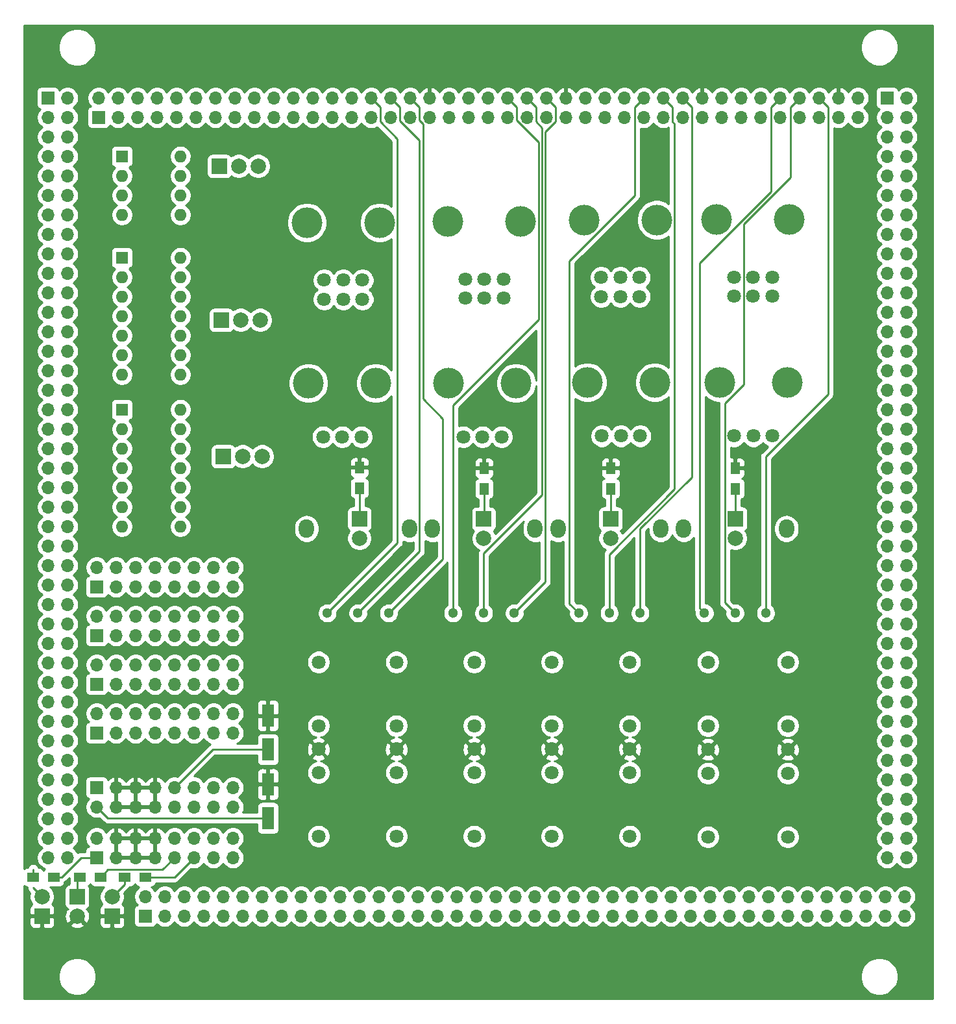
<source format=gbr>
%TF.GenerationSoftware,KiCad,Pcbnew,(5.1.6-0)*%
%TF.CreationDate,2023-02-20T11:30:03-05:00*%
%TF.ProjectId,Test Board Euro,54657374-2042-46f6-9172-64204575726f,rev?*%
%TF.SameCoordinates,Original*%
%TF.FileFunction,Copper,L2,Bot*%
%TF.FilePolarity,Positive*%
%FSLAX46Y46*%
G04 Gerber Fmt 4.6, Leading zero omitted, Abs format (unit mm)*
G04 Created by KiCad (PCBNEW (5.1.6-0)) date 2023-02-20 11:30:03*
%MOMM*%
%LPD*%
G01*
G04 APERTURE LIST*
%TA.AperFunction,ComponentPad*%
%ADD10R,1.700000X1.700000*%
%TD*%
%TA.AperFunction,ComponentPad*%
%ADD11O,1.700000X1.700000*%
%TD*%
%TA.AperFunction,SMDPad,CuDef*%
%ADD12R,1.600000X3.000000*%
%TD*%
%TA.AperFunction,ComponentPad*%
%ADD13O,2.000000X2.400000*%
%TD*%
%TA.AperFunction,ComponentPad*%
%ADD14C,1.300000*%
%TD*%
%TA.AperFunction,ComponentPad*%
%ADD15C,2.000000*%
%TD*%
%TA.AperFunction,ComponentPad*%
%ADD16R,2.000000X2.000000*%
%TD*%
%TA.AperFunction,SMDPad,CuDef*%
%ADD17R,1.500000X1.300000*%
%TD*%
%TA.AperFunction,SMDPad,CuDef*%
%ADD18R,1.300000X1.500000*%
%TD*%
%TA.AperFunction,ComponentPad*%
%ADD19R,1.600000X1.600000*%
%TD*%
%TA.AperFunction,ComponentPad*%
%ADD20O,1.600000X1.600000*%
%TD*%
%TA.AperFunction,ComponentPad*%
%ADD21C,1.800000*%
%TD*%
%TA.AperFunction,WasherPad*%
%ADD22C,4.000000*%
%TD*%
%TA.AperFunction,Conductor*%
%ADD23C,0.250000*%
%TD*%
%TA.AperFunction,Conductor*%
%ADD24C,0.254000*%
%TD*%
G04 APERTURE END LIST*
D10*
%TO.P,J18,1*%
%TO.N,Net-(J18-Pad1)*%
X92964000Y-142240000D03*
D11*
%TO.P,J18,2*%
X92964000Y-139700000D03*
%TO.P,J18,3*%
%TO.N,Net-(J18-Pad3)*%
X95504000Y-142240000D03*
%TO.P,J18,4*%
X95504000Y-139700000D03*
%TO.P,J18,5*%
%TO.N,Net-(J18-Pad5)*%
X98044000Y-142240000D03*
%TO.P,J18,6*%
X98044000Y-139700000D03*
%TO.P,J18,7*%
%TO.N,Net-(J18-Pad7)*%
X100584000Y-142240000D03*
%TO.P,J18,8*%
X100584000Y-139700000D03*
%TO.P,J18,9*%
%TO.N,Net-(J18-Pad10)*%
X103124000Y-142240000D03*
%TO.P,J18,10*%
X103124000Y-139700000D03*
%TO.P,J18,11*%
%TO.N,Net-(J18-Pad11)*%
X105664000Y-142240000D03*
%TO.P,J18,12*%
X105664000Y-139700000D03*
%TO.P,J18,13*%
%TO.N,Net-(J18-Pad13)*%
X108204000Y-142240000D03*
%TO.P,J18,14*%
X108204000Y-139700000D03*
%TO.P,J18,15*%
%TO.N,Net-(J18-Pad15)*%
X110744000Y-142240000D03*
%TO.P,J18,16*%
X110744000Y-139700000D03*
%TO.P,J18,17*%
%TO.N,Net-(J1-Pad2)*%
X113284000Y-142240000D03*
%TO.P,J18,18*%
%TO.N,Net-(J1-Pad3)*%
X113284000Y-139700000D03*
%TO.P,J18,19*%
%TO.N,Net-(J18-Pad19)*%
X115824000Y-142240000D03*
%TO.P,J18,20*%
%TO.N,Net-(J18-Pad20)*%
X115824000Y-139700000D03*
%TO.P,J18,21*%
%TO.N,Net-(J18-Pad21)*%
X118364000Y-142240000D03*
%TO.P,J18,22*%
X118364000Y-139700000D03*
%TO.P,J18,23*%
%TO.N,Net-(J18-Pad23)*%
X120904000Y-142240000D03*
%TO.P,J18,24*%
X120904000Y-139700000D03*
%TO.P,J18,25*%
%TO.N,Net-(J18-Pad25)*%
X123444000Y-142240000D03*
%TO.P,J18,26*%
%TO.N,Net-(J18-Pad26)*%
X123444000Y-139700000D03*
%TO.P,J18,27*%
%TO.N,Net-(J18-Pad27)*%
X125984000Y-142240000D03*
%TO.P,J18,28*%
%TO.N,Net-(J18-Pad28)*%
X125984000Y-139700000D03*
%TO.P,J18,29*%
%TO.N,Net-(J18-Pad29)*%
X128524000Y-142240000D03*
%TO.P,J18,30*%
X128524000Y-139700000D03*
%TO.P,J18,31*%
%TO.N,Net-(J18-Pad31)*%
X131064000Y-142240000D03*
%TO.P,J18,32*%
X131064000Y-139700000D03*
%TO.P,J18,33*%
%TO.N,Net-(J18-Pad33)*%
X133604000Y-142240000D03*
%TO.P,J18,34*%
%TO.N,Net-(J18-Pad34)*%
X133604000Y-139700000D03*
%TO.P,J18,35*%
%TO.N,Net-(J18-Pad35)*%
X136144000Y-142240000D03*
%TO.P,J18,36*%
%TO.N,Net-(J18-Pad36)*%
X136144000Y-139700000D03*
%TO.P,J18,37*%
%TO.N,Net-(J18-Pad37)*%
X138684000Y-142240000D03*
%TO.P,J18,38*%
X138684000Y-139700000D03*
%TO.P,J18,39*%
%TO.N,Net-(J18-Pad39)*%
X141224000Y-142240000D03*
%TO.P,J18,40*%
X141224000Y-139700000D03*
%TO.P,J18,41*%
%TO.N,Net-(J18-Pad41)*%
X143764000Y-142240000D03*
%TO.P,J18,42*%
%TO.N,Net-(J18-Pad42)*%
X143764000Y-139700000D03*
%TO.P,J18,43*%
%TO.N,Net-(J10-Pad2)*%
X146304000Y-142240000D03*
%TO.P,J18,44*%
%TO.N,Net-(J10-Pad3)*%
X146304000Y-139700000D03*
%TO.P,J18,45*%
%TO.N,Net-(J18-Pad45)*%
X148844000Y-142240000D03*
%TO.P,J18,46*%
X148844000Y-139700000D03*
%TO.P,J18,47*%
%TO.N,Net-(J18-Pad47)*%
X151384000Y-142240000D03*
%TO.P,J18,48*%
X151384000Y-139700000D03*
%TO.P,J18,49*%
%TO.N,Net-(J18-Pad49)*%
X153924000Y-142240000D03*
%TO.P,J18,50*%
%TO.N,Net-(J18-Pad50)*%
X153924000Y-139700000D03*
%TO.P,J18,51*%
%TO.N,Net-(J11-Pad2)*%
X156464000Y-142240000D03*
%TO.P,J18,52*%
%TO.N,Net-(J11-Pad3)*%
X156464000Y-139700000D03*
%TO.P,J18,53*%
%TO.N,Net-(J18-Pad53)*%
X159004000Y-142240000D03*
%TO.P,J18,54*%
X159004000Y-139700000D03*
%TO.P,J18,55*%
%TO.N,Net-(J18-Pad55)*%
X161544000Y-142240000D03*
%TO.P,J18,56*%
X161544000Y-139700000D03*
%TO.P,J18,57*%
%TO.N,Net-(J12-Pad2)*%
X164084000Y-142240000D03*
%TO.P,J18,58*%
%TO.N,Net-(J12-Pad3)*%
X164084000Y-139700000D03*
%TO.P,J18,59*%
%TO.N,Net-(J13-Pad2)*%
X166624000Y-142240000D03*
%TO.P,J18,60*%
%TO.N,Net-(J13-Pad3)*%
X166624000Y-139700000D03*
%TO.P,J18,61*%
%TO.N,Net-(J18-Pad61)*%
X169164000Y-142240000D03*
%TO.P,J18,62*%
X169164000Y-139700000D03*
%TO.P,J18,63*%
%TO.N,Net-(J18-Pad63)*%
X171704000Y-142240000D03*
%TO.P,J18,64*%
X171704000Y-139700000D03*
%TO.P,J18,65*%
%TO.N,Net-(J15-Pad2)*%
X174244000Y-142240000D03*
%TO.P,J18,66*%
%TO.N,Net-(J15-Pad3)*%
X174244000Y-139700000D03*
%TO.P,J18,67*%
%TO.N,Net-(J14-Pad2)*%
X176784000Y-142240000D03*
%TO.P,J18,68*%
%TO.N,Net-(J14-Pad3)*%
X176784000Y-139700000D03*
%TO.P,J18,69*%
%TO.N,Net-(J18-Pad69)*%
X179324000Y-142240000D03*
%TO.P,J18,70*%
X179324000Y-139700000D03*
%TO.P,J18,71*%
%TO.N,Net-(J18-Pad71)*%
X181864000Y-142240000D03*
%TO.P,J18,72*%
X181864000Y-139700000D03*
%TO.P,J18,73*%
%TO.N,Net-(J18-Pad73)*%
X184404000Y-142240000D03*
%TO.P,J18,74*%
X184404000Y-139700000D03*
%TO.P,J18,75*%
%TO.N,Net-(J18-Pad75)*%
X186944000Y-142240000D03*
%TO.P,J18,76*%
X186944000Y-139700000D03*
%TO.P,J18,77*%
%TO.N,Net-(J18-Pad77)*%
X189484000Y-142240000D03*
%TO.P,J18,78*%
X189484000Y-139700000D03*
%TO.P,J18,79*%
%TO.N,Net-(J18-Pad79)*%
X192024000Y-142240000D03*
%TO.P,J18,80*%
X192024000Y-139700000D03*
%TD*%
D12*
%TO.P,C2,1*%
%TO.N,GND*%
X108966000Y-116104000D03*
%TO.P,C2,2*%
%TO.N,Net-(C2-Pad2)*%
X108966000Y-120504000D03*
%TD*%
%TO.P,C1,1*%
%TO.N,Net-(C1-Pad1)*%
X108966000Y-129454000D03*
%TO.P,C1,2*%
%TO.N,GND*%
X108966000Y-125054000D03*
%TD*%
D13*
%TO.P,RV9,*%
%TO.N,*%
X127406999Y-91730000D03*
X114006999Y-91730000D03*
D14*
%TO.P,RV9,3*%
%TO.N,Net-(J16-Pad34)*%
X124706999Y-102730000D03*
%TO.P,RV9,2*%
%TO.N,Net-(J16-Pad32)*%
X120706999Y-102730000D03*
%TO.P,RV9,1*%
%TO.N,Net-(J16-Pad30)*%
X116706999Y-102730000D03*
%TD*%
D15*
%TO.P,SW3,3*%
%TO.N,Net-(J16-Pad10)*%
X107950000Y-64516000D03*
%TO.P,SW3,2*%
%TO.N,Net-(J16-Pad7)*%
X105410000Y-64516000D03*
D16*
%TO.P,SW3,1*%
%TO.N,Net-(J16-Pad5)*%
X102870000Y-64516000D03*
%TD*%
D15*
%TO.P,SW2,3*%
%TO.N,Net-(J16-Pad15)*%
X107696000Y-44450000D03*
%TO.P,SW2,2*%
%TO.N,Net-(J16-Pad13)*%
X105156000Y-44450000D03*
D16*
%TO.P,SW2,1*%
%TO.N,Net-(J16-Pad11)*%
X102616000Y-44450000D03*
%TD*%
D15*
%TO.P,SW1,3*%
%TO.N,Net-(J16-Pad21)*%
X108204000Y-82296000D03*
%TO.P,SW1,2*%
%TO.N,Net-(J16-Pad19)*%
X105664000Y-82296000D03*
D16*
%TO.P,SW1,1*%
%TO.N,Net-(J16-Pad17)*%
X103124000Y-82296000D03*
%TD*%
D10*
%TO.P,H6,1*%
%TO.N,Net-(H6-Pad1)*%
X86614000Y-99314000D03*
D11*
%TO.P,H6,2*%
%TO.N,Net-(H6-Pad2)*%
X86614000Y-96774000D03*
%TO.P,H6,3*%
%TO.N,Net-(H6-Pad1)*%
X89154000Y-99314000D03*
%TO.P,H6,4*%
%TO.N,Net-(H6-Pad2)*%
X89154000Y-96774000D03*
%TO.P,H6,5*%
%TO.N,Net-(H6-Pad1)*%
X91694000Y-99314000D03*
%TO.P,H6,6*%
%TO.N,Net-(H6-Pad2)*%
X91694000Y-96774000D03*
%TO.P,H6,7*%
%TO.N,Net-(H6-Pad1)*%
X94234000Y-99314000D03*
%TO.P,H6,8*%
%TO.N,Net-(H6-Pad2)*%
X94234000Y-96774000D03*
%TO.P,H6,9*%
%TO.N,Net-(H6-Pad11)*%
X96774000Y-99314000D03*
%TO.P,H6,10*%
%TO.N,Net-(H6-Pad10)*%
X96774000Y-96774000D03*
%TO.P,H6,11*%
%TO.N,Net-(H6-Pad11)*%
X99314000Y-99314000D03*
%TO.P,H6,12*%
%TO.N,Net-(H6-Pad10)*%
X99314000Y-96774000D03*
%TO.P,H6,13*%
%TO.N,Net-(H6-Pad11)*%
X101854000Y-99314000D03*
%TO.P,H6,14*%
%TO.N,Net-(H6-Pad10)*%
X101854000Y-96774000D03*
%TO.P,H6,15*%
%TO.N,Net-(H6-Pad11)*%
X104394000Y-99314000D03*
%TO.P,H6,16*%
%TO.N,Net-(H6-Pad10)*%
X104394000Y-96774000D03*
%TD*%
D10*
%TO.P,H5,1*%
%TO.N,Net-(H5-Pad1)*%
X86614000Y-105664000D03*
D11*
%TO.P,H5,2*%
%TO.N,Net-(H5-Pad2)*%
X86614000Y-103124000D03*
%TO.P,H5,3*%
%TO.N,Net-(H5-Pad1)*%
X89154000Y-105664000D03*
%TO.P,H5,4*%
%TO.N,Net-(H5-Pad2)*%
X89154000Y-103124000D03*
%TO.P,H5,5*%
%TO.N,Net-(H5-Pad1)*%
X91694000Y-105664000D03*
%TO.P,H5,6*%
%TO.N,Net-(H5-Pad2)*%
X91694000Y-103124000D03*
%TO.P,H5,7*%
%TO.N,Net-(H5-Pad1)*%
X94234000Y-105664000D03*
%TO.P,H5,8*%
%TO.N,Net-(H5-Pad2)*%
X94234000Y-103124000D03*
%TO.P,H5,9*%
%TO.N,Net-(H5-Pad11)*%
X96774000Y-105664000D03*
%TO.P,H5,10*%
%TO.N,Net-(H5-Pad10)*%
X96774000Y-103124000D03*
%TO.P,H5,11*%
%TO.N,Net-(H5-Pad11)*%
X99314000Y-105664000D03*
%TO.P,H5,12*%
%TO.N,Net-(H5-Pad10)*%
X99314000Y-103124000D03*
%TO.P,H5,13*%
%TO.N,Net-(H5-Pad11)*%
X101854000Y-105664000D03*
%TO.P,H5,14*%
%TO.N,Net-(H5-Pad10)*%
X101854000Y-103124000D03*
%TO.P,H5,15*%
%TO.N,Net-(H5-Pad11)*%
X104394000Y-105664000D03*
%TO.P,H5,16*%
%TO.N,Net-(H5-Pad10)*%
X104394000Y-103124000D03*
%TD*%
D10*
%TO.P,H4,1*%
%TO.N,Net-(H4-Pad1)*%
X86614000Y-112014000D03*
D11*
%TO.P,H4,2*%
%TO.N,Net-(H4-Pad2)*%
X86614000Y-109474000D03*
%TO.P,H4,3*%
%TO.N,Net-(H4-Pad1)*%
X89154000Y-112014000D03*
%TO.P,H4,4*%
%TO.N,Net-(H4-Pad2)*%
X89154000Y-109474000D03*
%TO.P,H4,5*%
%TO.N,Net-(H4-Pad1)*%
X91694000Y-112014000D03*
%TO.P,H4,6*%
%TO.N,Net-(H4-Pad2)*%
X91694000Y-109474000D03*
%TO.P,H4,7*%
%TO.N,Net-(H4-Pad1)*%
X94234000Y-112014000D03*
%TO.P,H4,8*%
%TO.N,Net-(H4-Pad2)*%
X94234000Y-109474000D03*
%TO.P,H4,9*%
%TO.N,Net-(H4-Pad11)*%
X96774000Y-112014000D03*
%TO.P,H4,10*%
%TO.N,Net-(H4-Pad10)*%
X96774000Y-109474000D03*
%TO.P,H4,11*%
%TO.N,Net-(H4-Pad11)*%
X99314000Y-112014000D03*
%TO.P,H4,12*%
%TO.N,Net-(H4-Pad10)*%
X99314000Y-109474000D03*
%TO.P,H4,13*%
%TO.N,Net-(H4-Pad11)*%
X101854000Y-112014000D03*
%TO.P,H4,14*%
%TO.N,Net-(H4-Pad10)*%
X101854000Y-109474000D03*
%TO.P,H4,15*%
%TO.N,Net-(H4-Pad11)*%
X104394000Y-112014000D03*
%TO.P,H4,16*%
%TO.N,Net-(H4-Pad10)*%
X104394000Y-109474000D03*
%TD*%
D10*
%TO.P,H2,1*%
%TO.N,Net-(H2-Pad1)*%
X86614000Y-118364000D03*
D11*
%TO.P,H2,2*%
%TO.N,Net-(H2-Pad2)*%
X86614000Y-115824000D03*
%TO.P,H2,3*%
%TO.N,Net-(H2-Pad1)*%
X89154000Y-118364000D03*
%TO.P,H2,4*%
%TO.N,Net-(H2-Pad2)*%
X89154000Y-115824000D03*
%TO.P,H2,5*%
%TO.N,Net-(H2-Pad1)*%
X91694000Y-118364000D03*
%TO.P,H2,6*%
%TO.N,Net-(H2-Pad2)*%
X91694000Y-115824000D03*
%TO.P,H2,7*%
%TO.N,Net-(H2-Pad1)*%
X94234000Y-118364000D03*
%TO.P,H2,8*%
%TO.N,Net-(H2-Pad2)*%
X94234000Y-115824000D03*
%TO.P,H2,9*%
%TO.N,Net-(H2-Pad11)*%
X96774000Y-118364000D03*
%TO.P,H2,10*%
%TO.N,Net-(H2-Pad10)*%
X96774000Y-115824000D03*
%TO.P,H2,11*%
%TO.N,Net-(H2-Pad11)*%
X99314000Y-118364000D03*
%TO.P,H2,12*%
%TO.N,Net-(H2-Pad10)*%
X99314000Y-115824000D03*
%TO.P,H2,13*%
%TO.N,Net-(H2-Pad11)*%
X101854000Y-118364000D03*
%TO.P,H2,14*%
%TO.N,Net-(H2-Pad10)*%
X101854000Y-115824000D03*
%TO.P,H2,15*%
%TO.N,Net-(H2-Pad11)*%
X104394000Y-118364000D03*
%TO.P,H2,16*%
%TO.N,Net-(H2-Pad10)*%
X104394000Y-115824000D03*
%TD*%
D17*
%TO.P,R7,1*%
%TO.N,Net-(D7-Pad2)*%
X78326000Y-137160000D03*
%TO.P,R7,2*%
%TO.N,Net-(C1-Pad1)*%
X81026000Y-137160000D03*
%TD*%
%TO.P,R6,1*%
%TO.N,Net-(D6-Pad2)*%
X90264000Y-137160000D03*
%TO.P,R6,2*%
%TO.N,Net-(H1-Pad11)*%
X92964000Y-137160000D03*
%TD*%
%TO.P,R5,1*%
%TO.N,Net-(D5-Pad1)*%
X84422000Y-137160000D03*
%TO.P,R5,2*%
%TO.N,Net-(C2-Pad2)*%
X87122000Y-137160000D03*
%TD*%
D15*
%TO.P,D7,2*%
%TO.N,Net-(D7-Pad2)*%
X79502000Y-139700000D03*
D16*
%TO.P,D7,1*%
%TO.N,GND*%
X79502000Y-142240000D03*
%TD*%
D15*
%TO.P,D6,2*%
%TO.N,Net-(D6-Pad2)*%
X88646000Y-139700000D03*
D16*
%TO.P,D6,1*%
%TO.N,GND*%
X88646000Y-142240000D03*
%TD*%
D15*
%TO.P,D5,2*%
%TO.N,GND*%
X84074000Y-142240000D03*
D16*
%TO.P,D5,1*%
%TO.N,Net-(D5-Pad1)*%
X84074000Y-139700000D03*
%TD*%
D18*
%TO.P,R4,1*%
%TO.N,GND*%
X120904000Y-83740000D03*
%TO.P,R4,2*%
%TO.N,Net-(D4-Pad1)*%
X120904000Y-86440000D03*
%TD*%
%TO.P,R3,1*%
%TO.N,GND*%
X137160000Y-83820000D03*
%TO.P,R3,2*%
%TO.N,Net-(D3-Pad1)*%
X137160000Y-86520000D03*
%TD*%
%TO.P,R2,1*%
%TO.N,GND*%
X153670000Y-83820000D03*
%TO.P,R2,2*%
%TO.N,Net-(D2-Pad1)*%
X153670000Y-86520000D03*
%TD*%
%TO.P,R1,1*%
%TO.N,GND*%
X169926000Y-83820000D03*
%TO.P,R1,2*%
%TO.N,Net-(D1-Pad1)*%
X169926000Y-86520000D03*
%TD*%
D10*
%TO.P,J17,1*%
%TO.N,Net-(J17-Pad1)*%
X189738000Y-35560000D03*
D11*
%TO.P,J17,2*%
X192278000Y-35560000D03*
%TO.P,J17,3*%
%TO.N,Net-(J17-Pad3)*%
X189738000Y-38100000D03*
%TO.P,J17,4*%
X192278000Y-38100000D03*
%TO.P,J17,5*%
%TO.N,Net-(J17-Pad5)*%
X189738000Y-40640000D03*
%TO.P,J17,6*%
X192278000Y-40640000D03*
%TO.P,J17,7*%
%TO.N,Net-(J17-Pad7)*%
X189738000Y-43180000D03*
%TO.P,J17,8*%
X192278000Y-43180000D03*
%TO.P,J17,9*%
%TO.N,Net-(J17-Pad10)*%
X189738000Y-45720000D03*
%TO.P,J17,10*%
X192278000Y-45720000D03*
%TO.P,J17,11*%
%TO.N,Net-(J17-Pad11)*%
X189738000Y-48260000D03*
%TO.P,J17,12*%
X192278000Y-48260000D03*
%TO.P,J17,13*%
%TO.N,Net-(J17-Pad13)*%
X189738000Y-50800000D03*
%TO.P,J17,14*%
X192278000Y-50800000D03*
%TO.P,J17,15*%
%TO.N,Net-(J17-Pad15)*%
X189738000Y-53340000D03*
%TO.P,J17,16*%
X192278000Y-53340000D03*
%TO.P,J17,17*%
%TO.N,Net-(J17-Pad17)*%
X189738000Y-55880000D03*
%TO.P,J17,18*%
X192278000Y-55880000D03*
%TO.P,J17,19*%
%TO.N,Net-(J17-Pad19)*%
X189738000Y-58420000D03*
%TO.P,J17,20*%
X192278000Y-58420000D03*
%TO.P,J17,21*%
%TO.N,Net-(J17-Pad21)*%
X189738000Y-60960000D03*
%TO.P,J17,22*%
X192278000Y-60960000D03*
%TO.P,J17,23*%
%TO.N,Net-(J17-Pad23)*%
X189738000Y-63500000D03*
%TO.P,J17,24*%
X192278000Y-63500000D03*
%TO.P,J17,25*%
%TO.N,Net-(J17-Pad25)*%
X189738000Y-66040000D03*
%TO.P,J17,26*%
X192278000Y-66040000D03*
%TO.P,J17,27*%
%TO.N,Net-(J17-Pad27)*%
X189738000Y-68580000D03*
%TO.P,J17,28*%
X192278000Y-68580000D03*
%TO.P,J17,29*%
%TO.N,Net-(J17-Pad29)*%
X189738000Y-71120000D03*
%TO.P,J17,30*%
X192278000Y-71120000D03*
%TO.P,J17,31*%
%TO.N,Net-(J17-Pad31)*%
X189738000Y-73660000D03*
%TO.P,J17,32*%
X192278000Y-73660000D03*
%TO.P,J17,33*%
%TO.N,Net-(J17-Pad33)*%
X189738000Y-76200000D03*
%TO.P,J17,34*%
X192278000Y-76200000D03*
%TO.P,J17,35*%
%TO.N,Net-(J17-Pad35)*%
X189738000Y-78740000D03*
%TO.P,J17,36*%
X192278000Y-78740000D03*
%TO.P,J17,37*%
%TO.N,Net-(J17-Pad37)*%
X189738000Y-81280000D03*
%TO.P,J17,38*%
X192278000Y-81280000D03*
%TO.P,J17,39*%
%TO.N,Net-(J17-Pad39)*%
X189738000Y-83820000D03*
%TO.P,J17,40*%
X192278000Y-83820000D03*
%TO.P,J17,41*%
%TO.N,Net-(J17-Pad41)*%
X189738000Y-86360000D03*
%TO.P,J17,42*%
X192278000Y-86360000D03*
%TO.P,J17,43*%
%TO.N,Net-(J17-Pad43)*%
X189738000Y-88900000D03*
%TO.P,J17,44*%
X192278000Y-88900000D03*
%TO.P,J17,45*%
%TO.N,Net-(J17-Pad45)*%
X189738000Y-91440000D03*
%TO.P,J17,46*%
X192278000Y-91440000D03*
%TO.P,J17,47*%
%TO.N,Net-(J17-Pad47)*%
X189738000Y-93980000D03*
%TO.P,J17,48*%
X192278000Y-93980000D03*
%TO.P,J17,49*%
%TO.N,Net-(J17-Pad49)*%
X189738000Y-96520000D03*
%TO.P,J17,50*%
X192278000Y-96520000D03*
%TO.P,J17,51*%
%TO.N,Net-(J17-Pad51)*%
X189738000Y-99060000D03*
%TO.P,J17,52*%
X192278000Y-99060000D03*
%TO.P,J17,53*%
%TO.N,Net-(J17-Pad53)*%
X189738000Y-101600000D03*
%TO.P,J17,54*%
X192278000Y-101600000D03*
%TO.P,J17,55*%
%TO.N,Net-(J17-Pad55)*%
X189738000Y-104140000D03*
%TO.P,J17,56*%
X192278000Y-104140000D03*
%TO.P,J17,57*%
%TO.N,Net-(J17-Pad57)*%
X189738000Y-106680000D03*
%TO.P,J17,58*%
X192278000Y-106680000D03*
%TO.P,J17,59*%
%TO.N,Net-(J17-Pad59)*%
X189738000Y-109220000D03*
%TO.P,J17,60*%
X192278000Y-109220000D03*
%TO.P,J17,61*%
%TO.N,Net-(J17-Pad61)*%
X189738000Y-111760000D03*
%TO.P,J17,62*%
X192278000Y-111760000D03*
%TO.P,J17,63*%
%TO.N,Net-(J17-Pad63)*%
X189738000Y-114300000D03*
%TO.P,J17,64*%
X192278000Y-114300000D03*
%TO.P,J17,65*%
%TO.N,Net-(J17-Pad65)*%
X189738000Y-116840000D03*
%TO.P,J17,66*%
X192278000Y-116840000D03*
%TO.P,J17,67*%
%TO.N,Net-(J17-Pad67)*%
X189738000Y-119380000D03*
%TO.P,J17,68*%
X192278000Y-119380000D03*
%TO.P,J17,69*%
%TO.N,Net-(J17-Pad69)*%
X189738000Y-121920000D03*
%TO.P,J17,70*%
X192278000Y-121920000D03*
%TO.P,J17,71*%
%TO.N,Net-(J17-Pad71)*%
X189738000Y-124460000D03*
%TO.P,J17,72*%
X192278000Y-124460000D03*
%TO.P,J17,73*%
%TO.N,Net-(J17-Pad73)*%
X189738000Y-127000000D03*
%TO.P,J17,74*%
X192278000Y-127000000D03*
%TO.P,J17,75*%
%TO.N,Net-(J17-Pad75)*%
X189738000Y-129540000D03*
%TO.P,J17,76*%
X192278000Y-129540000D03*
%TO.P,J17,77*%
%TO.N,Net-(J17-Pad77)*%
X189738000Y-132080000D03*
%TO.P,J17,78*%
X192278000Y-132080000D03*
%TO.P,J17,79*%
%TO.N,Net-(J17-Pad79)*%
X189738000Y-134620000D03*
%TO.P,J17,80*%
X192278000Y-134620000D03*
%TD*%
D10*
%TO.P,H3,1*%
%TO.N,Net-(C1-Pad1)*%
X86614000Y-125476000D03*
D11*
%TO.P,H3,2*%
X86614000Y-128016000D03*
%TO.P,H3,3*%
%TO.N,GND*%
X89154000Y-125476000D03*
%TO.P,H3,4*%
X89154000Y-128016000D03*
%TO.P,H3,5*%
X91694000Y-125476000D03*
%TO.P,H3,6*%
X91694000Y-128016000D03*
%TO.P,H3,7*%
X94234000Y-125476000D03*
%TO.P,H3,8*%
X94234000Y-128016000D03*
%TO.P,H3,9*%
%TO.N,Net-(C2-Pad2)*%
X96774000Y-125476000D03*
%TO.P,H3,10*%
X96774000Y-128016000D03*
%TO.P,H3,11*%
%TO.N,Net-(H1-Pad11)*%
X99314000Y-125476000D03*
%TO.P,H3,12*%
X99314000Y-128016000D03*
%TO.P,H3,13*%
%TO.N,Net-(H1-Pad13)*%
X101854000Y-125476000D03*
%TO.P,H3,14*%
X101854000Y-128016000D03*
%TO.P,H3,15*%
%TO.N,Net-(H1-Pad15)*%
X104394000Y-125476000D03*
%TO.P,H3,16*%
X104394000Y-128016000D03*
%TD*%
D19*
%TO.P,U4,1*%
%TO.N,Net-(J6-Pad33)*%
X89916000Y-76200000D03*
D20*
%TO.P,U4,8*%
%TO.N,Net-(J6-Pad46)*%
X97536000Y-91440000D03*
%TO.P,U4,2*%
%TO.N,Net-(J6-Pad35)*%
X89916000Y-78740000D03*
%TO.P,U4,9*%
%TO.N,Net-(J6-Pad44)*%
X97536000Y-88900000D03*
%TO.P,U4,3*%
%TO.N,Net-(J6-Pad37)*%
X89916000Y-81280000D03*
%TO.P,U4,10*%
%TO.N,Net-(J6-Pad42)*%
X97536000Y-86360000D03*
%TO.P,U4,4*%
%TO.N,Net-(J6-Pad39)*%
X89916000Y-83820000D03*
%TO.P,U4,11*%
%TO.N,Net-(J6-Pad40)*%
X97536000Y-83820000D03*
%TO.P,U4,5*%
%TO.N,Net-(J6-Pad41)*%
X89916000Y-86360000D03*
%TO.P,U4,12*%
%TO.N,Net-(J6-Pad38)*%
X97536000Y-81280000D03*
%TO.P,U4,6*%
%TO.N,Net-(J6-Pad43)*%
X89916000Y-88900000D03*
%TO.P,U4,13*%
%TO.N,Net-(J6-Pad36)*%
X97536000Y-78740000D03*
%TO.P,U4,7*%
%TO.N,Net-(J6-Pad45)*%
X89916000Y-91440000D03*
%TO.P,U4,14*%
%TO.N,Net-(J6-Pad34)*%
X97536000Y-76200000D03*
%TD*%
D19*
%TO.P,U3,1*%
%TO.N,Net-(J6-Pad7)*%
X89916000Y-43180000D03*
D20*
%TO.P,U3,5*%
%TO.N,Net-(J6-Pad14)*%
X97536000Y-50800000D03*
%TO.P,U3,2*%
%TO.N,Net-(J6-Pad9)*%
X89916000Y-45720000D03*
%TO.P,U3,6*%
%TO.N,Net-(J6-Pad12)*%
X97536000Y-48260000D03*
%TO.P,U3,3*%
%TO.N,Net-(J6-Pad11)*%
X89916000Y-48260000D03*
%TO.P,U3,7*%
%TO.N,Net-(J6-Pad10)*%
X97536000Y-45720000D03*
%TO.P,U3,4*%
%TO.N,Net-(J6-Pad13)*%
X89916000Y-50800000D03*
%TO.P,U3,8*%
%TO.N,Net-(J6-Pad8)*%
X97536000Y-43180000D03*
%TD*%
D19*
%TO.P,U2,1*%
%TO.N,Net-(J6-Pad17)*%
X89916000Y-56388000D03*
D20*
%TO.P,U2,8*%
%TO.N,Net-(J6-Pad30)*%
X97536000Y-71628000D03*
%TO.P,U2,2*%
%TO.N,Net-(J6-Pad19)*%
X89916000Y-58928000D03*
%TO.P,U2,9*%
%TO.N,Net-(J6-Pad28)*%
X97536000Y-69088000D03*
%TO.P,U2,3*%
%TO.N,Net-(J6-Pad21)*%
X89916000Y-61468000D03*
%TO.P,U2,10*%
%TO.N,Net-(J6-Pad26)*%
X97536000Y-66548000D03*
%TO.P,U2,4*%
%TO.N,Net-(J6-Pad23)*%
X89916000Y-64008000D03*
%TO.P,U2,11*%
%TO.N,Net-(J6-Pad24)*%
X97536000Y-64008000D03*
%TO.P,U2,5*%
%TO.N,Net-(J6-Pad25)*%
X89916000Y-66548000D03*
%TO.P,U2,12*%
%TO.N,Net-(J6-Pad22)*%
X97536000Y-61468000D03*
%TO.P,U2,6*%
%TO.N,Net-(J6-Pad27)*%
X89916000Y-69088000D03*
%TO.P,U2,13*%
%TO.N,Net-(J6-Pad20)*%
X97536000Y-58928000D03*
%TO.P,U2,7*%
%TO.N,Net-(J6-Pad29)*%
X89916000Y-71628000D03*
%TO.P,U2,14*%
%TO.N,Net-(J6-Pad18)*%
X97536000Y-56388000D03*
%TD*%
D13*
%TO.P,RV12,*%
%TO.N,*%
X176606999Y-91730000D03*
X163206999Y-91730000D03*
D14*
%TO.P,RV12,3*%
%TO.N,Net-(J16-Pad76)*%
X173906999Y-102730000D03*
%TO.P,RV12,2*%
%TO.N,Net-(J16-Pad74)*%
X169906999Y-102730000D03*
%TO.P,RV12,1*%
%TO.N,Net-(J16-Pad72)*%
X165906999Y-102730000D03*
%TD*%
D13*
%TO.P,RV11,*%
%TO.N,*%
X160206999Y-91730000D03*
X146806999Y-91730000D03*
D14*
%TO.P,RV11,3*%
%TO.N,Net-(J16-Pad62)*%
X157506999Y-102730000D03*
%TO.P,RV11,2*%
%TO.N,Net-(J16-Pad60)*%
X153506999Y-102730000D03*
%TO.P,RV11,1*%
%TO.N,Net-(J16-Pad58)*%
X149506999Y-102730000D03*
%TD*%
D13*
%TO.P,RV10,*%
%TO.N,*%
X143806999Y-91730000D03*
X130406999Y-91730000D03*
D14*
%TO.P,RV10,3*%
%TO.N,Net-(J16-Pad48)*%
X141106999Y-102730000D03*
%TO.P,RV10,2*%
%TO.N,Net-(J16-Pad46)*%
X137106999Y-102730000D03*
%TO.P,RV10,1*%
%TO.N,Net-(J16-Pad44)*%
X133106999Y-102730000D03*
%TD*%
D10*
%TO.P,J16,1*%
%TO.N,Net-(J16-Pad1)*%
X86868000Y-38100000D03*
D11*
%TO.P,J16,2*%
X86868000Y-35560000D03*
%TO.P,J16,3*%
%TO.N,Net-(J16-Pad3)*%
X89408000Y-38100000D03*
%TO.P,J16,4*%
X89408000Y-35560000D03*
%TO.P,J16,5*%
%TO.N,Net-(J16-Pad5)*%
X91948000Y-38100000D03*
%TO.P,J16,6*%
X91948000Y-35560000D03*
%TO.P,J16,7*%
%TO.N,Net-(J16-Pad7)*%
X94488000Y-38100000D03*
%TO.P,J16,8*%
X94488000Y-35560000D03*
%TO.P,J16,9*%
%TO.N,Net-(J16-Pad10)*%
X97028000Y-38100000D03*
%TO.P,J16,10*%
X97028000Y-35560000D03*
%TO.P,J16,11*%
%TO.N,Net-(J16-Pad11)*%
X99568000Y-38100000D03*
%TO.P,J16,12*%
X99568000Y-35560000D03*
%TO.P,J16,13*%
%TO.N,Net-(J16-Pad13)*%
X102108000Y-38100000D03*
%TO.P,J16,14*%
X102108000Y-35560000D03*
%TO.P,J16,15*%
%TO.N,Net-(J16-Pad15)*%
X104648000Y-38100000D03*
%TO.P,J16,16*%
X104648000Y-35560000D03*
%TO.P,J16,17*%
%TO.N,Net-(J16-Pad17)*%
X107188000Y-38100000D03*
%TO.P,J16,18*%
X107188000Y-35560000D03*
%TO.P,J16,19*%
%TO.N,Net-(J16-Pad19)*%
X109728000Y-38100000D03*
%TO.P,J16,20*%
X109728000Y-35560000D03*
%TO.P,J16,21*%
%TO.N,Net-(J16-Pad21)*%
X112268000Y-38100000D03*
%TO.P,J16,22*%
X112268000Y-35560000D03*
%TO.P,J16,23*%
%TO.N,Net-(J16-Pad23)*%
X114808000Y-38100000D03*
%TO.P,J16,24*%
%TO.N,Net-(J16-Pad24)*%
X114808000Y-35560000D03*
%TO.P,J16,25*%
%TO.N,Net-(J16-Pad25)*%
X117348000Y-38100000D03*
%TO.P,J16,26*%
%TO.N,Net-(J16-Pad26)*%
X117348000Y-35560000D03*
%TO.P,J16,27*%
%TO.N,Net-(J16-Pad27)*%
X119888000Y-38100000D03*
%TO.P,J16,28*%
%TO.N,Net-(J16-Pad28)*%
X119888000Y-35560000D03*
%TO.P,J16,29*%
%TO.N,Net-(J16-Pad29)*%
X122428000Y-38100000D03*
%TO.P,J16,30*%
%TO.N,Net-(J16-Pad30)*%
X122428000Y-35560000D03*
%TO.P,J16,31*%
%TO.N,Net-(J16-Pad31)*%
X124968000Y-38100000D03*
%TO.P,J16,32*%
%TO.N,Net-(J16-Pad32)*%
X124968000Y-35560000D03*
%TO.P,J16,33*%
%TO.N,Net-(J16-Pad33)*%
X127508000Y-38100000D03*
%TO.P,J16,34*%
%TO.N,Net-(J16-Pad34)*%
X127508000Y-35560000D03*
%TO.P,J16,35*%
%TO.N,Net-(D4-Pad2)*%
X130048000Y-38100000D03*
%TO.P,J16,36*%
%TO.N,GND*%
X130048000Y-35560000D03*
%TO.P,J16,37*%
%TO.N,Net-(J16-Pad37)*%
X132588000Y-38100000D03*
%TO.P,J16,38*%
%TO.N,Net-(J16-Pad38)*%
X132588000Y-35560000D03*
%TO.P,J16,39*%
%TO.N,Net-(J16-Pad39)*%
X135128000Y-38100000D03*
%TO.P,J16,40*%
%TO.N,Net-(J16-Pad40)*%
X135128000Y-35560000D03*
%TO.P,J16,41*%
%TO.N,Net-(J16-Pad41)*%
X137668000Y-38100000D03*
%TO.P,J16,42*%
%TO.N,Net-(J16-Pad42)*%
X137668000Y-35560000D03*
%TO.P,J16,43*%
%TO.N,Net-(J16-Pad43)*%
X140208000Y-38100000D03*
%TO.P,J16,44*%
%TO.N,Net-(J16-Pad44)*%
X140208000Y-35560000D03*
%TO.P,J16,45*%
%TO.N,Net-(J16-Pad45)*%
X142748000Y-38100000D03*
%TO.P,J16,46*%
%TO.N,Net-(J16-Pad46)*%
X142748000Y-35560000D03*
%TO.P,J16,47*%
%TO.N,Net-(J16-Pad47)*%
X145288000Y-38100000D03*
%TO.P,J16,48*%
%TO.N,Net-(J16-Pad48)*%
X145288000Y-35560000D03*
%TO.P,J16,49*%
%TO.N,Net-(D3-Pad2)*%
X147828000Y-38100000D03*
%TO.P,J16,50*%
%TO.N,GND*%
X147828000Y-35560000D03*
%TO.P,J16,51*%
%TO.N,Net-(J16-Pad51)*%
X150368000Y-38100000D03*
%TO.P,J16,52*%
%TO.N,Net-(J16-Pad52)*%
X150368000Y-35560000D03*
%TO.P,J16,53*%
%TO.N,Net-(J16-Pad53)*%
X152908000Y-38100000D03*
%TO.P,J16,54*%
%TO.N,Net-(J16-Pad54)*%
X152908000Y-35560000D03*
%TO.P,J16,55*%
%TO.N,Net-(J16-Pad55)*%
X155448000Y-38100000D03*
%TO.P,J16,56*%
%TO.N,Net-(J16-Pad56)*%
X155448000Y-35560000D03*
%TO.P,J16,57*%
%TO.N,Net-(J16-Pad57)*%
X157988000Y-38100000D03*
%TO.P,J16,58*%
%TO.N,Net-(J16-Pad58)*%
X157988000Y-35560000D03*
%TO.P,J16,59*%
%TO.N,Net-(J16-Pad59)*%
X160528000Y-38100000D03*
%TO.P,J16,60*%
%TO.N,Net-(J16-Pad60)*%
X160528000Y-35560000D03*
%TO.P,J16,61*%
%TO.N,Net-(J16-Pad61)*%
X163068000Y-38100000D03*
%TO.P,J16,62*%
%TO.N,Net-(J16-Pad62)*%
X163068000Y-35560000D03*
%TO.P,J16,63*%
%TO.N,Net-(D2-Pad2)*%
X165608000Y-38100000D03*
%TO.P,J16,64*%
%TO.N,GND*%
X165608000Y-35560000D03*
%TO.P,J16,65*%
%TO.N,Net-(J16-Pad65)*%
X168148000Y-38100000D03*
%TO.P,J16,66*%
%TO.N,Net-(J16-Pad66)*%
X168148000Y-35560000D03*
%TO.P,J16,67*%
%TO.N,Net-(J16-Pad67)*%
X170688000Y-38100000D03*
%TO.P,J16,68*%
%TO.N,Net-(J16-Pad68)*%
X170688000Y-35560000D03*
%TO.P,J16,69*%
%TO.N,Net-(J16-Pad69)*%
X173228000Y-38100000D03*
%TO.P,J16,70*%
%TO.N,Net-(J16-Pad70)*%
X173228000Y-35560000D03*
%TO.P,J16,71*%
%TO.N,Net-(J16-Pad71)*%
X175768000Y-38100000D03*
%TO.P,J16,72*%
%TO.N,Net-(J16-Pad72)*%
X175768000Y-35560000D03*
%TO.P,J16,73*%
%TO.N,Net-(J16-Pad73)*%
X178308000Y-38100000D03*
%TO.P,J16,74*%
%TO.N,Net-(J16-Pad74)*%
X178308000Y-35560000D03*
%TO.P,J16,75*%
%TO.N,Net-(J16-Pad75)*%
X180848000Y-38100000D03*
%TO.P,J16,76*%
%TO.N,Net-(J16-Pad76)*%
X180848000Y-35560000D03*
%TO.P,J16,77*%
%TO.N,Net-(D1-Pad2)*%
X183388000Y-38100000D03*
%TO.P,J16,78*%
%TO.N,GND*%
X183388000Y-35560000D03*
%TO.P,J16,79*%
%TO.N,Net-(J16-Pad79)*%
X185928000Y-38100000D03*
%TO.P,J16,80*%
X185928000Y-35560000D03*
%TD*%
D21*
%TO.P,J15,3*%
%TO.N,Net-(J15-Pad3)*%
X176784000Y-109126000D03*
%TO.P,J15,1*%
%TO.N,GND*%
X176784000Y-120526000D03*
%TO.P,J15,2*%
%TO.N,Net-(J15-Pad2)*%
X176784000Y-117426000D03*
%TD*%
%TO.P,J14,3*%
%TO.N,Net-(J14-Pad3)*%
X176784000Y-131920000D03*
%TO.P,J14,1*%
%TO.N,GND*%
X176784000Y-120520000D03*
%TO.P,J14,2*%
%TO.N,Net-(J14-Pad2)*%
X176784000Y-123620000D03*
%TD*%
%TO.P,J13,3*%
%TO.N,Net-(J13-Pad3)*%
X166370000Y-131920000D03*
%TO.P,J13,1*%
%TO.N,GND*%
X166370000Y-120520000D03*
%TO.P,J13,2*%
%TO.N,Net-(J13-Pad2)*%
X166370000Y-123620000D03*
%TD*%
%TO.P,J12,3*%
%TO.N,Net-(J12-Pad3)*%
X166370000Y-109126000D03*
%TO.P,J12,1*%
%TO.N,GND*%
X166370000Y-120526000D03*
%TO.P,J12,2*%
%TO.N,Net-(J12-Pad2)*%
X166370000Y-117426000D03*
%TD*%
D15*
%TO.P,D4,2*%
%TO.N,Net-(D4-Pad2)*%
X120904000Y-92964000D03*
D16*
%TO.P,D4,1*%
%TO.N,Net-(D4-Pad1)*%
X120904000Y-90424000D03*
%TD*%
D15*
%TO.P,D3,2*%
%TO.N,Net-(D3-Pad2)*%
X137106999Y-93000000D03*
D16*
%TO.P,D3,1*%
%TO.N,Net-(D3-Pad1)*%
X137106999Y-90460000D03*
%TD*%
D15*
%TO.P,D2,2*%
%TO.N,Net-(D2-Pad2)*%
X153670000Y-92964000D03*
D16*
%TO.P,D2,1*%
%TO.N,Net-(D2-Pad1)*%
X153670000Y-90424000D03*
%TD*%
D15*
%TO.P,D1,2*%
%TO.N,Net-(D1-Pad2)*%
X169926000Y-92964000D03*
D16*
%TO.P,D1,1*%
%TO.N,Net-(D1-Pad1)*%
X169926000Y-90424000D03*
%TD*%
D21*
%TO.P,J11,3*%
%TO.N,Net-(J11-Pad3)*%
X156170000Y-131838000D03*
%TO.P,J11,1*%
%TO.N,GND*%
X156170000Y-120438000D03*
%TO.P,J11,2*%
%TO.N,Net-(J11-Pad2)*%
X156170000Y-123538000D03*
%TD*%
%TO.P,J10,3*%
%TO.N,Net-(J10-Pad3)*%
X146020000Y-131838000D03*
%TO.P,J10,1*%
%TO.N,GND*%
X146020000Y-120438000D03*
%TO.P,J10,2*%
%TO.N,Net-(J10-Pad2)*%
X146020000Y-123538000D03*
%TD*%
%TO.P,J9,3*%
%TO.N,Net-(J18-Pad50)*%
X156170000Y-109126000D03*
%TO.P,J9,1*%
%TO.N,GND*%
X156170000Y-120526000D03*
%TO.P,J9,2*%
%TO.N,Net-(J18-Pad49)*%
X156170000Y-117426000D03*
%TD*%
%TO.P,J8,3*%
%TO.N,Net-(J18-Pad42)*%
X146020000Y-109126000D03*
%TO.P,J8,1*%
%TO.N,GND*%
X146020000Y-120526000D03*
%TO.P,J8,2*%
%TO.N,Net-(J18-Pad41)*%
X146020000Y-117426000D03*
%TD*%
%TO.P,J7,3*%
%TO.N,Net-(J18-Pad36)*%
X135870000Y-131838000D03*
%TO.P,J7,1*%
%TO.N,GND*%
X135870000Y-120438000D03*
%TO.P,J7,2*%
%TO.N,Net-(J18-Pad35)*%
X135870000Y-123538000D03*
%TD*%
%TO.P,J5,3*%
%TO.N,Net-(J18-Pad28)*%
X125720000Y-131838000D03*
%TO.P,J5,1*%
%TO.N,GND*%
X125720000Y-120438000D03*
%TO.P,J5,2*%
%TO.N,Net-(J18-Pad27)*%
X125720000Y-123538000D03*
%TD*%
%TO.P,J4,3*%
%TO.N,Net-(J18-Pad34)*%
X135870000Y-109126000D03*
%TO.P,J4,1*%
%TO.N,GND*%
X135870000Y-120526000D03*
%TO.P,J4,2*%
%TO.N,Net-(J18-Pad33)*%
X135870000Y-117426000D03*
%TD*%
%TO.P,J3,3*%
%TO.N,Net-(J3-Pad3)*%
X125720000Y-109126000D03*
%TO.P,J3,1*%
%TO.N,GND*%
X125720000Y-120526000D03*
%TO.P,J3,2*%
%TO.N,Net-(J3-Pad2)*%
X125720000Y-117426000D03*
%TD*%
%TO.P,J2,3*%
%TO.N,Net-(J18-Pad20)*%
X115570000Y-131838000D03*
%TO.P,J2,1*%
%TO.N,GND*%
X115570000Y-120438000D03*
%TO.P,J2,2*%
%TO.N,Net-(J18-Pad19)*%
X115570000Y-123538000D03*
%TD*%
%TO.P,J1,3*%
%TO.N,Net-(J1-Pad3)*%
X115570000Y-109126000D03*
%TO.P,J1,1*%
%TO.N,GND*%
X115570000Y-120526000D03*
%TO.P,J1,2*%
%TO.N,Net-(J1-Pad2)*%
X115570000Y-117426000D03*
%TD*%
%TO.P,RV8,3*%
%TO.N,Net-(J16-Pad66)*%
X169752000Y-58928000D03*
%TO.P,RV8,2*%
%TO.N,Net-(J16-Pad68)*%
X172252000Y-58928000D03*
%TO.P,RV8,1*%
%TO.N,Net-(J16-Pad70)*%
X174752000Y-58928000D03*
%TO.P,RV8,6*%
%TO.N,Net-(J16-Pad65)*%
X169752000Y-61428000D03*
%TO.P,RV8,5*%
%TO.N,Net-(J16-Pad67)*%
X172252000Y-61428000D03*
%TO.P,RV8,4*%
%TO.N,Net-(J16-Pad69)*%
X174752000Y-61428000D03*
D22*
%TO.P,RV8,0*%
%TO.N,*%
X167502000Y-51428000D03*
X177002000Y-51428000D03*
%TD*%
D21*
%TO.P,RV7,3*%
%TO.N,Net-(J16-Pad52)*%
X152440000Y-58968000D03*
%TO.P,RV7,2*%
%TO.N,Net-(J16-Pad54)*%
X154940000Y-58968000D03*
%TO.P,RV7,1*%
%TO.N,Net-(J16-Pad56)*%
X157440000Y-58968000D03*
%TO.P,RV7,6*%
%TO.N,Net-(J16-Pad51)*%
X152440000Y-61468000D03*
%TO.P,RV7,5*%
%TO.N,Net-(J16-Pad53)*%
X154940000Y-61468000D03*
%TO.P,RV7,4*%
%TO.N,Net-(J16-Pad55)*%
X157440000Y-61468000D03*
D22*
%TO.P,RV7,0*%
%TO.N,*%
X150190000Y-51468000D03*
X159690000Y-51468000D03*
%TD*%
D21*
%TO.P,RV6,3*%
%TO.N,Net-(J16-Pad38)*%
X134700000Y-59182000D03*
%TO.P,RV6,2*%
%TO.N,Net-(J16-Pad40)*%
X137200000Y-59182000D03*
%TO.P,RV6,1*%
%TO.N,Net-(J16-Pad42)*%
X139700000Y-59182000D03*
%TO.P,RV6,6*%
%TO.N,Net-(J16-Pad37)*%
X134700000Y-61682000D03*
%TO.P,RV6,5*%
%TO.N,Net-(J16-Pad39)*%
X137200000Y-61682000D03*
%TO.P,RV6,4*%
%TO.N,Net-(J16-Pad41)*%
X139700000Y-61682000D03*
D22*
%TO.P,RV6,0*%
%TO.N,*%
X132450000Y-51682000D03*
X141950000Y-51682000D03*
%TD*%
D21*
%TO.P,RV5,3*%
%TO.N,Net-(J16-Pad29)*%
X116158000Y-79756000D03*
%TO.P,RV5,2*%
%TO.N,Net-(J16-Pad31)*%
X118658000Y-79756000D03*
%TO.P,RV5,1*%
%TO.N,Net-(J16-Pad33)*%
X121158000Y-79756000D03*
D22*
%TO.P,RV5,0*%
%TO.N,*%
X114258000Y-72756000D03*
X123058000Y-72756000D03*
%TD*%
D21*
%TO.P,RV4,3*%
%TO.N,Net-(J16-Pad43)*%
X134446000Y-79756000D03*
%TO.P,RV4,2*%
%TO.N,Net-(J16-Pad45)*%
X136946000Y-79756000D03*
%TO.P,RV4,1*%
%TO.N,Net-(J16-Pad47)*%
X139446000Y-79756000D03*
D22*
%TO.P,RV4,0*%
%TO.N,*%
X132546000Y-72756000D03*
X141346000Y-72756000D03*
%TD*%
D21*
%TO.P,RV3,3*%
%TO.N,Net-(J16-Pad57)*%
X152522000Y-79644000D03*
%TO.P,RV3,2*%
%TO.N,Net-(J16-Pad59)*%
X155022000Y-79644000D03*
%TO.P,RV3,1*%
%TO.N,Net-(J16-Pad61)*%
X157522000Y-79644000D03*
D22*
%TO.P,RV3,0*%
%TO.N,*%
X150622000Y-72644000D03*
X159422000Y-72644000D03*
%TD*%
D21*
%TO.P,RV2,3*%
%TO.N,Net-(J16-Pad24)*%
X116296000Y-59316000D03*
%TO.P,RV2,2*%
%TO.N,Net-(J16-Pad26)*%
X118796000Y-59316000D03*
%TO.P,RV2,1*%
%TO.N,Net-(J16-Pad28)*%
X121296000Y-59316000D03*
%TO.P,RV2,6*%
%TO.N,Net-(J16-Pad23)*%
X116296000Y-61816000D03*
%TO.P,RV2,5*%
%TO.N,Net-(J16-Pad25)*%
X118796000Y-61816000D03*
%TO.P,RV2,4*%
%TO.N,Net-(J16-Pad27)*%
X121296000Y-61816000D03*
D22*
%TO.P,RV2,0*%
%TO.N,*%
X114046000Y-51816000D03*
X123546000Y-51816000D03*
%TD*%
D21*
%TO.P,RV1,3*%
%TO.N,Net-(J16-Pad71)*%
X169794000Y-79644000D03*
%TO.P,RV1,2*%
%TO.N,Net-(J16-Pad73)*%
X172294000Y-79644000D03*
%TO.P,RV1,1*%
%TO.N,Net-(J16-Pad75)*%
X174794000Y-79644000D03*
D22*
%TO.P,RV1,0*%
%TO.N,*%
X167894000Y-72644000D03*
X176694000Y-72644000D03*
%TD*%
D10*
%TO.P,J6,1*%
%TO.N,Net-(J6-Pad1)*%
X80264000Y-35560000D03*
D11*
%TO.P,J6,2*%
X82804000Y-35560000D03*
%TO.P,J6,3*%
%TO.N,Net-(J6-Pad3)*%
X80264000Y-38100000D03*
%TO.P,J6,4*%
X82804000Y-38100000D03*
%TO.P,J6,5*%
%TO.N,Net-(J6-Pad5)*%
X80264000Y-40640000D03*
%TO.P,J6,6*%
X82804000Y-40640000D03*
%TO.P,J6,7*%
%TO.N,Net-(J6-Pad7)*%
X80264000Y-43180000D03*
%TO.P,J6,8*%
%TO.N,Net-(J6-Pad8)*%
X82804000Y-43180000D03*
%TO.P,J6,9*%
%TO.N,Net-(J6-Pad9)*%
X80264000Y-45720000D03*
%TO.P,J6,10*%
%TO.N,Net-(J6-Pad10)*%
X82804000Y-45720000D03*
%TO.P,J6,11*%
%TO.N,Net-(J6-Pad11)*%
X80264000Y-48260000D03*
%TO.P,J6,12*%
%TO.N,Net-(J6-Pad12)*%
X82804000Y-48260000D03*
%TO.P,J6,13*%
%TO.N,Net-(J6-Pad13)*%
X80264000Y-50800000D03*
%TO.P,J6,14*%
%TO.N,Net-(J6-Pad14)*%
X82804000Y-50800000D03*
%TO.P,J6,15*%
%TO.N,Net-(J6-Pad15)*%
X80264000Y-53340000D03*
%TO.P,J6,16*%
X82804000Y-53340000D03*
%TO.P,J6,17*%
%TO.N,Net-(J6-Pad17)*%
X80264000Y-55880000D03*
%TO.P,J6,18*%
%TO.N,Net-(J6-Pad18)*%
X82804000Y-55880000D03*
%TO.P,J6,19*%
%TO.N,Net-(J6-Pad19)*%
X80264000Y-58420000D03*
%TO.P,J6,20*%
%TO.N,Net-(J6-Pad20)*%
X82804000Y-58420000D03*
%TO.P,J6,21*%
%TO.N,Net-(J6-Pad21)*%
X80264000Y-60960000D03*
%TO.P,J6,22*%
%TO.N,Net-(J6-Pad22)*%
X82804000Y-60960000D03*
%TO.P,J6,23*%
%TO.N,Net-(J6-Pad23)*%
X80264000Y-63500000D03*
%TO.P,J6,24*%
%TO.N,Net-(J6-Pad24)*%
X82804000Y-63500000D03*
%TO.P,J6,25*%
%TO.N,Net-(J6-Pad25)*%
X80264000Y-66040000D03*
%TO.P,J6,26*%
%TO.N,Net-(J6-Pad26)*%
X82804000Y-66040000D03*
%TO.P,J6,27*%
%TO.N,Net-(J6-Pad27)*%
X80264000Y-68580000D03*
%TO.P,J6,28*%
%TO.N,Net-(J6-Pad28)*%
X82804000Y-68580000D03*
%TO.P,J6,29*%
%TO.N,Net-(J6-Pad29)*%
X80264000Y-71120000D03*
%TO.P,J6,30*%
%TO.N,Net-(J6-Pad30)*%
X82804000Y-71120000D03*
%TO.P,J6,31*%
%TO.N,Net-(J6-Pad31)*%
X80264000Y-73660000D03*
%TO.P,J6,32*%
X82804000Y-73660000D03*
%TO.P,J6,33*%
%TO.N,Net-(J6-Pad33)*%
X80264000Y-76200000D03*
%TO.P,J6,34*%
%TO.N,Net-(J6-Pad34)*%
X82804000Y-76200000D03*
%TO.P,J6,35*%
%TO.N,Net-(J6-Pad35)*%
X80264000Y-78740000D03*
%TO.P,J6,36*%
%TO.N,Net-(J6-Pad36)*%
X82804000Y-78740000D03*
%TO.P,J6,37*%
%TO.N,Net-(J6-Pad37)*%
X80264000Y-81280000D03*
%TO.P,J6,38*%
%TO.N,Net-(J6-Pad38)*%
X82804000Y-81280000D03*
%TO.P,J6,39*%
%TO.N,Net-(J6-Pad39)*%
X80264000Y-83820000D03*
%TO.P,J6,40*%
%TO.N,Net-(J6-Pad40)*%
X82804000Y-83820000D03*
%TO.P,J6,41*%
%TO.N,Net-(J6-Pad41)*%
X80264000Y-86360000D03*
%TO.P,J6,42*%
%TO.N,Net-(J6-Pad42)*%
X82804000Y-86360000D03*
%TO.P,J6,43*%
%TO.N,Net-(J6-Pad43)*%
X80264000Y-88900000D03*
%TO.P,J6,44*%
%TO.N,Net-(J6-Pad44)*%
X82804000Y-88900000D03*
%TO.P,J6,45*%
%TO.N,Net-(J6-Pad45)*%
X80264000Y-91440000D03*
%TO.P,J6,46*%
%TO.N,Net-(J6-Pad46)*%
X82804000Y-91440000D03*
%TO.P,J6,47*%
%TO.N,Net-(J6-Pad47)*%
X80264000Y-93980000D03*
%TO.P,J6,48*%
X82804000Y-93980000D03*
%TO.P,J6,49*%
%TO.N,Net-(J6-Pad49)*%
X80264000Y-96520000D03*
%TO.P,J6,50*%
X82804000Y-96520000D03*
%TO.P,J6,51*%
%TO.N,Net-(J6-Pad51)*%
X80264000Y-99060000D03*
%TO.P,J6,52*%
X82804000Y-99060000D03*
%TO.P,J6,53*%
%TO.N,Net-(J6-Pad53)*%
X80264000Y-101600000D03*
%TO.P,J6,54*%
X82804000Y-101600000D03*
%TO.P,J6,55*%
%TO.N,Net-(J6-Pad55)*%
X80264000Y-104140000D03*
%TO.P,J6,56*%
X82804000Y-104140000D03*
%TO.P,J6,57*%
%TO.N,Net-(J6-Pad57)*%
X80264000Y-106680000D03*
%TO.P,J6,58*%
X82804000Y-106680000D03*
%TO.P,J6,59*%
%TO.N,Net-(J6-Pad59)*%
X80264000Y-109220000D03*
%TO.P,J6,60*%
X82804000Y-109220000D03*
%TO.P,J6,61*%
%TO.N,Net-(J6-Pad61)*%
X80264000Y-111760000D03*
%TO.P,J6,62*%
X82804000Y-111760000D03*
%TO.P,J6,63*%
%TO.N,Net-(J6-Pad63)*%
X80264000Y-114300000D03*
%TO.P,J6,64*%
X82804000Y-114300000D03*
%TO.P,J6,65*%
%TO.N,Net-(J6-Pad65)*%
X80264000Y-116840000D03*
%TO.P,J6,66*%
X82804000Y-116840000D03*
%TO.P,J6,67*%
%TO.N,Net-(J6-Pad67)*%
X80264000Y-119380000D03*
%TO.P,J6,68*%
X82804000Y-119380000D03*
%TO.P,J6,69*%
%TO.N,Net-(J6-Pad69)*%
X80264000Y-121920000D03*
%TO.P,J6,70*%
X82804000Y-121920000D03*
%TO.P,J6,71*%
%TO.N,Net-(J6-Pad71)*%
X80264000Y-124460000D03*
%TO.P,J6,72*%
X82804000Y-124460000D03*
%TO.P,J6,73*%
%TO.N,Net-(J6-Pad73)*%
X80264000Y-127000000D03*
%TO.P,J6,74*%
X82804000Y-127000000D03*
%TO.P,J6,75*%
%TO.N,Net-(J6-Pad75)*%
X80264000Y-129540000D03*
%TO.P,J6,76*%
X82804000Y-129540000D03*
%TO.P,J6,77*%
%TO.N,Net-(J6-Pad77)*%
X80264000Y-132080000D03*
%TO.P,J6,78*%
X82804000Y-132080000D03*
%TO.P,J6,79*%
%TO.N,Net-(J6-Pad79)*%
X80264000Y-134620000D03*
%TO.P,J6,80*%
X82804000Y-134620000D03*
%TD*%
D10*
%TO.P,H1,1*%
%TO.N,Net-(C1-Pad1)*%
X86614000Y-134620000D03*
D11*
%TO.P,H1,2*%
X86614000Y-132080000D03*
%TO.P,H1,3*%
%TO.N,GND*%
X89154000Y-134620000D03*
%TO.P,H1,4*%
X89154000Y-132080000D03*
%TO.P,H1,5*%
X91694000Y-134620000D03*
%TO.P,H1,6*%
X91694000Y-132080000D03*
%TO.P,H1,7*%
X94234000Y-134620000D03*
%TO.P,H1,8*%
X94234000Y-132080000D03*
%TO.P,H1,9*%
%TO.N,Net-(C2-Pad2)*%
X96774000Y-134620000D03*
%TO.P,H1,10*%
X96774000Y-132080000D03*
%TO.P,H1,11*%
%TO.N,Net-(H1-Pad11)*%
X99314000Y-134620000D03*
%TO.P,H1,12*%
X99314000Y-132080000D03*
%TO.P,H1,13*%
%TO.N,Net-(H1-Pad13)*%
X101854000Y-134620000D03*
%TO.P,H1,14*%
X101854000Y-132080000D03*
%TO.P,H1,15*%
%TO.N,Net-(H1-Pad15)*%
X104394000Y-134620000D03*
%TO.P,H1,16*%
X104394000Y-132080000D03*
%TD*%
D23*
%TO.N,Net-(H1-Pad11)*%
X96774000Y-137160000D02*
X99314000Y-134620000D01*
X92964000Y-137160000D02*
X96774000Y-137160000D01*
%TO.N,Net-(D1-Pad1)*%
X169926000Y-86520000D02*
X169926000Y-90424000D01*
%TO.N,Net-(D2-Pad1)*%
X153670000Y-86520000D02*
X153670000Y-90424000D01*
%TO.N,Net-(D3-Pad1)*%
X137160000Y-90406999D02*
X137106999Y-90460000D01*
X137160000Y-86520000D02*
X137160000Y-90406999D01*
%TO.N,Net-(D4-Pad1)*%
X120904000Y-86440000D02*
X120904000Y-90424000D01*
%TO.N,Net-(J16-Pad30)*%
X123603001Y-38664001D02*
X123603001Y-36735001D01*
X125871001Y-40932001D02*
X123603001Y-38664001D01*
X125871001Y-93565998D02*
X125871001Y-40932001D01*
X123603001Y-36735001D02*
X122428000Y-35560000D01*
X116706999Y-102730000D02*
X125871001Y-93565998D01*
%TO.N,Net-(J16-Pad32)*%
X126143001Y-36735001D02*
X124968000Y-35560000D01*
X126143001Y-38513001D02*
X126143001Y-36735001D01*
X128732009Y-41102009D02*
X126143001Y-38513001D01*
X128732009Y-94704990D02*
X128732009Y-41102009D01*
X120706999Y-102730000D02*
X128732009Y-94704990D01*
%TO.N,Net-(J16-Pad34)*%
X128683001Y-36735001D02*
X127508000Y-35560000D01*
X128683001Y-38474003D02*
X128683001Y-36735001D01*
X129182019Y-38973021D02*
X128683001Y-38474003D01*
X129182019Y-74826019D02*
X129182019Y-38973021D01*
X131732009Y-77376009D02*
X129182019Y-74826019D01*
X131732009Y-95704990D02*
X131732009Y-77376009D01*
X124706999Y-102730000D02*
X131732009Y-95704990D01*
%TO.N,Net-(J16-Pad44)*%
X141383001Y-38474003D02*
X141383001Y-36735001D01*
X144275001Y-41366003D02*
X141383001Y-38474003D01*
X144275001Y-64468001D02*
X144275001Y-41366003D01*
X133106999Y-75636003D02*
X144275001Y-64468001D01*
X141383001Y-36735001D02*
X140208000Y-35560000D01*
X133106999Y-102730000D02*
X133106999Y-75636003D01*
%TO.N,Net-(J16-Pad46)*%
X143923001Y-36735001D02*
X142748000Y-35560000D01*
X144725011Y-87342990D02*
X144725011Y-39466011D01*
X143923001Y-38664001D02*
X143923001Y-36735001D01*
X137106999Y-94961002D02*
X144725011Y-87342990D01*
X144725011Y-39466011D02*
X143923001Y-38664001D01*
X137106999Y-102730000D02*
X137106999Y-94961002D01*
%TO.N,Net-(J16-Pad48)*%
X145175021Y-39951981D02*
X146463001Y-38664001D01*
X146463001Y-36735001D02*
X145288000Y-35560000D01*
X146463001Y-38664001D02*
X146463001Y-36735001D01*
X145175021Y-98661978D02*
X145175021Y-39951981D01*
X141106999Y-102730000D02*
X145175021Y-98661978D01*
%TO.N,Net-(J16-Pad58)*%
X156812999Y-48286003D02*
X156812999Y-36735001D01*
X148296999Y-56802003D02*
X156812999Y-48286003D01*
X156812999Y-36735001D02*
X157988000Y-35560000D01*
X148296999Y-101520000D02*
X148296999Y-56802003D01*
X149506999Y-102730000D02*
X148296999Y-101520000D01*
%TO.N,Net-(J16-Pad60)*%
X161703001Y-36735001D02*
X160528000Y-35560000D01*
X161703001Y-38664001D02*
X161703001Y-36735001D01*
X162015001Y-38976001D02*
X161703001Y-38664001D01*
X162015001Y-86580001D02*
X162015001Y-38976001D01*
X153506999Y-95088003D02*
X162015001Y-86580001D01*
X153506999Y-102730000D02*
X153506999Y-95088003D01*
%TO.N,Net-(J16-Pad62)*%
X164243001Y-36735001D02*
X163068000Y-35560000D01*
X164243001Y-84988411D02*
X164243001Y-36735001D01*
X157506999Y-91724413D02*
X164243001Y-84988411D01*
X157506999Y-102730000D02*
X157506999Y-91724413D01*
%TO.N,Net-(J16-Pad72)*%
X174592999Y-36735001D02*
X175768000Y-35560000D01*
X165257000Y-57114002D02*
X174592999Y-47778003D01*
X174592999Y-47778003D02*
X174592999Y-36735001D01*
X165257000Y-102080001D02*
X165257000Y-57114002D01*
X165906999Y-102730000D02*
X165257000Y-102080001D01*
%TO.N,Net-(J16-Pad74)*%
X177132999Y-45874413D02*
X177132999Y-36735001D01*
X169906999Y-102730000D02*
X168568999Y-101392000D01*
X171026999Y-72952003D02*
X171026999Y-51980413D01*
X168568999Y-75410003D02*
X171026999Y-72952003D01*
X177132999Y-36735001D02*
X178308000Y-35560000D01*
X171026999Y-51980413D02*
X177132999Y-45874413D01*
X168568999Y-101392000D02*
X168568999Y-75410003D01*
%TO.N,Net-(J16-Pad76)*%
X182023001Y-36735001D02*
X180848000Y-35560000D01*
X182023001Y-74228001D02*
X182023001Y-36735001D01*
X173906999Y-82344003D02*
X182023001Y-74228001D01*
X173906999Y-102730000D02*
X173906999Y-82344003D01*
%TO.N,GND*%
X89154000Y-134620000D02*
X89154000Y-132080000D01*
X91694000Y-134620000D02*
X91694000Y-132080000D01*
X94234000Y-134620000D02*
X94234000Y-132080000D01*
X89154000Y-125476000D02*
X89154000Y-128016000D01*
X91694000Y-125476000D02*
X91694000Y-128016000D01*
X94234000Y-125476000D02*
X94234000Y-128016000D01*
%TO.N,Net-(D5-Pad1)*%
X84074000Y-137508000D02*
X84422000Y-137160000D01*
X84074000Y-139700000D02*
X84074000Y-137508000D01*
%TO.N,Net-(D6-Pad2)*%
X90264000Y-138082000D02*
X90264000Y-137160000D01*
X88646000Y-139700000D02*
X90264000Y-138082000D01*
%TO.N,Net-(D7-Pad2)*%
X78326000Y-137508000D02*
X78326000Y-136144000D01*
X79502000Y-139700000D02*
X78326000Y-138524000D01*
%TO.N,Net-(C1-Pad1)*%
X84566000Y-134620000D02*
X86614000Y-134620000D01*
X82026000Y-137160000D02*
X84566000Y-134620000D01*
X81026000Y-137160000D02*
X82026000Y-137160000D01*
X88052000Y-129454000D02*
X108966000Y-129454000D01*
X86614000Y-128016000D02*
X88052000Y-129454000D01*
%TO.N,Net-(C2-Pad2)*%
X95209001Y-136184999D02*
X96774000Y-134620000D01*
X88097001Y-136184999D02*
X95209001Y-136184999D01*
X87122000Y-137160000D02*
X88097001Y-136184999D01*
X101746000Y-120504000D02*
X108966000Y-120504000D01*
X96774000Y-125476000D02*
X101746000Y-120504000D01*
%TD*%
D24*
%TO.N,GND*%
G36*
X195682000Y-97060418D02*
G01*
X195682001Y-97060428D01*
X195682000Y-153010000D01*
X77114000Y-153010000D01*
X77114000Y-149871305D01*
X81609872Y-149871305D01*
X81609872Y-150356695D01*
X81704567Y-150832760D01*
X81890318Y-151281202D01*
X82159987Y-151684790D01*
X82503210Y-152028013D01*
X82906798Y-152297682D01*
X83355240Y-152483433D01*
X83831305Y-152578128D01*
X84316695Y-152578128D01*
X84792760Y-152483433D01*
X85241202Y-152297682D01*
X85644790Y-152028013D01*
X85988013Y-151684790D01*
X86257682Y-151281202D01*
X86443433Y-150832760D01*
X86538128Y-150356695D01*
X86538128Y-149871305D01*
X186257872Y-149871305D01*
X186257872Y-150356695D01*
X186352567Y-150832760D01*
X186538318Y-151281202D01*
X186807987Y-151684790D01*
X187151210Y-152028013D01*
X187554798Y-152297682D01*
X188003240Y-152483433D01*
X188479305Y-152578128D01*
X188964695Y-152578128D01*
X189440760Y-152483433D01*
X189889202Y-152297682D01*
X190292790Y-152028013D01*
X190636013Y-151684790D01*
X190905682Y-151281202D01*
X191091433Y-150832760D01*
X191186128Y-150356695D01*
X191186128Y-149871305D01*
X191091433Y-149395240D01*
X190905682Y-148946798D01*
X190636013Y-148543210D01*
X190292790Y-148199987D01*
X189889202Y-147930318D01*
X189440760Y-147744567D01*
X188964695Y-147649872D01*
X188479305Y-147649872D01*
X188003240Y-147744567D01*
X187554798Y-147930318D01*
X187151210Y-148199987D01*
X186807987Y-148543210D01*
X186538318Y-148946798D01*
X186352567Y-149395240D01*
X186257872Y-149871305D01*
X86538128Y-149871305D01*
X86443433Y-149395240D01*
X86257682Y-148946798D01*
X85988013Y-148543210D01*
X85644790Y-148199987D01*
X85241202Y-147930318D01*
X84792760Y-147744567D01*
X84316695Y-147649872D01*
X83831305Y-147649872D01*
X83355240Y-147744567D01*
X82906798Y-147930318D01*
X82503210Y-148199987D01*
X82159987Y-148543210D01*
X81890318Y-148946798D01*
X81704567Y-149395240D01*
X81609872Y-149871305D01*
X77114000Y-149871305D01*
X77114000Y-143240000D01*
X77863928Y-143240000D01*
X77876188Y-143364482D01*
X77912498Y-143484180D01*
X77971463Y-143594494D01*
X78050815Y-143691185D01*
X78147506Y-143770537D01*
X78257820Y-143829502D01*
X78377518Y-143865812D01*
X78502000Y-143878072D01*
X79216250Y-143875000D01*
X79375000Y-143716250D01*
X79375000Y-142367000D01*
X79629000Y-142367000D01*
X79629000Y-143716250D01*
X79787750Y-143875000D01*
X80502000Y-143878072D01*
X80626482Y-143865812D01*
X80746180Y-143829502D01*
X80856494Y-143770537D01*
X80953185Y-143691185D01*
X81032537Y-143594494D01*
X81091502Y-143484180D01*
X81124496Y-143375413D01*
X83118192Y-143375413D01*
X83213956Y-143639814D01*
X83503571Y-143780704D01*
X83815108Y-143862384D01*
X84136595Y-143881718D01*
X84455675Y-143837961D01*
X84760088Y-143732795D01*
X84934044Y-143639814D01*
X85029808Y-143375413D01*
X84894395Y-143240000D01*
X87007928Y-143240000D01*
X87020188Y-143364482D01*
X87056498Y-143484180D01*
X87115463Y-143594494D01*
X87194815Y-143691185D01*
X87291506Y-143770537D01*
X87401820Y-143829502D01*
X87521518Y-143865812D01*
X87646000Y-143878072D01*
X88360250Y-143875000D01*
X88519000Y-143716250D01*
X88519000Y-142367000D01*
X88773000Y-142367000D01*
X88773000Y-143716250D01*
X88931750Y-143875000D01*
X89646000Y-143878072D01*
X89770482Y-143865812D01*
X89890180Y-143829502D01*
X90000494Y-143770537D01*
X90097185Y-143691185D01*
X90176537Y-143594494D01*
X90235502Y-143484180D01*
X90271812Y-143364482D01*
X90284072Y-143240000D01*
X90281000Y-142525750D01*
X90122250Y-142367000D01*
X88773000Y-142367000D01*
X88519000Y-142367000D01*
X87169750Y-142367000D01*
X87011000Y-142525750D01*
X87007928Y-143240000D01*
X84894395Y-143240000D01*
X84074000Y-142419605D01*
X83118192Y-143375413D01*
X81124496Y-143375413D01*
X81127812Y-143364482D01*
X81140072Y-143240000D01*
X81137000Y-142525750D01*
X80978250Y-142367000D01*
X79629000Y-142367000D01*
X79375000Y-142367000D01*
X78025750Y-142367000D01*
X77867000Y-142525750D01*
X77863928Y-143240000D01*
X77114000Y-143240000D01*
X77114000Y-138248007D01*
X77124815Y-138261185D01*
X77221506Y-138340537D01*
X77331820Y-138399502D01*
X77451518Y-138435812D01*
X77569862Y-138447467D01*
X77562324Y-138524000D01*
X77576998Y-138672985D01*
X77620454Y-138816246D01*
X77691026Y-138948276D01*
X77762201Y-139035002D01*
X77935823Y-139208624D01*
X77929832Y-139223088D01*
X77867000Y-139538967D01*
X77867000Y-139861033D01*
X77929832Y-140176912D01*
X78053082Y-140474463D01*
X78193630Y-140684809D01*
X78147506Y-140709463D01*
X78050815Y-140788815D01*
X77971463Y-140885506D01*
X77912498Y-140995820D01*
X77876188Y-141115518D01*
X77863928Y-141240000D01*
X77867000Y-141954250D01*
X78025750Y-142113000D01*
X79375000Y-142113000D01*
X79375000Y-142093000D01*
X79629000Y-142093000D01*
X79629000Y-142113000D01*
X80978250Y-142113000D01*
X81137000Y-141954250D01*
X81140072Y-141240000D01*
X81127812Y-141115518D01*
X81091502Y-140995820D01*
X81032537Y-140885506D01*
X80953185Y-140788815D01*
X80856494Y-140709463D01*
X80810370Y-140684809D01*
X80950918Y-140474463D01*
X81074168Y-140176912D01*
X81137000Y-139861033D01*
X81137000Y-139538967D01*
X81074168Y-139223088D01*
X80950918Y-138925537D01*
X80771987Y-138657748D01*
X80562311Y-138448072D01*
X81776000Y-138448072D01*
X81900482Y-138435812D01*
X82020180Y-138399502D01*
X82130494Y-138340537D01*
X82227185Y-138261185D01*
X82306537Y-138164494D01*
X82365502Y-138054180D01*
X82401812Y-137934482D01*
X82413622Y-137814566D01*
X82450276Y-137794974D01*
X82566001Y-137700001D01*
X82589804Y-137670997D01*
X83033928Y-137226873D01*
X83033928Y-137810000D01*
X83046188Y-137934482D01*
X83082498Y-138054180D01*
X83086639Y-138061928D01*
X83074000Y-138061928D01*
X82949518Y-138074188D01*
X82829820Y-138110498D01*
X82719506Y-138169463D01*
X82622815Y-138248815D01*
X82543463Y-138345506D01*
X82484498Y-138455820D01*
X82448188Y-138575518D01*
X82435928Y-138700000D01*
X82435928Y-140700000D01*
X82448188Y-140824482D01*
X82484498Y-140944180D01*
X82543463Y-141054494D01*
X82622815Y-141151185D01*
X82719506Y-141230537D01*
X82829820Y-141289502D01*
X82881033Y-141305037D01*
X82674186Y-141379956D01*
X82533296Y-141669571D01*
X82451616Y-141981108D01*
X82432282Y-142302595D01*
X82476039Y-142621675D01*
X82581205Y-142926088D01*
X82674186Y-143100044D01*
X82938587Y-143195808D01*
X83894395Y-142240000D01*
X83880253Y-142225858D01*
X84059858Y-142046253D01*
X84074000Y-142060395D01*
X84088143Y-142046253D01*
X84267748Y-142225858D01*
X84253605Y-142240000D01*
X85209413Y-143195808D01*
X85473814Y-143100044D01*
X85614704Y-142810429D01*
X85696384Y-142498892D01*
X85715718Y-142177405D01*
X85671961Y-141858325D01*
X85566795Y-141553912D01*
X85473814Y-141379956D01*
X85266967Y-141305037D01*
X85318180Y-141289502D01*
X85428494Y-141230537D01*
X85525185Y-141151185D01*
X85604537Y-141054494D01*
X85663502Y-140944180D01*
X85699812Y-140824482D01*
X85712072Y-140700000D01*
X85712072Y-138700000D01*
X85699812Y-138575518D01*
X85663502Y-138455820D01*
X85604537Y-138345506D01*
X85570692Y-138304265D01*
X85623185Y-138261185D01*
X85702537Y-138164494D01*
X85761502Y-138054180D01*
X85772000Y-138019573D01*
X85782498Y-138054180D01*
X85841463Y-138164494D01*
X85920815Y-138261185D01*
X86017506Y-138340537D01*
X86127820Y-138399502D01*
X86247518Y-138435812D01*
X86372000Y-138448072D01*
X87585689Y-138448072D01*
X87376013Y-138657748D01*
X87197082Y-138925537D01*
X87073832Y-139223088D01*
X87011000Y-139538967D01*
X87011000Y-139861033D01*
X87073832Y-140176912D01*
X87197082Y-140474463D01*
X87337630Y-140684809D01*
X87291506Y-140709463D01*
X87194815Y-140788815D01*
X87115463Y-140885506D01*
X87056498Y-140995820D01*
X87020188Y-141115518D01*
X87007928Y-141240000D01*
X87011000Y-141954250D01*
X87169750Y-142113000D01*
X88519000Y-142113000D01*
X88519000Y-142093000D01*
X88773000Y-142093000D01*
X88773000Y-142113000D01*
X90122250Y-142113000D01*
X90281000Y-141954250D01*
X90284072Y-141240000D01*
X90271812Y-141115518D01*
X90235502Y-140995820D01*
X90176537Y-140885506D01*
X90097185Y-140788815D01*
X90000494Y-140709463D01*
X89954370Y-140684809D01*
X90094918Y-140474463D01*
X90218168Y-140176912D01*
X90281000Y-139861033D01*
X90281000Y-139538967D01*
X90218168Y-139223088D01*
X90212177Y-139208625D01*
X90775004Y-138645798D01*
X90804001Y-138622001D01*
X90898974Y-138506276D01*
X90930085Y-138448072D01*
X91014000Y-138448072D01*
X91138482Y-138435812D01*
X91258180Y-138399502D01*
X91368494Y-138340537D01*
X91465185Y-138261185D01*
X91544537Y-138164494D01*
X91603502Y-138054180D01*
X91614000Y-138019573D01*
X91624498Y-138054180D01*
X91683463Y-138164494D01*
X91762815Y-138261185D01*
X91859506Y-138340537D01*
X91969820Y-138399502D01*
X92089518Y-138435812D01*
X92171045Y-138443841D01*
X92017368Y-138546525D01*
X91810525Y-138753368D01*
X91648010Y-138996589D01*
X91536068Y-139266842D01*
X91479000Y-139553740D01*
X91479000Y-139846260D01*
X91536068Y-140133158D01*
X91648010Y-140403411D01*
X91810525Y-140646632D01*
X91942380Y-140778487D01*
X91869820Y-140800498D01*
X91759506Y-140859463D01*
X91662815Y-140938815D01*
X91583463Y-141035506D01*
X91524498Y-141145820D01*
X91488188Y-141265518D01*
X91475928Y-141390000D01*
X91475928Y-143090000D01*
X91488188Y-143214482D01*
X91524498Y-143334180D01*
X91583463Y-143444494D01*
X91662815Y-143541185D01*
X91759506Y-143620537D01*
X91869820Y-143679502D01*
X91989518Y-143715812D01*
X92114000Y-143728072D01*
X93814000Y-143728072D01*
X93938482Y-143715812D01*
X94058180Y-143679502D01*
X94168494Y-143620537D01*
X94265185Y-143541185D01*
X94344537Y-143444494D01*
X94403502Y-143334180D01*
X94425513Y-143261620D01*
X94557368Y-143393475D01*
X94800589Y-143555990D01*
X95070842Y-143667932D01*
X95357740Y-143725000D01*
X95650260Y-143725000D01*
X95937158Y-143667932D01*
X96207411Y-143555990D01*
X96450632Y-143393475D01*
X96657475Y-143186632D01*
X96774000Y-143012240D01*
X96890525Y-143186632D01*
X97097368Y-143393475D01*
X97340589Y-143555990D01*
X97610842Y-143667932D01*
X97897740Y-143725000D01*
X98190260Y-143725000D01*
X98477158Y-143667932D01*
X98747411Y-143555990D01*
X98990632Y-143393475D01*
X99197475Y-143186632D01*
X99314000Y-143012240D01*
X99430525Y-143186632D01*
X99637368Y-143393475D01*
X99880589Y-143555990D01*
X100150842Y-143667932D01*
X100437740Y-143725000D01*
X100730260Y-143725000D01*
X101017158Y-143667932D01*
X101287411Y-143555990D01*
X101530632Y-143393475D01*
X101737475Y-143186632D01*
X101854000Y-143012240D01*
X101970525Y-143186632D01*
X102177368Y-143393475D01*
X102420589Y-143555990D01*
X102690842Y-143667932D01*
X102977740Y-143725000D01*
X103270260Y-143725000D01*
X103557158Y-143667932D01*
X103827411Y-143555990D01*
X104070632Y-143393475D01*
X104277475Y-143186632D01*
X104394000Y-143012240D01*
X104510525Y-143186632D01*
X104717368Y-143393475D01*
X104960589Y-143555990D01*
X105230842Y-143667932D01*
X105517740Y-143725000D01*
X105810260Y-143725000D01*
X106097158Y-143667932D01*
X106367411Y-143555990D01*
X106610632Y-143393475D01*
X106817475Y-143186632D01*
X106934000Y-143012240D01*
X107050525Y-143186632D01*
X107257368Y-143393475D01*
X107500589Y-143555990D01*
X107770842Y-143667932D01*
X108057740Y-143725000D01*
X108350260Y-143725000D01*
X108637158Y-143667932D01*
X108907411Y-143555990D01*
X109150632Y-143393475D01*
X109357475Y-143186632D01*
X109474000Y-143012240D01*
X109590525Y-143186632D01*
X109797368Y-143393475D01*
X110040589Y-143555990D01*
X110310842Y-143667932D01*
X110597740Y-143725000D01*
X110890260Y-143725000D01*
X111177158Y-143667932D01*
X111447411Y-143555990D01*
X111690632Y-143393475D01*
X111897475Y-143186632D01*
X112014000Y-143012240D01*
X112130525Y-143186632D01*
X112337368Y-143393475D01*
X112580589Y-143555990D01*
X112850842Y-143667932D01*
X113137740Y-143725000D01*
X113430260Y-143725000D01*
X113717158Y-143667932D01*
X113987411Y-143555990D01*
X114230632Y-143393475D01*
X114437475Y-143186632D01*
X114554000Y-143012240D01*
X114670525Y-143186632D01*
X114877368Y-143393475D01*
X115120589Y-143555990D01*
X115390842Y-143667932D01*
X115677740Y-143725000D01*
X115970260Y-143725000D01*
X116257158Y-143667932D01*
X116527411Y-143555990D01*
X116770632Y-143393475D01*
X116977475Y-143186632D01*
X117094000Y-143012240D01*
X117210525Y-143186632D01*
X117417368Y-143393475D01*
X117660589Y-143555990D01*
X117930842Y-143667932D01*
X118217740Y-143725000D01*
X118510260Y-143725000D01*
X118797158Y-143667932D01*
X119067411Y-143555990D01*
X119310632Y-143393475D01*
X119517475Y-143186632D01*
X119634000Y-143012240D01*
X119750525Y-143186632D01*
X119957368Y-143393475D01*
X120200589Y-143555990D01*
X120470842Y-143667932D01*
X120757740Y-143725000D01*
X121050260Y-143725000D01*
X121337158Y-143667932D01*
X121607411Y-143555990D01*
X121850632Y-143393475D01*
X122057475Y-143186632D01*
X122174000Y-143012240D01*
X122290525Y-143186632D01*
X122497368Y-143393475D01*
X122740589Y-143555990D01*
X123010842Y-143667932D01*
X123297740Y-143725000D01*
X123590260Y-143725000D01*
X123877158Y-143667932D01*
X124147411Y-143555990D01*
X124390632Y-143393475D01*
X124597475Y-143186632D01*
X124714000Y-143012240D01*
X124830525Y-143186632D01*
X125037368Y-143393475D01*
X125280589Y-143555990D01*
X125550842Y-143667932D01*
X125837740Y-143725000D01*
X126130260Y-143725000D01*
X126417158Y-143667932D01*
X126687411Y-143555990D01*
X126930632Y-143393475D01*
X127137475Y-143186632D01*
X127254000Y-143012240D01*
X127370525Y-143186632D01*
X127577368Y-143393475D01*
X127820589Y-143555990D01*
X128090842Y-143667932D01*
X128377740Y-143725000D01*
X128670260Y-143725000D01*
X128957158Y-143667932D01*
X129227411Y-143555990D01*
X129470632Y-143393475D01*
X129677475Y-143186632D01*
X129794000Y-143012240D01*
X129910525Y-143186632D01*
X130117368Y-143393475D01*
X130360589Y-143555990D01*
X130630842Y-143667932D01*
X130917740Y-143725000D01*
X131210260Y-143725000D01*
X131497158Y-143667932D01*
X131767411Y-143555990D01*
X132010632Y-143393475D01*
X132217475Y-143186632D01*
X132334000Y-143012240D01*
X132450525Y-143186632D01*
X132657368Y-143393475D01*
X132900589Y-143555990D01*
X133170842Y-143667932D01*
X133457740Y-143725000D01*
X133750260Y-143725000D01*
X134037158Y-143667932D01*
X134307411Y-143555990D01*
X134550632Y-143393475D01*
X134757475Y-143186632D01*
X134874000Y-143012240D01*
X134990525Y-143186632D01*
X135197368Y-143393475D01*
X135440589Y-143555990D01*
X135710842Y-143667932D01*
X135997740Y-143725000D01*
X136290260Y-143725000D01*
X136577158Y-143667932D01*
X136847411Y-143555990D01*
X137090632Y-143393475D01*
X137297475Y-143186632D01*
X137414000Y-143012240D01*
X137530525Y-143186632D01*
X137737368Y-143393475D01*
X137980589Y-143555990D01*
X138250842Y-143667932D01*
X138537740Y-143725000D01*
X138830260Y-143725000D01*
X139117158Y-143667932D01*
X139387411Y-143555990D01*
X139630632Y-143393475D01*
X139837475Y-143186632D01*
X139954000Y-143012240D01*
X140070525Y-143186632D01*
X140277368Y-143393475D01*
X140520589Y-143555990D01*
X140790842Y-143667932D01*
X141077740Y-143725000D01*
X141370260Y-143725000D01*
X141657158Y-143667932D01*
X141927411Y-143555990D01*
X142170632Y-143393475D01*
X142377475Y-143186632D01*
X142494000Y-143012240D01*
X142610525Y-143186632D01*
X142817368Y-143393475D01*
X143060589Y-143555990D01*
X143330842Y-143667932D01*
X143617740Y-143725000D01*
X143910260Y-143725000D01*
X144197158Y-143667932D01*
X144467411Y-143555990D01*
X144710632Y-143393475D01*
X144917475Y-143186632D01*
X145034000Y-143012240D01*
X145150525Y-143186632D01*
X145357368Y-143393475D01*
X145600589Y-143555990D01*
X145870842Y-143667932D01*
X146157740Y-143725000D01*
X146450260Y-143725000D01*
X146737158Y-143667932D01*
X147007411Y-143555990D01*
X147250632Y-143393475D01*
X147457475Y-143186632D01*
X147574000Y-143012240D01*
X147690525Y-143186632D01*
X147897368Y-143393475D01*
X148140589Y-143555990D01*
X148410842Y-143667932D01*
X148697740Y-143725000D01*
X148990260Y-143725000D01*
X149277158Y-143667932D01*
X149547411Y-143555990D01*
X149790632Y-143393475D01*
X149997475Y-143186632D01*
X150114000Y-143012240D01*
X150230525Y-143186632D01*
X150437368Y-143393475D01*
X150680589Y-143555990D01*
X150950842Y-143667932D01*
X151237740Y-143725000D01*
X151530260Y-143725000D01*
X151817158Y-143667932D01*
X152087411Y-143555990D01*
X152330632Y-143393475D01*
X152537475Y-143186632D01*
X152654000Y-143012240D01*
X152770525Y-143186632D01*
X152977368Y-143393475D01*
X153220589Y-143555990D01*
X153490842Y-143667932D01*
X153777740Y-143725000D01*
X154070260Y-143725000D01*
X154357158Y-143667932D01*
X154627411Y-143555990D01*
X154870632Y-143393475D01*
X155077475Y-143186632D01*
X155194000Y-143012240D01*
X155310525Y-143186632D01*
X155517368Y-143393475D01*
X155760589Y-143555990D01*
X156030842Y-143667932D01*
X156317740Y-143725000D01*
X156610260Y-143725000D01*
X156897158Y-143667932D01*
X157167411Y-143555990D01*
X157410632Y-143393475D01*
X157617475Y-143186632D01*
X157734000Y-143012240D01*
X157850525Y-143186632D01*
X158057368Y-143393475D01*
X158300589Y-143555990D01*
X158570842Y-143667932D01*
X158857740Y-143725000D01*
X159150260Y-143725000D01*
X159437158Y-143667932D01*
X159707411Y-143555990D01*
X159950632Y-143393475D01*
X160157475Y-143186632D01*
X160274000Y-143012240D01*
X160390525Y-143186632D01*
X160597368Y-143393475D01*
X160840589Y-143555990D01*
X161110842Y-143667932D01*
X161397740Y-143725000D01*
X161690260Y-143725000D01*
X161977158Y-143667932D01*
X162247411Y-143555990D01*
X162490632Y-143393475D01*
X162697475Y-143186632D01*
X162814000Y-143012240D01*
X162930525Y-143186632D01*
X163137368Y-143393475D01*
X163380589Y-143555990D01*
X163650842Y-143667932D01*
X163937740Y-143725000D01*
X164230260Y-143725000D01*
X164517158Y-143667932D01*
X164787411Y-143555990D01*
X165030632Y-143393475D01*
X165237475Y-143186632D01*
X165354000Y-143012240D01*
X165470525Y-143186632D01*
X165677368Y-143393475D01*
X165920589Y-143555990D01*
X166190842Y-143667932D01*
X166477740Y-143725000D01*
X166770260Y-143725000D01*
X167057158Y-143667932D01*
X167327411Y-143555990D01*
X167570632Y-143393475D01*
X167777475Y-143186632D01*
X167894000Y-143012240D01*
X168010525Y-143186632D01*
X168217368Y-143393475D01*
X168460589Y-143555990D01*
X168730842Y-143667932D01*
X169017740Y-143725000D01*
X169310260Y-143725000D01*
X169597158Y-143667932D01*
X169867411Y-143555990D01*
X170110632Y-143393475D01*
X170317475Y-143186632D01*
X170434000Y-143012240D01*
X170550525Y-143186632D01*
X170757368Y-143393475D01*
X171000589Y-143555990D01*
X171270842Y-143667932D01*
X171557740Y-143725000D01*
X171850260Y-143725000D01*
X172137158Y-143667932D01*
X172407411Y-143555990D01*
X172650632Y-143393475D01*
X172857475Y-143186632D01*
X172974000Y-143012240D01*
X173090525Y-143186632D01*
X173297368Y-143393475D01*
X173540589Y-143555990D01*
X173810842Y-143667932D01*
X174097740Y-143725000D01*
X174390260Y-143725000D01*
X174677158Y-143667932D01*
X174947411Y-143555990D01*
X175190632Y-143393475D01*
X175397475Y-143186632D01*
X175514000Y-143012240D01*
X175630525Y-143186632D01*
X175837368Y-143393475D01*
X176080589Y-143555990D01*
X176350842Y-143667932D01*
X176637740Y-143725000D01*
X176930260Y-143725000D01*
X177217158Y-143667932D01*
X177487411Y-143555990D01*
X177730632Y-143393475D01*
X177937475Y-143186632D01*
X178054000Y-143012240D01*
X178170525Y-143186632D01*
X178377368Y-143393475D01*
X178620589Y-143555990D01*
X178890842Y-143667932D01*
X179177740Y-143725000D01*
X179470260Y-143725000D01*
X179757158Y-143667932D01*
X180027411Y-143555990D01*
X180270632Y-143393475D01*
X180477475Y-143186632D01*
X180594000Y-143012240D01*
X180710525Y-143186632D01*
X180917368Y-143393475D01*
X181160589Y-143555990D01*
X181430842Y-143667932D01*
X181717740Y-143725000D01*
X182010260Y-143725000D01*
X182297158Y-143667932D01*
X182567411Y-143555990D01*
X182810632Y-143393475D01*
X183017475Y-143186632D01*
X183134000Y-143012240D01*
X183250525Y-143186632D01*
X183457368Y-143393475D01*
X183700589Y-143555990D01*
X183970842Y-143667932D01*
X184257740Y-143725000D01*
X184550260Y-143725000D01*
X184837158Y-143667932D01*
X185107411Y-143555990D01*
X185350632Y-143393475D01*
X185557475Y-143186632D01*
X185674000Y-143012240D01*
X185790525Y-143186632D01*
X185997368Y-143393475D01*
X186240589Y-143555990D01*
X186510842Y-143667932D01*
X186797740Y-143725000D01*
X187090260Y-143725000D01*
X187377158Y-143667932D01*
X187647411Y-143555990D01*
X187890632Y-143393475D01*
X188097475Y-143186632D01*
X188214000Y-143012240D01*
X188330525Y-143186632D01*
X188537368Y-143393475D01*
X188780589Y-143555990D01*
X189050842Y-143667932D01*
X189337740Y-143725000D01*
X189630260Y-143725000D01*
X189917158Y-143667932D01*
X190187411Y-143555990D01*
X190430632Y-143393475D01*
X190637475Y-143186632D01*
X190754000Y-143012240D01*
X190870525Y-143186632D01*
X191077368Y-143393475D01*
X191320589Y-143555990D01*
X191590842Y-143667932D01*
X191877740Y-143725000D01*
X192170260Y-143725000D01*
X192457158Y-143667932D01*
X192727411Y-143555990D01*
X192970632Y-143393475D01*
X193177475Y-143186632D01*
X193339990Y-142943411D01*
X193451932Y-142673158D01*
X193509000Y-142386260D01*
X193509000Y-142093740D01*
X193451932Y-141806842D01*
X193339990Y-141536589D01*
X193177475Y-141293368D01*
X192970632Y-141086525D01*
X192796240Y-140970000D01*
X192970632Y-140853475D01*
X193177475Y-140646632D01*
X193339990Y-140403411D01*
X193451932Y-140133158D01*
X193509000Y-139846260D01*
X193509000Y-139553740D01*
X193451932Y-139266842D01*
X193339990Y-138996589D01*
X193177475Y-138753368D01*
X192970632Y-138546525D01*
X192727411Y-138384010D01*
X192457158Y-138272068D01*
X192170260Y-138215000D01*
X191877740Y-138215000D01*
X191590842Y-138272068D01*
X191320589Y-138384010D01*
X191077368Y-138546525D01*
X190870525Y-138753368D01*
X190754000Y-138927760D01*
X190637475Y-138753368D01*
X190430632Y-138546525D01*
X190187411Y-138384010D01*
X189917158Y-138272068D01*
X189630260Y-138215000D01*
X189337740Y-138215000D01*
X189050842Y-138272068D01*
X188780589Y-138384010D01*
X188537368Y-138546525D01*
X188330525Y-138753368D01*
X188214000Y-138927760D01*
X188097475Y-138753368D01*
X187890632Y-138546525D01*
X187647411Y-138384010D01*
X187377158Y-138272068D01*
X187090260Y-138215000D01*
X186797740Y-138215000D01*
X186510842Y-138272068D01*
X186240589Y-138384010D01*
X185997368Y-138546525D01*
X185790525Y-138753368D01*
X185674000Y-138927760D01*
X185557475Y-138753368D01*
X185350632Y-138546525D01*
X185107411Y-138384010D01*
X184837158Y-138272068D01*
X184550260Y-138215000D01*
X184257740Y-138215000D01*
X183970842Y-138272068D01*
X183700589Y-138384010D01*
X183457368Y-138546525D01*
X183250525Y-138753368D01*
X183134000Y-138927760D01*
X183017475Y-138753368D01*
X182810632Y-138546525D01*
X182567411Y-138384010D01*
X182297158Y-138272068D01*
X182010260Y-138215000D01*
X181717740Y-138215000D01*
X181430842Y-138272068D01*
X181160589Y-138384010D01*
X180917368Y-138546525D01*
X180710525Y-138753368D01*
X180594000Y-138927760D01*
X180477475Y-138753368D01*
X180270632Y-138546525D01*
X180027411Y-138384010D01*
X179757158Y-138272068D01*
X179470260Y-138215000D01*
X179177740Y-138215000D01*
X178890842Y-138272068D01*
X178620589Y-138384010D01*
X178377368Y-138546525D01*
X178170525Y-138753368D01*
X178054000Y-138927760D01*
X177937475Y-138753368D01*
X177730632Y-138546525D01*
X177487411Y-138384010D01*
X177217158Y-138272068D01*
X176930260Y-138215000D01*
X176637740Y-138215000D01*
X176350842Y-138272068D01*
X176080589Y-138384010D01*
X175837368Y-138546525D01*
X175630525Y-138753368D01*
X175514000Y-138927760D01*
X175397475Y-138753368D01*
X175190632Y-138546525D01*
X174947411Y-138384010D01*
X174677158Y-138272068D01*
X174390260Y-138215000D01*
X174097740Y-138215000D01*
X173810842Y-138272068D01*
X173540589Y-138384010D01*
X173297368Y-138546525D01*
X173090525Y-138753368D01*
X172974000Y-138927760D01*
X172857475Y-138753368D01*
X172650632Y-138546525D01*
X172407411Y-138384010D01*
X172137158Y-138272068D01*
X171850260Y-138215000D01*
X171557740Y-138215000D01*
X171270842Y-138272068D01*
X171000589Y-138384010D01*
X170757368Y-138546525D01*
X170550525Y-138753368D01*
X170434000Y-138927760D01*
X170317475Y-138753368D01*
X170110632Y-138546525D01*
X169867411Y-138384010D01*
X169597158Y-138272068D01*
X169310260Y-138215000D01*
X169017740Y-138215000D01*
X168730842Y-138272068D01*
X168460589Y-138384010D01*
X168217368Y-138546525D01*
X168010525Y-138753368D01*
X167894000Y-138927760D01*
X167777475Y-138753368D01*
X167570632Y-138546525D01*
X167327411Y-138384010D01*
X167057158Y-138272068D01*
X166770260Y-138215000D01*
X166477740Y-138215000D01*
X166190842Y-138272068D01*
X165920589Y-138384010D01*
X165677368Y-138546525D01*
X165470525Y-138753368D01*
X165354000Y-138927760D01*
X165237475Y-138753368D01*
X165030632Y-138546525D01*
X164787411Y-138384010D01*
X164517158Y-138272068D01*
X164230260Y-138215000D01*
X163937740Y-138215000D01*
X163650842Y-138272068D01*
X163380589Y-138384010D01*
X163137368Y-138546525D01*
X162930525Y-138753368D01*
X162814000Y-138927760D01*
X162697475Y-138753368D01*
X162490632Y-138546525D01*
X162247411Y-138384010D01*
X161977158Y-138272068D01*
X161690260Y-138215000D01*
X161397740Y-138215000D01*
X161110842Y-138272068D01*
X160840589Y-138384010D01*
X160597368Y-138546525D01*
X160390525Y-138753368D01*
X160274000Y-138927760D01*
X160157475Y-138753368D01*
X159950632Y-138546525D01*
X159707411Y-138384010D01*
X159437158Y-138272068D01*
X159150260Y-138215000D01*
X158857740Y-138215000D01*
X158570842Y-138272068D01*
X158300589Y-138384010D01*
X158057368Y-138546525D01*
X157850525Y-138753368D01*
X157734000Y-138927760D01*
X157617475Y-138753368D01*
X157410632Y-138546525D01*
X157167411Y-138384010D01*
X156897158Y-138272068D01*
X156610260Y-138215000D01*
X156317740Y-138215000D01*
X156030842Y-138272068D01*
X155760589Y-138384010D01*
X155517368Y-138546525D01*
X155310525Y-138753368D01*
X155194000Y-138927760D01*
X155077475Y-138753368D01*
X154870632Y-138546525D01*
X154627411Y-138384010D01*
X154357158Y-138272068D01*
X154070260Y-138215000D01*
X153777740Y-138215000D01*
X153490842Y-138272068D01*
X153220589Y-138384010D01*
X152977368Y-138546525D01*
X152770525Y-138753368D01*
X152654000Y-138927760D01*
X152537475Y-138753368D01*
X152330632Y-138546525D01*
X152087411Y-138384010D01*
X151817158Y-138272068D01*
X151530260Y-138215000D01*
X151237740Y-138215000D01*
X150950842Y-138272068D01*
X150680589Y-138384010D01*
X150437368Y-138546525D01*
X150230525Y-138753368D01*
X150114000Y-138927760D01*
X149997475Y-138753368D01*
X149790632Y-138546525D01*
X149547411Y-138384010D01*
X149277158Y-138272068D01*
X148990260Y-138215000D01*
X148697740Y-138215000D01*
X148410842Y-138272068D01*
X148140589Y-138384010D01*
X147897368Y-138546525D01*
X147690525Y-138753368D01*
X147574000Y-138927760D01*
X147457475Y-138753368D01*
X147250632Y-138546525D01*
X147007411Y-138384010D01*
X146737158Y-138272068D01*
X146450260Y-138215000D01*
X146157740Y-138215000D01*
X145870842Y-138272068D01*
X145600589Y-138384010D01*
X145357368Y-138546525D01*
X145150525Y-138753368D01*
X145034000Y-138927760D01*
X144917475Y-138753368D01*
X144710632Y-138546525D01*
X144467411Y-138384010D01*
X144197158Y-138272068D01*
X143910260Y-138215000D01*
X143617740Y-138215000D01*
X143330842Y-138272068D01*
X143060589Y-138384010D01*
X142817368Y-138546525D01*
X142610525Y-138753368D01*
X142494000Y-138927760D01*
X142377475Y-138753368D01*
X142170632Y-138546525D01*
X141927411Y-138384010D01*
X141657158Y-138272068D01*
X141370260Y-138215000D01*
X141077740Y-138215000D01*
X140790842Y-138272068D01*
X140520589Y-138384010D01*
X140277368Y-138546525D01*
X140070525Y-138753368D01*
X139954000Y-138927760D01*
X139837475Y-138753368D01*
X139630632Y-138546525D01*
X139387411Y-138384010D01*
X139117158Y-138272068D01*
X138830260Y-138215000D01*
X138537740Y-138215000D01*
X138250842Y-138272068D01*
X137980589Y-138384010D01*
X137737368Y-138546525D01*
X137530525Y-138753368D01*
X137414000Y-138927760D01*
X137297475Y-138753368D01*
X137090632Y-138546525D01*
X136847411Y-138384010D01*
X136577158Y-138272068D01*
X136290260Y-138215000D01*
X135997740Y-138215000D01*
X135710842Y-138272068D01*
X135440589Y-138384010D01*
X135197368Y-138546525D01*
X134990525Y-138753368D01*
X134874000Y-138927760D01*
X134757475Y-138753368D01*
X134550632Y-138546525D01*
X134307411Y-138384010D01*
X134037158Y-138272068D01*
X133750260Y-138215000D01*
X133457740Y-138215000D01*
X133170842Y-138272068D01*
X132900589Y-138384010D01*
X132657368Y-138546525D01*
X132450525Y-138753368D01*
X132334000Y-138927760D01*
X132217475Y-138753368D01*
X132010632Y-138546525D01*
X131767411Y-138384010D01*
X131497158Y-138272068D01*
X131210260Y-138215000D01*
X130917740Y-138215000D01*
X130630842Y-138272068D01*
X130360589Y-138384010D01*
X130117368Y-138546525D01*
X129910525Y-138753368D01*
X129794000Y-138927760D01*
X129677475Y-138753368D01*
X129470632Y-138546525D01*
X129227411Y-138384010D01*
X128957158Y-138272068D01*
X128670260Y-138215000D01*
X128377740Y-138215000D01*
X128090842Y-138272068D01*
X127820589Y-138384010D01*
X127577368Y-138546525D01*
X127370525Y-138753368D01*
X127254000Y-138927760D01*
X127137475Y-138753368D01*
X126930632Y-138546525D01*
X126687411Y-138384010D01*
X126417158Y-138272068D01*
X126130260Y-138215000D01*
X125837740Y-138215000D01*
X125550842Y-138272068D01*
X125280589Y-138384010D01*
X125037368Y-138546525D01*
X124830525Y-138753368D01*
X124714000Y-138927760D01*
X124597475Y-138753368D01*
X124390632Y-138546525D01*
X124147411Y-138384010D01*
X123877158Y-138272068D01*
X123590260Y-138215000D01*
X123297740Y-138215000D01*
X123010842Y-138272068D01*
X122740589Y-138384010D01*
X122497368Y-138546525D01*
X122290525Y-138753368D01*
X122174000Y-138927760D01*
X122057475Y-138753368D01*
X121850632Y-138546525D01*
X121607411Y-138384010D01*
X121337158Y-138272068D01*
X121050260Y-138215000D01*
X120757740Y-138215000D01*
X120470842Y-138272068D01*
X120200589Y-138384010D01*
X119957368Y-138546525D01*
X119750525Y-138753368D01*
X119634000Y-138927760D01*
X119517475Y-138753368D01*
X119310632Y-138546525D01*
X119067411Y-138384010D01*
X118797158Y-138272068D01*
X118510260Y-138215000D01*
X118217740Y-138215000D01*
X117930842Y-138272068D01*
X117660589Y-138384010D01*
X117417368Y-138546525D01*
X117210525Y-138753368D01*
X117094000Y-138927760D01*
X116977475Y-138753368D01*
X116770632Y-138546525D01*
X116527411Y-138384010D01*
X116257158Y-138272068D01*
X115970260Y-138215000D01*
X115677740Y-138215000D01*
X115390842Y-138272068D01*
X115120589Y-138384010D01*
X114877368Y-138546525D01*
X114670525Y-138753368D01*
X114554000Y-138927760D01*
X114437475Y-138753368D01*
X114230632Y-138546525D01*
X113987411Y-138384010D01*
X113717158Y-138272068D01*
X113430260Y-138215000D01*
X113137740Y-138215000D01*
X112850842Y-138272068D01*
X112580589Y-138384010D01*
X112337368Y-138546525D01*
X112130525Y-138753368D01*
X112014000Y-138927760D01*
X111897475Y-138753368D01*
X111690632Y-138546525D01*
X111447411Y-138384010D01*
X111177158Y-138272068D01*
X110890260Y-138215000D01*
X110597740Y-138215000D01*
X110310842Y-138272068D01*
X110040589Y-138384010D01*
X109797368Y-138546525D01*
X109590525Y-138753368D01*
X109474000Y-138927760D01*
X109357475Y-138753368D01*
X109150632Y-138546525D01*
X108907411Y-138384010D01*
X108637158Y-138272068D01*
X108350260Y-138215000D01*
X108057740Y-138215000D01*
X107770842Y-138272068D01*
X107500589Y-138384010D01*
X107257368Y-138546525D01*
X107050525Y-138753368D01*
X106934000Y-138927760D01*
X106817475Y-138753368D01*
X106610632Y-138546525D01*
X106367411Y-138384010D01*
X106097158Y-138272068D01*
X105810260Y-138215000D01*
X105517740Y-138215000D01*
X105230842Y-138272068D01*
X104960589Y-138384010D01*
X104717368Y-138546525D01*
X104510525Y-138753368D01*
X104394000Y-138927760D01*
X104277475Y-138753368D01*
X104070632Y-138546525D01*
X103827411Y-138384010D01*
X103557158Y-138272068D01*
X103270260Y-138215000D01*
X102977740Y-138215000D01*
X102690842Y-138272068D01*
X102420589Y-138384010D01*
X102177368Y-138546525D01*
X101970525Y-138753368D01*
X101854000Y-138927760D01*
X101737475Y-138753368D01*
X101530632Y-138546525D01*
X101287411Y-138384010D01*
X101017158Y-138272068D01*
X100730260Y-138215000D01*
X100437740Y-138215000D01*
X100150842Y-138272068D01*
X99880589Y-138384010D01*
X99637368Y-138546525D01*
X99430525Y-138753368D01*
X99314000Y-138927760D01*
X99197475Y-138753368D01*
X98990632Y-138546525D01*
X98747411Y-138384010D01*
X98477158Y-138272068D01*
X98190260Y-138215000D01*
X97897740Y-138215000D01*
X97610842Y-138272068D01*
X97340589Y-138384010D01*
X97097368Y-138546525D01*
X96890525Y-138753368D01*
X96774000Y-138927760D01*
X96657475Y-138753368D01*
X96450632Y-138546525D01*
X96207411Y-138384010D01*
X95937158Y-138272068D01*
X95650260Y-138215000D01*
X95357740Y-138215000D01*
X95070842Y-138272068D01*
X94800589Y-138384010D01*
X94557368Y-138546525D01*
X94350525Y-138753368D01*
X94234000Y-138927760D01*
X94117475Y-138753368D01*
X93910632Y-138546525D01*
X93756955Y-138443841D01*
X93838482Y-138435812D01*
X93958180Y-138399502D01*
X94068494Y-138340537D01*
X94165185Y-138261185D01*
X94244537Y-138164494D01*
X94303502Y-138054180D01*
X94339812Y-137934482D01*
X94341238Y-137920000D01*
X96736678Y-137920000D01*
X96774000Y-137923676D01*
X96811322Y-137920000D01*
X96811333Y-137920000D01*
X96922986Y-137909003D01*
X97066247Y-137865546D01*
X97198276Y-137794974D01*
X97314001Y-137700001D01*
X97337804Y-137670997D01*
X98947593Y-136061210D01*
X99167740Y-136105000D01*
X99460260Y-136105000D01*
X99747158Y-136047932D01*
X100017411Y-135935990D01*
X100260632Y-135773475D01*
X100467475Y-135566632D01*
X100584000Y-135392240D01*
X100700525Y-135566632D01*
X100907368Y-135773475D01*
X101150589Y-135935990D01*
X101420842Y-136047932D01*
X101707740Y-136105000D01*
X102000260Y-136105000D01*
X102287158Y-136047932D01*
X102557411Y-135935990D01*
X102800632Y-135773475D01*
X103007475Y-135566632D01*
X103124000Y-135392240D01*
X103240525Y-135566632D01*
X103447368Y-135773475D01*
X103690589Y-135935990D01*
X103960842Y-136047932D01*
X104247740Y-136105000D01*
X104540260Y-136105000D01*
X104827158Y-136047932D01*
X105097411Y-135935990D01*
X105340632Y-135773475D01*
X105547475Y-135566632D01*
X105709990Y-135323411D01*
X105821932Y-135053158D01*
X105879000Y-134766260D01*
X105879000Y-134473740D01*
X105821932Y-134186842D01*
X105709990Y-133916589D01*
X105547475Y-133673368D01*
X105340632Y-133466525D01*
X105166240Y-133350000D01*
X105340632Y-133233475D01*
X105547475Y-133026632D01*
X105709990Y-132783411D01*
X105821932Y-132513158D01*
X105879000Y-132226260D01*
X105879000Y-131933740D01*
X105829884Y-131686816D01*
X114035000Y-131686816D01*
X114035000Y-131989184D01*
X114093989Y-132285743D01*
X114209701Y-132565095D01*
X114377688Y-132816505D01*
X114591495Y-133030312D01*
X114842905Y-133198299D01*
X115122257Y-133314011D01*
X115418816Y-133373000D01*
X115721184Y-133373000D01*
X116017743Y-133314011D01*
X116297095Y-133198299D01*
X116548505Y-133030312D01*
X116762312Y-132816505D01*
X116930299Y-132565095D01*
X117046011Y-132285743D01*
X117105000Y-131989184D01*
X117105000Y-131686816D01*
X124185000Y-131686816D01*
X124185000Y-131989184D01*
X124243989Y-132285743D01*
X124359701Y-132565095D01*
X124527688Y-132816505D01*
X124741495Y-133030312D01*
X124992905Y-133198299D01*
X125272257Y-133314011D01*
X125568816Y-133373000D01*
X125871184Y-133373000D01*
X126167743Y-133314011D01*
X126447095Y-133198299D01*
X126698505Y-133030312D01*
X126912312Y-132816505D01*
X127080299Y-132565095D01*
X127196011Y-132285743D01*
X127255000Y-131989184D01*
X127255000Y-131686816D01*
X134335000Y-131686816D01*
X134335000Y-131989184D01*
X134393989Y-132285743D01*
X134509701Y-132565095D01*
X134677688Y-132816505D01*
X134891495Y-133030312D01*
X135142905Y-133198299D01*
X135422257Y-133314011D01*
X135718816Y-133373000D01*
X136021184Y-133373000D01*
X136317743Y-133314011D01*
X136597095Y-133198299D01*
X136848505Y-133030312D01*
X137062312Y-132816505D01*
X137230299Y-132565095D01*
X137346011Y-132285743D01*
X137405000Y-131989184D01*
X137405000Y-131686816D01*
X144485000Y-131686816D01*
X144485000Y-131989184D01*
X144543989Y-132285743D01*
X144659701Y-132565095D01*
X144827688Y-132816505D01*
X145041495Y-133030312D01*
X145292905Y-133198299D01*
X145572257Y-133314011D01*
X145868816Y-133373000D01*
X146171184Y-133373000D01*
X146467743Y-133314011D01*
X146747095Y-133198299D01*
X146998505Y-133030312D01*
X147212312Y-132816505D01*
X147380299Y-132565095D01*
X147496011Y-132285743D01*
X147555000Y-131989184D01*
X147555000Y-131686816D01*
X154635000Y-131686816D01*
X154635000Y-131989184D01*
X154693989Y-132285743D01*
X154809701Y-132565095D01*
X154977688Y-132816505D01*
X155191495Y-133030312D01*
X155442905Y-133198299D01*
X155722257Y-133314011D01*
X156018816Y-133373000D01*
X156321184Y-133373000D01*
X156617743Y-133314011D01*
X156897095Y-133198299D01*
X157148505Y-133030312D01*
X157362312Y-132816505D01*
X157530299Y-132565095D01*
X157646011Y-132285743D01*
X157705000Y-131989184D01*
X157705000Y-131768816D01*
X164835000Y-131768816D01*
X164835000Y-132071184D01*
X164893989Y-132367743D01*
X165009701Y-132647095D01*
X165177688Y-132898505D01*
X165391495Y-133112312D01*
X165642905Y-133280299D01*
X165922257Y-133396011D01*
X166218816Y-133455000D01*
X166521184Y-133455000D01*
X166817743Y-133396011D01*
X167097095Y-133280299D01*
X167348505Y-133112312D01*
X167562312Y-132898505D01*
X167730299Y-132647095D01*
X167846011Y-132367743D01*
X167905000Y-132071184D01*
X167905000Y-131768816D01*
X175249000Y-131768816D01*
X175249000Y-132071184D01*
X175307989Y-132367743D01*
X175423701Y-132647095D01*
X175591688Y-132898505D01*
X175805495Y-133112312D01*
X176056905Y-133280299D01*
X176336257Y-133396011D01*
X176632816Y-133455000D01*
X176935184Y-133455000D01*
X177231743Y-133396011D01*
X177511095Y-133280299D01*
X177762505Y-133112312D01*
X177976312Y-132898505D01*
X178144299Y-132647095D01*
X178260011Y-132367743D01*
X178319000Y-132071184D01*
X178319000Y-131768816D01*
X178260011Y-131472257D01*
X178144299Y-131192905D01*
X177976312Y-130941495D01*
X177762505Y-130727688D01*
X177511095Y-130559701D01*
X177231743Y-130443989D01*
X176935184Y-130385000D01*
X176632816Y-130385000D01*
X176336257Y-130443989D01*
X176056905Y-130559701D01*
X175805495Y-130727688D01*
X175591688Y-130941495D01*
X175423701Y-131192905D01*
X175307989Y-131472257D01*
X175249000Y-131768816D01*
X167905000Y-131768816D01*
X167846011Y-131472257D01*
X167730299Y-131192905D01*
X167562312Y-130941495D01*
X167348505Y-130727688D01*
X167097095Y-130559701D01*
X166817743Y-130443989D01*
X166521184Y-130385000D01*
X166218816Y-130385000D01*
X165922257Y-130443989D01*
X165642905Y-130559701D01*
X165391495Y-130727688D01*
X165177688Y-130941495D01*
X165009701Y-131192905D01*
X164893989Y-131472257D01*
X164835000Y-131768816D01*
X157705000Y-131768816D01*
X157705000Y-131686816D01*
X157646011Y-131390257D01*
X157530299Y-131110905D01*
X157362312Y-130859495D01*
X157148505Y-130645688D01*
X156897095Y-130477701D01*
X156617743Y-130361989D01*
X156321184Y-130303000D01*
X156018816Y-130303000D01*
X155722257Y-130361989D01*
X155442905Y-130477701D01*
X155191495Y-130645688D01*
X154977688Y-130859495D01*
X154809701Y-131110905D01*
X154693989Y-131390257D01*
X154635000Y-131686816D01*
X147555000Y-131686816D01*
X147496011Y-131390257D01*
X147380299Y-131110905D01*
X147212312Y-130859495D01*
X146998505Y-130645688D01*
X146747095Y-130477701D01*
X146467743Y-130361989D01*
X146171184Y-130303000D01*
X145868816Y-130303000D01*
X145572257Y-130361989D01*
X145292905Y-130477701D01*
X145041495Y-130645688D01*
X144827688Y-130859495D01*
X144659701Y-131110905D01*
X144543989Y-131390257D01*
X144485000Y-131686816D01*
X137405000Y-131686816D01*
X137346011Y-131390257D01*
X137230299Y-131110905D01*
X137062312Y-130859495D01*
X136848505Y-130645688D01*
X136597095Y-130477701D01*
X136317743Y-130361989D01*
X136021184Y-130303000D01*
X135718816Y-130303000D01*
X135422257Y-130361989D01*
X135142905Y-130477701D01*
X134891495Y-130645688D01*
X134677688Y-130859495D01*
X134509701Y-131110905D01*
X134393989Y-131390257D01*
X134335000Y-131686816D01*
X127255000Y-131686816D01*
X127196011Y-131390257D01*
X127080299Y-131110905D01*
X126912312Y-130859495D01*
X126698505Y-130645688D01*
X126447095Y-130477701D01*
X126167743Y-130361989D01*
X125871184Y-130303000D01*
X125568816Y-130303000D01*
X125272257Y-130361989D01*
X124992905Y-130477701D01*
X124741495Y-130645688D01*
X124527688Y-130859495D01*
X124359701Y-131110905D01*
X124243989Y-131390257D01*
X124185000Y-131686816D01*
X117105000Y-131686816D01*
X117046011Y-131390257D01*
X116930299Y-131110905D01*
X116762312Y-130859495D01*
X116548505Y-130645688D01*
X116297095Y-130477701D01*
X116017743Y-130361989D01*
X115721184Y-130303000D01*
X115418816Y-130303000D01*
X115122257Y-130361989D01*
X114842905Y-130477701D01*
X114591495Y-130645688D01*
X114377688Y-130859495D01*
X114209701Y-131110905D01*
X114093989Y-131390257D01*
X114035000Y-131686816D01*
X105829884Y-131686816D01*
X105821932Y-131646842D01*
X105709990Y-131376589D01*
X105547475Y-131133368D01*
X105340632Y-130926525D01*
X105097411Y-130764010D01*
X104827158Y-130652068D01*
X104540260Y-130595000D01*
X104247740Y-130595000D01*
X103960842Y-130652068D01*
X103690589Y-130764010D01*
X103447368Y-130926525D01*
X103240525Y-131133368D01*
X103124000Y-131307760D01*
X103007475Y-131133368D01*
X102800632Y-130926525D01*
X102557411Y-130764010D01*
X102287158Y-130652068D01*
X102000260Y-130595000D01*
X101707740Y-130595000D01*
X101420842Y-130652068D01*
X101150589Y-130764010D01*
X100907368Y-130926525D01*
X100700525Y-131133368D01*
X100584000Y-131307760D01*
X100467475Y-131133368D01*
X100260632Y-130926525D01*
X100017411Y-130764010D01*
X99747158Y-130652068D01*
X99460260Y-130595000D01*
X99167740Y-130595000D01*
X98880842Y-130652068D01*
X98610589Y-130764010D01*
X98367368Y-130926525D01*
X98160525Y-131133368D01*
X98044000Y-131307760D01*
X97927475Y-131133368D01*
X97720632Y-130926525D01*
X97477411Y-130764010D01*
X97207158Y-130652068D01*
X96920260Y-130595000D01*
X96627740Y-130595000D01*
X96340842Y-130652068D01*
X96070589Y-130764010D01*
X95827368Y-130926525D01*
X95620525Y-131133368D01*
X95498805Y-131315534D01*
X95429178Y-131198645D01*
X95234269Y-130982412D01*
X95000920Y-130808359D01*
X94738099Y-130683175D01*
X94590890Y-130638524D01*
X94361000Y-130759845D01*
X94361000Y-131953000D01*
X94381000Y-131953000D01*
X94381000Y-132207000D01*
X94361000Y-132207000D01*
X94361000Y-134493000D01*
X94381000Y-134493000D01*
X94381000Y-134747000D01*
X94361000Y-134747000D01*
X94361000Y-134767000D01*
X94107000Y-134767000D01*
X94107000Y-134747000D01*
X91821000Y-134747000D01*
X91821000Y-134767000D01*
X91567000Y-134767000D01*
X91567000Y-134747000D01*
X89281000Y-134747000D01*
X89281000Y-134767000D01*
X89027000Y-134767000D01*
X89027000Y-134747000D01*
X89007000Y-134747000D01*
X89007000Y-134493000D01*
X89027000Y-134493000D01*
X89027000Y-132207000D01*
X89281000Y-132207000D01*
X89281000Y-134493000D01*
X91567000Y-134493000D01*
X91567000Y-132207000D01*
X91821000Y-132207000D01*
X91821000Y-134493000D01*
X94107000Y-134493000D01*
X94107000Y-132207000D01*
X91821000Y-132207000D01*
X91567000Y-132207000D01*
X89281000Y-132207000D01*
X89027000Y-132207000D01*
X89007000Y-132207000D01*
X89007000Y-131953000D01*
X89027000Y-131953000D01*
X89027000Y-130759845D01*
X89281000Y-130759845D01*
X89281000Y-131953000D01*
X91567000Y-131953000D01*
X91567000Y-130759845D01*
X91821000Y-130759845D01*
X91821000Y-131953000D01*
X94107000Y-131953000D01*
X94107000Y-130759845D01*
X93877110Y-130638524D01*
X93729901Y-130683175D01*
X93467080Y-130808359D01*
X93233731Y-130982412D01*
X93038822Y-131198645D01*
X92964000Y-131324255D01*
X92889178Y-131198645D01*
X92694269Y-130982412D01*
X92460920Y-130808359D01*
X92198099Y-130683175D01*
X92050890Y-130638524D01*
X91821000Y-130759845D01*
X91567000Y-130759845D01*
X91337110Y-130638524D01*
X91189901Y-130683175D01*
X90927080Y-130808359D01*
X90693731Y-130982412D01*
X90498822Y-131198645D01*
X90424000Y-131324255D01*
X90349178Y-131198645D01*
X90154269Y-130982412D01*
X89920920Y-130808359D01*
X89658099Y-130683175D01*
X89510890Y-130638524D01*
X89281000Y-130759845D01*
X89027000Y-130759845D01*
X88797110Y-130638524D01*
X88649901Y-130683175D01*
X88387080Y-130808359D01*
X88153731Y-130982412D01*
X87958822Y-131198645D01*
X87889195Y-131315534D01*
X87767475Y-131133368D01*
X87560632Y-130926525D01*
X87317411Y-130764010D01*
X87047158Y-130652068D01*
X86760260Y-130595000D01*
X86467740Y-130595000D01*
X86180842Y-130652068D01*
X85910589Y-130764010D01*
X85667368Y-130926525D01*
X85460525Y-131133368D01*
X85298010Y-131376589D01*
X85186068Y-131646842D01*
X85129000Y-131933740D01*
X85129000Y-132226260D01*
X85186068Y-132513158D01*
X85298010Y-132783411D01*
X85460525Y-133026632D01*
X85592380Y-133158487D01*
X85519820Y-133180498D01*
X85409506Y-133239463D01*
X85312815Y-133318815D01*
X85233463Y-133415506D01*
X85174498Y-133525820D01*
X85138188Y-133645518D01*
X85125928Y-133770000D01*
X85125928Y-133860000D01*
X84603322Y-133860000D01*
X84565999Y-133856324D01*
X84528676Y-133860000D01*
X84528667Y-133860000D01*
X84417014Y-133870997D01*
X84273753Y-133914454D01*
X84147139Y-133982132D01*
X84119990Y-133916589D01*
X83957475Y-133673368D01*
X83750632Y-133466525D01*
X83576240Y-133350000D01*
X83750632Y-133233475D01*
X83957475Y-133026632D01*
X84119990Y-132783411D01*
X84231932Y-132513158D01*
X84289000Y-132226260D01*
X84289000Y-131933740D01*
X84231932Y-131646842D01*
X84119990Y-131376589D01*
X83957475Y-131133368D01*
X83750632Y-130926525D01*
X83576240Y-130810000D01*
X83750632Y-130693475D01*
X83957475Y-130486632D01*
X84119990Y-130243411D01*
X84231932Y-129973158D01*
X84289000Y-129686260D01*
X84289000Y-129393740D01*
X84231932Y-129106842D01*
X84119990Y-128836589D01*
X83957475Y-128593368D01*
X83750632Y-128386525D01*
X83576240Y-128270000D01*
X83750632Y-128153475D01*
X83957475Y-127946632D01*
X84119990Y-127703411D01*
X84231932Y-127433158D01*
X84289000Y-127146260D01*
X84289000Y-126853740D01*
X84231932Y-126566842D01*
X84119990Y-126296589D01*
X83957475Y-126053368D01*
X83750632Y-125846525D01*
X83576240Y-125730000D01*
X83750632Y-125613475D01*
X83957475Y-125406632D01*
X84119990Y-125163411D01*
X84231932Y-124893158D01*
X84289000Y-124606260D01*
X84289000Y-124313740D01*
X84231932Y-124026842D01*
X84119990Y-123756589D01*
X83957475Y-123513368D01*
X83750632Y-123306525D01*
X83576240Y-123190000D01*
X83750632Y-123073475D01*
X83957475Y-122866632D01*
X84119990Y-122623411D01*
X84231932Y-122353158D01*
X84289000Y-122066260D01*
X84289000Y-121773740D01*
X84231932Y-121486842D01*
X84119990Y-121216589D01*
X83957475Y-120973368D01*
X83750632Y-120766525D01*
X83576240Y-120650000D01*
X83750632Y-120533475D01*
X83957475Y-120326632D01*
X84119990Y-120083411D01*
X84231932Y-119813158D01*
X84289000Y-119526260D01*
X84289000Y-119233740D01*
X84231932Y-118946842D01*
X84119990Y-118676589D01*
X83957475Y-118433368D01*
X83750632Y-118226525D01*
X83576240Y-118110000D01*
X83750632Y-117993475D01*
X83957475Y-117786632D01*
X84119990Y-117543411D01*
X84132172Y-117514000D01*
X85125928Y-117514000D01*
X85125928Y-119214000D01*
X85138188Y-119338482D01*
X85174498Y-119458180D01*
X85233463Y-119568494D01*
X85312815Y-119665185D01*
X85409506Y-119744537D01*
X85519820Y-119803502D01*
X85639518Y-119839812D01*
X85764000Y-119852072D01*
X87464000Y-119852072D01*
X87588482Y-119839812D01*
X87708180Y-119803502D01*
X87818494Y-119744537D01*
X87915185Y-119665185D01*
X87994537Y-119568494D01*
X88053502Y-119458180D01*
X88075513Y-119385620D01*
X88207368Y-119517475D01*
X88450589Y-119679990D01*
X88720842Y-119791932D01*
X89007740Y-119849000D01*
X89300260Y-119849000D01*
X89587158Y-119791932D01*
X89857411Y-119679990D01*
X90100632Y-119517475D01*
X90307475Y-119310632D01*
X90424000Y-119136240D01*
X90540525Y-119310632D01*
X90747368Y-119517475D01*
X90990589Y-119679990D01*
X91260842Y-119791932D01*
X91547740Y-119849000D01*
X91840260Y-119849000D01*
X92127158Y-119791932D01*
X92397411Y-119679990D01*
X92640632Y-119517475D01*
X92847475Y-119310632D01*
X92964000Y-119136240D01*
X93080525Y-119310632D01*
X93287368Y-119517475D01*
X93530589Y-119679990D01*
X93800842Y-119791932D01*
X94087740Y-119849000D01*
X94380260Y-119849000D01*
X94667158Y-119791932D01*
X94937411Y-119679990D01*
X95180632Y-119517475D01*
X95387475Y-119310632D01*
X95504000Y-119136240D01*
X95620525Y-119310632D01*
X95827368Y-119517475D01*
X96070589Y-119679990D01*
X96340842Y-119791932D01*
X96627740Y-119849000D01*
X96920260Y-119849000D01*
X97207158Y-119791932D01*
X97477411Y-119679990D01*
X97720632Y-119517475D01*
X97927475Y-119310632D01*
X98044000Y-119136240D01*
X98160525Y-119310632D01*
X98367368Y-119517475D01*
X98610589Y-119679990D01*
X98880842Y-119791932D01*
X99167740Y-119849000D01*
X99460260Y-119849000D01*
X99747158Y-119791932D01*
X100017411Y-119679990D01*
X100260632Y-119517475D01*
X100467475Y-119310632D01*
X100584000Y-119136240D01*
X100700525Y-119310632D01*
X100907368Y-119517475D01*
X101150589Y-119679990D01*
X101420842Y-119791932D01*
X101453720Y-119798472D01*
X101321724Y-119869026D01*
X101205999Y-119963999D01*
X101182201Y-119992997D01*
X97140408Y-124034791D01*
X96920260Y-123991000D01*
X96627740Y-123991000D01*
X96340842Y-124048068D01*
X96070589Y-124160010D01*
X95827368Y-124322525D01*
X95620525Y-124529368D01*
X95498805Y-124711534D01*
X95429178Y-124594645D01*
X95234269Y-124378412D01*
X95000920Y-124204359D01*
X94738099Y-124079175D01*
X94590890Y-124034524D01*
X94361000Y-124155845D01*
X94361000Y-125349000D01*
X94381000Y-125349000D01*
X94381000Y-125603000D01*
X94361000Y-125603000D01*
X94361000Y-127889000D01*
X94381000Y-127889000D01*
X94381000Y-128143000D01*
X94361000Y-128143000D01*
X94361000Y-128163000D01*
X94107000Y-128163000D01*
X94107000Y-128143000D01*
X91821000Y-128143000D01*
X91821000Y-128163000D01*
X91567000Y-128163000D01*
X91567000Y-128143000D01*
X89281000Y-128143000D01*
X89281000Y-128163000D01*
X89027000Y-128163000D01*
X89027000Y-128143000D01*
X89007000Y-128143000D01*
X89007000Y-127889000D01*
X89027000Y-127889000D01*
X89027000Y-125603000D01*
X89281000Y-125603000D01*
X89281000Y-127889000D01*
X91567000Y-127889000D01*
X91567000Y-125603000D01*
X91821000Y-125603000D01*
X91821000Y-127889000D01*
X94107000Y-127889000D01*
X94107000Y-125603000D01*
X91821000Y-125603000D01*
X91567000Y-125603000D01*
X89281000Y-125603000D01*
X89027000Y-125603000D01*
X89007000Y-125603000D01*
X89007000Y-125349000D01*
X89027000Y-125349000D01*
X89027000Y-124155845D01*
X89281000Y-124155845D01*
X89281000Y-125349000D01*
X91567000Y-125349000D01*
X91567000Y-124155845D01*
X91821000Y-124155845D01*
X91821000Y-125349000D01*
X94107000Y-125349000D01*
X94107000Y-124155845D01*
X93877110Y-124034524D01*
X93729901Y-124079175D01*
X93467080Y-124204359D01*
X93233731Y-124378412D01*
X93038822Y-124594645D01*
X92964000Y-124720255D01*
X92889178Y-124594645D01*
X92694269Y-124378412D01*
X92460920Y-124204359D01*
X92198099Y-124079175D01*
X92050890Y-124034524D01*
X91821000Y-124155845D01*
X91567000Y-124155845D01*
X91337110Y-124034524D01*
X91189901Y-124079175D01*
X90927080Y-124204359D01*
X90693731Y-124378412D01*
X90498822Y-124594645D01*
X90424000Y-124720255D01*
X90349178Y-124594645D01*
X90154269Y-124378412D01*
X89920920Y-124204359D01*
X89658099Y-124079175D01*
X89510890Y-124034524D01*
X89281000Y-124155845D01*
X89027000Y-124155845D01*
X88797110Y-124034524D01*
X88649901Y-124079175D01*
X88387080Y-124204359D01*
X88153731Y-124378412D01*
X88077966Y-124462466D01*
X88053502Y-124381820D01*
X87994537Y-124271506D01*
X87915185Y-124174815D01*
X87818494Y-124095463D01*
X87708180Y-124036498D01*
X87588482Y-124000188D01*
X87464000Y-123987928D01*
X85764000Y-123987928D01*
X85639518Y-124000188D01*
X85519820Y-124036498D01*
X85409506Y-124095463D01*
X85312815Y-124174815D01*
X85233463Y-124271506D01*
X85174498Y-124381820D01*
X85138188Y-124501518D01*
X85125928Y-124626000D01*
X85125928Y-126326000D01*
X85138188Y-126450482D01*
X85174498Y-126570180D01*
X85233463Y-126680494D01*
X85312815Y-126777185D01*
X85409506Y-126856537D01*
X85519820Y-126915502D01*
X85592380Y-126937513D01*
X85460525Y-127069368D01*
X85298010Y-127312589D01*
X85186068Y-127582842D01*
X85129000Y-127869740D01*
X85129000Y-128162260D01*
X85186068Y-128449158D01*
X85298010Y-128719411D01*
X85460525Y-128962632D01*
X85667368Y-129169475D01*
X85910589Y-129331990D01*
X86180842Y-129443932D01*
X86467740Y-129501000D01*
X86760260Y-129501000D01*
X86980408Y-129457210D01*
X87488201Y-129965003D01*
X87511999Y-129994001D01*
X87540997Y-130017799D01*
X87627723Y-130088974D01*
X87759753Y-130159546D01*
X87903014Y-130203003D01*
X88014667Y-130214000D01*
X88014676Y-130214000D01*
X88051999Y-130217676D01*
X88089322Y-130214000D01*
X107527928Y-130214000D01*
X107527928Y-130954000D01*
X107540188Y-131078482D01*
X107576498Y-131198180D01*
X107635463Y-131308494D01*
X107714815Y-131405185D01*
X107811506Y-131484537D01*
X107921820Y-131543502D01*
X108041518Y-131579812D01*
X108166000Y-131592072D01*
X109766000Y-131592072D01*
X109890482Y-131579812D01*
X110010180Y-131543502D01*
X110120494Y-131484537D01*
X110217185Y-131405185D01*
X110296537Y-131308494D01*
X110355502Y-131198180D01*
X110391812Y-131078482D01*
X110404072Y-130954000D01*
X110404072Y-127954000D01*
X110391812Y-127829518D01*
X110355502Y-127709820D01*
X110296537Y-127599506D01*
X110217185Y-127502815D01*
X110120494Y-127423463D01*
X110010180Y-127364498D01*
X109890482Y-127328188D01*
X109766000Y-127315928D01*
X108166000Y-127315928D01*
X108041518Y-127328188D01*
X107921820Y-127364498D01*
X107811506Y-127423463D01*
X107714815Y-127502815D01*
X107635463Y-127599506D01*
X107576498Y-127709820D01*
X107540188Y-127829518D01*
X107527928Y-127954000D01*
X107527928Y-128694000D01*
X105720516Y-128694000D01*
X105821932Y-128449158D01*
X105879000Y-128162260D01*
X105879000Y-127869740D01*
X105821932Y-127582842D01*
X105709990Y-127312589D01*
X105547475Y-127069368D01*
X105340632Y-126862525D01*
X105166240Y-126746000D01*
X105340632Y-126629475D01*
X105416107Y-126554000D01*
X107527928Y-126554000D01*
X107540188Y-126678482D01*
X107576498Y-126798180D01*
X107635463Y-126908494D01*
X107714815Y-127005185D01*
X107811506Y-127084537D01*
X107921820Y-127143502D01*
X108041518Y-127179812D01*
X108166000Y-127192072D01*
X108680250Y-127189000D01*
X108839000Y-127030250D01*
X108839000Y-125181000D01*
X109093000Y-125181000D01*
X109093000Y-127030250D01*
X109251750Y-127189000D01*
X109766000Y-127192072D01*
X109890482Y-127179812D01*
X110010180Y-127143502D01*
X110120494Y-127084537D01*
X110217185Y-127005185D01*
X110296537Y-126908494D01*
X110355502Y-126798180D01*
X110391812Y-126678482D01*
X110404072Y-126554000D01*
X110401000Y-125339750D01*
X110242250Y-125181000D01*
X109093000Y-125181000D01*
X108839000Y-125181000D01*
X107689750Y-125181000D01*
X107531000Y-125339750D01*
X107527928Y-126554000D01*
X105416107Y-126554000D01*
X105547475Y-126422632D01*
X105709990Y-126179411D01*
X105821932Y-125909158D01*
X105879000Y-125622260D01*
X105879000Y-125329740D01*
X105821932Y-125042842D01*
X105709990Y-124772589D01*
X105547475Y-124529368D01*
X105340632Y-124322525D01*
X105097411Y-124160010D01*
X104827158Y-124048068D01*
X104540260Y-123991000D01*
X104247740Y-123991000D01*
X103960842Y-124048068D01*
X103690589Y-124160010D01*
X103447368Y-124322525D01*
X103240525Y-124529368D01*
X103124000Y-124703760D01*
X103007475Y-124529368D01*
X102800632Y-124322525D01*
X102557411Y-124160010D01*
X102287158Y-124048068D01*
X102000260Y-123991000D01*
X101707740Y-123991000D01*
X101420842Y-124048068D01*
X101150589Y-124160010D01*
X100907368Y-124322525D01*
X100700525Y-124529368D01*
X100584000Y-124703760D01*
X100467475Y-124529368D01*
X100260632Y-124322525D01*
X100017411Y-124160010D01*
X99747158Y-124048068D01*
X99460260Y-123991000D01*
X99333801Y-123991000D01*
X99770801Y-123554000D01*
X107527928Y-123554000D01*
X107531000Y-124768250D01*
X107689750Y-124927000D01*
X108839000Y-124927000D01*
X108839000Y-123077750D01*
X109093000Y-123077750D01*
X109093000Y-124927000D01*
X110242250Y-124927000D01*
X110401000Y-124768250D01*
X110404072Y-123554000D01*
X110391812Y-123429518D01*
X110378859Y-123386816D01*
X114035000Y-123386816D01*
X114035000Y-123689184D01*
X114093989Y-123985743D01*
X114209701Y-124265095D01*
X114377688Y-124516505D01*
X114591495Y-124730312D01*
X114842905Y-124898299D01*
X115122257Y-125014011D01*
X115418816Y-125073000D01*
X115721184Y-125073000D01*
X116017743Y-125014011D01*
X116297095Y-124898299D01*
X116548505Y-124730312D01*
X116762312Y-124516505D01*
X116930299Y-124265095D01*
X117046011Y-123985743D01*
X117105000Y-123689184D01*
X117105000Y-123386816D01*
X124185000Y-123386816D01*
X124185000Y-123689184D01*
X124243989Y-123985743D01*
X124359701Y-124265095D01*
X124527688Y-124516505D01*
X124741495Y-124730312D01*
X124992905Y-124898299D01*
X125272257Y-125014011D01*
X125568816Y-125073000D01*
X125871184Y-125073000D01*
X126167743Y-125014011D01*
X126447095Y-124898299D01*
X126698505Y-124730312D01*
X126912312Y-124516505D01*
X127080299Y-124265095D01*
X127196011Y-123985743D01*
X127255000Y-123689184D01*
X127255000Y-123386816D01*
X134335000Y-123386816D01*
X134335000Y-123689184D01*
X134393989Y-123985743D01*
X134509701Y-124265095D01*
X134677688Y-124516505D01*
X134891495Y-124730312D01*
X135142905Y-124898299D01*
X135422257Y-125014011D01*
X135718816Y-125073000D01*
X136021184Y-125073000D01*
X136317743Y-125014011D01*
X136597095Y-124898299D01*
X136848505Y-124730312D01*
X137062312Y-124516505D01*
X137230299Y-124265095D01*
X137346011Y-123985743D01*
X137405000Y-123689184D01*
X137405000Y-123386816D01*
X144485000Y-123386816D01*
X144485000Y-123689184D01*
X144543989Y-123985743D01*
X144659701Y-124265095D01*
X144827688Y-124516505D01*
X145041495Y-124730312D01*
X145292905Y-124898299D01*
X145572257Y-125014011D01*
X145868816Y-125073000D01*
X146171184Y-125073000D01*
X146467743Y-125014011D01*
X146747095Y-124898299D01*
X146998505Y-124730312D01*
X147212312Y-124516505D01*
X147380299Y-124265095D01*
X147496011Y-123985743D01*
X147555000Y-123689184D01*
X147555000Y-123386816D01*
X154635000Y-123386816D01*
X154635000Y-123689184D01*
X154693989Y-123985743D01*
X154809701Y-124265095D01*
X154977688Y-124516505D01*
X155191495Y-124730312D01*
X155442905Y-124898299D01*
X155722257Y-125014011D01*
X156018816Y-125073000D01*
X156321184Y-125073000D01*
X156617743Y-125014011D01*
X156897095Y-124898299D01*
X157148505Y-124730312D01*
X157362312Y-124516505D01*
X157530299Y-124265095D01*
X157646011Y-123985743D01*
X157705000Y-123689184D01*
X157705000Y-123468816D01*
X164835000Y-123468816D01*
X164835000Y-123771184D01*
X164893989Y-124067743D01*
X165009701Y-124347095D01*
X165177688Y-124598505D01*
X165391495Y-124812312D01*
X165642905Y-124980299D01*
X165922257Y-125096011D01*
X166218816Y-125155000D01*
X166521184Y-125155000D01*
X166817743Y-125096011D01*
X167097095Y-124980299D01*
X167348505Y-124812312D01*
X167562312Y-124598505D01*
X167730299Y-124347095D01*
X167846011Y-124067743D01*
X167905000Y-123771184D01*
X167905000Y-123468816D01*
X175249000Y-123468816D01*
X175249000Y-123771184D01*
X175307989Y-124067743D01*
X175423701Y-124347095D01*
X175591688Y-124598505D01*
X175805495Y-124812312D01*
X176056905Y-124980299D01*
X176336257Y-125096011D01*
X176632816Y-125155000D01*
X176935184Y-125155000D01*
X177231743Y-125096011D01*
X177511095Y-124980299D01*
X177762505Y-124812312D01*
X177976312Y-124598505D01*
X178144299Y-124347095D01*
X178260011Y-124067743D01*
X178319000Y-123771184D01*
X178319000Y-123468816D01*
X178260011Y-123172257D01*
X178144299Y-122892905D01*
X177976312Y-122641495D01*
X177762505Y-122427688D01*
X177511095Y-122259701D01*
X177231743Y-122143989D01*
X176935184Y-122085000D01*
X176632816Y-122085000D01*
X176336257Y-122143989D01*
X176056905Y-122259701D01*
X175805495Y-122427688D01*
X175591688Y-122641495D01*
X175423701Y-122892905D01*
X175307989Y-123172257D01*
X175249000Y-123468816D01*
X167905000Y-123468816D01*
X167846011Y-123172257D01*
X167730299Y-122892905D01*
X167562312Y-122641495D01*
X167348505Y-122427688D01*
X167097095Y-122259701D01*
X166817743Y-122143989D01*
X166521184Y-122085000D01*
X166218816Y-122085000D01*
X165922257Y-122143989D01*
X165642905Y-122259701D01*
X165391495Y-122427688D01*
X165177688Y-122641495D01*
X165009701Y-122892905D01*
X164893989Y-123172257D01*
X164835000Y-123468816D01*
X157705000Y-123468816D01*
X157705000Y-123386816D01*
X157646011Y-123090257D01*
X157530299Y-122810905D01*
X157362312Y-122559495D01*
X157148505Y-122345688D01*
X156897095Y-122177701D01*
X156617743Y-122061989D01*
X156473439Y-122033285D01*
X156535907Y-122024397D01*
X156821199Y-121924222D01*
X156970792Y-121844261D01*
X157054475Y-121590080D01*
X157048475Y-121584080D01*
X165485525Y-121584080D01*
X165487011Y-121588594D01*
X165485525Y-121590080D01*
X165569208Y-121844261D01*
X165841775Y-121975158D01*
X166134642Y-122050365D01*
X166436553Y-122066991D01*
X166735907Y-122024397D01*
X167021199Y-121924222D01*
X167170792Y-121844261D01*
X167254475Y-121590080D01*
X167252989Y-121588594D01*
X167254475Y-121584080D01*
X175899525Y-121584080D01*
X175901011Y-121588594D01*
X175899525Y-121590080D01*
X175983208Y-121844261D01*
X176255775Y-121975158D01*
X176548642Y-122050365D01*
X176850553Y-122066991D01*
X177149907Y-122024397D01*
X177435199Y-121924222D01*
X177584792Y-121844261D01*
X177668475Y-121590080D01*
X177666989Y-121588594D01*
X177668475Y-121584080D01*
X176784000Y-120699605D01*
X175899525Y-121584080D01*
X167254475Y-121584080D01*
X166370000Y-120699605D01*
X165485525Y-121584080D01*
X157048475Y-121584080D01*
X157032679Y-121568284D01*
X157054475Y-121502080D01*
X156170000Y-120617605D01*
X155285525Y-121502080D01*
X155307321Y-121568284D01*
X155285525Y-121590080D01*
X155369208Y-121844261D01*
X155641775Y-121975158D01*
X155867446Y-122033109D01*
X155722257Y-122061989D01*
X155442905Y-122177701D01*
X155191495Y-122345688D01*
X154977688Y-122559495D01*
X154809701Y-122810905D01*
X154693989Y-123090257D01*
X154635000Y-123386816D01*
X147555000Y-123386816D01*
X147496011Y-123090257D01*
X147380299Y-122810905D01*
X147212312Y-122559495D01*
X146998505Y-122345688D01*
X146747095Y-122177701D01*
X146467743Y-122061989D01*
X146323439Y-122033285D01*
X146385907Y-122024397D01*
X146671199Y-121924222D01*
X146820792Y-121844261D01*
X146904475Y-121590080D01*
X146882679Y-121568284D01*
X146904475Y-121502080D01*
X146020000Y-120617605D01*
X145135525Y-121502080D01*
X145157321Y-121568284D01*
X145135525Y-121590080D01*
X145219208Y-121844261D01*
X145491775Y-121975158D01*
X145717446Y-122033109D01*
X145572257Y-122061989D01*
X145292905Y-122177701D01*
X145041495Y-122345688D01*
X144827688Y-122559495D01*
X144659701Y-122810905D01*
X144543989Y-123090257D01*
X144485000Y-123386816D01*
X137405000Y-123386816D01*
X137346011Y-123090257D01*
X137230299Y-122810905D01*
X137062312Y-122559495D01*
X136848505Y-122345688D01*
X136597095Y-122177701D01*
X136317743Y-122061989D01*
X136173439Y-122033285D01*
X136235907Y-122024397D01*
X136521199Y-121924222D01*
X136670792Y-121844261D01*
X136754475Y-121590080D01*
X136732679Y-121568284D01*
X136754475Y-121502080D01*
X135870000Y-120617605D01*
X134985525Y-121502080D01*
X135007321Y-121568284D01*
X134985525Y-121590080D01*
X135069208Y-121844261D01*
X135341775Y-121975158D01*
X135567446Y-122033109D01*
X135422257Y-122061989D01*
X135142905Y-122177701D01*
X134891495Y-122345688D01*
X134677688Y-122559495D01*
X134509701Y-122810905D01*
X134393989Y-123090257D01*
X134335000Y-123386816D01*
X127255000Y-123386816D01*
X127196011Y-123090257D01*
X127080299Y-122810905D01*
X126912312Y-122559495D01*
X126698505Y-122345688D01*
X126447095Y-122177701D01*
X126167743Y-122061989D01*
X126023439Y-122033285D01*
X126085907Y-122024397D01*
X126371199Y-121924222D01*
X126520792Y-121844261D01*
X126604475Y-121590080D01*
X126582679Y-121568284D01*
X126604475Y-121502080D01*
X125720000Y-120617605D01*
X124835525Y-121502080D01*
X124857321Y-121568284D01*
X124835525Y-121590080D01*
X124919208Y-121844261D01*
X125191775Y-121975158D01*
X125417446Y-122033109D01*
X125272257Y-122061989D01*
X124992905Y-122177701D01*
X124741495Y-122345688D01*
X124527688Y-122559495D01*
X124359701Y-122810905D01*
X124243989Y-123090257D01*
X124185000Y-123386816D01*
X117105000Y-123386816D01*
X117046011Y-123090257D01*
X116930299Y-122810905D01*
X116762312Y-122559495D01*
X116548505Y-122345688D01*
X116297095Y-122177701D01*
X116017743Y-122061989D01*
X115873439Y-122033285D01*
X115935907Y-122024397D01*
X116221199Y-121924222D01*
X116370792Y-121844261D01*
X116454475Y-121590080D01*
X116432679Y-121568284D01*
X116454475Y-121502080D01*
X115570000Y-120617605D01*
X114685525Y-121502080D01*
X114707321Y-121568284D01*
X114685525Y-121590080D01*
X114769208Y-121844261D01*
X115041775Y-121975158D01*
X115267446Y-122033109D01*
X115122257Y-122061989D01*
X114842905Y-122177701D01*
X114591495Y-122345688D01*
X114377688Y-122559495D01*
X114209701Y-122810905D01*
X114093989Y-123090257D01*
X114035000Y-123386816D01*
X110378859Y-123386816D01*
X110355502Y-123309820D01*
X110296537Y-123199506D01*
X110217185Y-123102815D01*
X110120494Y-123023463D01*
X110010180Y-122964498D01*
X109890482Y-122928188D01*
X109766000Y-122915928D01*
X109251750Y-122919000D01*
X109093000Y-123077750D01*
X108839000Y-123077750D01*
X108680250Y-122919000D01*
X108166000Y-122915928D01*
X108041518Y-122928188D01*
X107921820Y-122964498D01*
X107811506Y-123023463D01*
X107714815Y-123102815D01*
X107635463Y-123199506D01*
X107576498Y-123309820D01*
X107540188Y-123429518D01*
X107527928Y-123554000D01*
X99770801Y-123554000D01*
X102060802Y-121264000D01*
X107527928Y-121264000D01*
X107527928Y-122004000D01*
X107540188Y-122128482D01*
X107576498Y-122248180D01*
X107635463Y-122358494D01*
X107714815Y-122455185D01*
X107811506Y-122534537D01*
X107921820Y-122593502D01*
X108041518Y-122629812D01*
X108166000Y-122642072D01*
X109766000Y-122642072D01*
X109890482Y-122629812D01*
X110010180Y-122593502D01*
X110120494Y-122534537D01*
X110217185Y-122455185D01*
X110296537Y-122358494D01*
X110355502Y-122248180D01*
X110391812Y-122128482D01*
X110404072Y-122004000D01*
X110404072Y-120504553D01*
X114029009Y-120504553D01*
X114032503Y-120529108D01*
X114029009Y-120592553D01*
X114071603Y-120891907D01*
X114171778Y-121177199D01*
X114251739Y-121326792D01*
X114505920Y-121410475D01*
X115390395Y-120526000D01*
X115346395Y-120482000D01*
X115390395Y-120438000D01*
X115749605Y-120438000D01*
X115793605Y-120482000D01*
X115749605Y-120526000D01*
X116634080Y-121410475D01*
X116888261Y-121326792D01*
X117019158Y-121054225D01*
X117094365Y-120761358D01*
X117108507Y-120504553D01*
X124179009Y-120504553D01*
X124182503Y-120529108D01*
X124179009Y-120592553D01*
X124221603Y-120891907D01*
X124321778Y-121177199D01*
X124401739Y-121326792D01*
X124655920Y-121410475D01*
X125540395Y-120526000D01*
X125496395Y-120482000D01*
X125540395Y-120438000D01*
X125899605Y-120438000D01*
X125943605Y-120482000D01*
X125899605Y-120526000D01*
X126784080Y-121410475D01*
X127038261Y-121326792D01*
X127169158Y-121054225D01*
X127244365Y-120761358D01*
X127258507Y-120504553D01*
X134329009Y-120504553D01*
X134332503Y-120529108D01*
X134329009Y-120592553D01*
X134371603Y-120891907D01*
X134471778Y-121177199D01*
X134551739Y-121326792D01*
X134805920Y-121410475D01*
X135690395Y-120526000D01*
X135646395Y-120482000D01*
X135690395Y-120438000D01*
X136049605Y-120438000D01*
X136093605Y-120482000D01*
X136049605Y-120526000D01*
X136934080Y-121410475D01*
X137188261Y-121326792D01*
X137319158Y-121054225D01*
X137394365Y-120761358D01*
X137408507Y-120504553D01*
X144479009Y-120504553D01*
X144482503Y-120529108D01*
X144479009Y-120592553D01*
X144521603Y-120891907D01*
X144621778Y-121177199D01*
X144701739Y-121326792D01*
X144955920Y-121410475D01*
X145840395Y-120526000D01*
X145796395Y-120482000D01*
X145840395Y-120438000D01*
X146199605Y-120438000D01*
X146243605Y-120482000D01*
X146199605Y-120526000D01*
X147084080Y-121410475D01*
X147338261Y-121326792D01*
X147469158Y-121054225D01*
X147544365Y-120761358D01*
X147558507Y-120504553D01*
X154629009Y-120504553D01*
X154632503Y-120529108D01*
X154629009Y-120592553D01*
X154671603Y-120891907D01*
X154771778Y-121177199D01*
X154851739Y-121326792D01*
X155105920Y-121410475D01*
X155990395Y-120526000D01*
X155946395Y-120482000D01*
X155990395Y-120438000D01*
X156349605Y-120438000D01*
X156393605Y-120482000D01*
X156349605Y-120526000D01*
X157234080Y-121410475D01*
X157488261Y-121326792D01*
X157619158Y-121054225D01*
X157694365Y-120761358D01*
X157703991Y-120586553D01*
X164829009Y-120586553D01*
X164829247Y-120588227D01*
X164829009Y-120592553D01*
X164871603Y-120891907D01*
X164971778Y-121177199D01*
X165051739Y-121326792D01*
X165305920Y-121410475D01*
X166190395Y-120526000D01*
X166187395Y-120523000D01*
X166190395Y-120520000D01*
X166549605Y-120520000D01*
X166552605Y-120523000D01*
X166549605Y-120526000D01*
X167434080Y-121410475D01*
X167688261Y-121326792D01*
X167819158Y-121054225D01*
X167894365Y-120761358D01*
X167903991Y-120586553D01*
X175243009Y-120586553D01*
X175243247Y-120588227D01*
X175243009Y-120592553D01*
X175285603Y-120891907D01*
X175385778Y-121177199D01*
X175465739Y-121326792D01*
X175719920Y-121410475D01*
X176604395Y-120526000D01*
X176601395Y-120523000D01*
X176604395Y-120520000D01*
X176963605Y-120520000D01*
X176966605Y-120523000D01*
X176963605Y-120526000D01*
X177848080Y-121410475D01*
X178102261Y-121326792D01*
X178233158Y-121054225D01*
X178308365Y-120761358D01*
X178324991Y-120459447D01*
X178324753Y-120457773D01*
X178324991Y-120453447D01*
X178282397Y-120154093D01*
X178182222Y-119868801D01*
X178102261Y-119719208D01*
X177848080Y-119635525D01*
X176963605Y-120520000D01*
X176604395Y-120520000D01*
X175719920Y-119635525D01*
X175465739Y-119719208D01*
X175334842Y-119991775D01*
X175259635Y-120284642D01*
X175243009Y-120586553D01*
X167903991Y-120586553D01*
X167910991Y-120459447D01*
X167910753Y-120457773D01*
X167910991Y-120453447D01*
X167868397Y-120154093D01*
X167768222Y-119868801D01*
X167688261Y-119719208D01*
X167434080Y-119635525D01*
X166549605Y-120520000D01*
X166190395Y-120520000D01*
X165305920Y-119635525D01*
X165051739Y-119719208D01*
X164920842Y-119991775D01*
X164845635Y-120284642D01*
X164829009Y-120586553D01*
X157703991Y-120586553D01*
X157710991Y-120459447D01*
X157707497Y-120434892D01*
X157710991Y-120371447D01*
X157668397Y-120072093D01*
X157568222Y-119786801D01*
X157488261Y-119637208D01*
X157234080Y-119553525D01*
X156349605Y-120438000D01*
X155990395Y-120438000D01*
X155105920Y-119553525D01*
X154851739Y-119637208D01*
X154720842Y-119909775D01*
X154645635Y-120202642D01*
X154629009Y-120504553D01*
X147558507Y-120504553D01*
X147560991Y-120459447D01*
X147557497Y-120434892D01*
X147560991Y-120371447D01*
X147518397Y-120072093D01*
X147418222Y-119786801D01*
X147338261Y-119637208D01*
X147084080Y-119553525D01*
X146199605Y-120438000D01*
X145840395Y-120438000D01*
X144955920Y-119553525D01*
X144701739Y-119637208D01*
X144570842Y-119909775D01*
X144495635Y-120202642D01*
X144479009Y-120504553D01*
X137408507Y-120504553D01*
X137410991Y-120459447D01*
X137407497Y-120434892D01*
X137410991Y-120371447D01*
X137368397Y-120072093D01*
X137268222Y-119786801D01*
X137188261Y-119637208D01*
X136934080Y-119553525D01*
X136049605Y-120438000D01*
X135690395Y-120438000D01*
X134805920Y-119553525D01*
X134551739Y-119637208D01*
X134420842Y-119909775D01*
X134345635Y-120202642D01*
X134329009Y-120504553D01*
X127258507Y-120504553D01*
X127260991Y-120459447D01*
X127257497Y-120434892D01*
X127260991Y-120371447D01*
X127218397Y-120072093D01*
X127118222Y-119786801D01*
X127038261Y-119637208D01*
X126784080Y-119553525D01*
X125899605Y-120438000D01*
X125540395Y-120438000D01*
X124655920Y-119553525D01*
X124401739Y-119637208D01*
X124270842Y-119909775D01*
X124195635Y-120202642D01*
X124179009Y-120504553D01*
X117108507Y-120504553D01*
X117110991Y-120459447D01*
X117107497Y-120434892D01*
X117110991Y-120371447D01*
X117068397Y-120072093D01*
X116968222Y-119786801D01*
X116888261Y-119637208D01*
X116634080Y-119553525D01*
X115749605Y-120438000D01*
X115390395Y-120438000D01*
X114505920Y-119553525D01*
X114251739Y-119637208D01*
X114120842Y-119909775D01*
X114045635Y-120202642D01*
X114029009Y-120504553D01*
X110404072Y-120504553D01*
X110404072Y-119004000D01*
X110391812Y-118879518D01*
X110355502Y-118759820D01*
X110296537Y-118649506D01*
X110217185Y-118552815D01*
X110120494Y-118473463D01*
X110010180Y-118414498D01*
X109890482Y-118378188D01*
X109766000Y-118365928D01*
X108166000Y-118365928D01*
X108041518Y-118378188D01*
X107921820Y-118414498D01*
X107811506Y-118473463D01*
X107714815Y-118552815D01*
X107635463Y-118649506D01*
X107576498Y-118759820D01*
X107540188Y-118879518D01*
X107527928Y-119004000D01*
X107527928Y-119744000D01*
X104942877Y-119744000D01*
X105097411Y-119679990D01*
X105340632Y-119517475D01*
X105547475Y-119310632D01*
X105709990Y-119067411D01*
X105821932Y-118797158D01*
X105879000Y-118510260D01*
X105879000Y-118217740D01*
X105821932Y-117930842D01*
X105709990Y-117660589D01*
X105672179Y-117604000D01*
X107527928Y-117604000D01*
X107540188Y-117728482D01*
X107576498Y-117848180D01*
X107635463Y-117958494D01*
X107714815Y-118055185D01*
X107811506Y-118134537D01*
X107921820Y-118193502D01*
X108041518Y-118229812D01*
X108166000Y-118242072D01*
X108680250Y-118239000D01*
X108839000Y-118080250D01*
X108839000Y-116231000D01*
X109093000Y-116231000D01*
X109093000Y-118080250D01*
X109251750Y-118239000D01*
X109766000Y-118242072D01*
X109890482Y-118229812D01*
X110010180Y-118193502D01*
X110120494Y-118134537D01*
X110217185Y-118055185D01*
X110296537Y-117958494D01*
X110355502Y-117848180D01*
X110391812Y-117728482D01*
X110404072Y-117604000D01*
X110403240Y-117274816D01*
X114035000Y-117274816D01*
X114035000Y-117577184D01*
X114093989Y-117873743D01*
X114209701Y-118153095D01*
X114377688Y-118404505D01*
X114591495Y-118618312D01*
X114842905Y-118786299D01*
X115122257Y-118902011D01*
X115266561Y-118930715D01*
X115204093Y-118939603D01*
X114918801Y-119039778D01*
X114769208Y-119119739D01*
X114685525Y-119373920D01*
X114707321Y-119395716D01*
X114685525Y-119461920D01*
X115570000Y-120346395D01*
X116454475Y-119461920D01*
X116432679Y-119395716D01*
X116454475Y-119373920D01*
X116370792Y-119119739D01*
X116098225Y-118988842D01*
X115872554Y-118930891D01*
X116017743Y-118902011D01*
X116297095Y-118786299D01*
X116548505Y-118618312D01*
X116762312Y-118404505D01*
X116930299Y-118153095D01*
X117046011Y-117873743D01*
X117105000Y-117577184D01*
X117105000Y-117274816D01*
X124185000Y-117274816D01*
X124185000Y-117577184D01*
X124243989Y-117873743D01*
X124359701Y-118153095D01*
X124527688Y-118404505D01*
X124741495Y-118618312D01*
X124992905Y-118786299D01*
X125272257Y-118902011D01*
X125416561Y-118930715D01*
X125354093Y-118939603D01*
X125068801Y-119039778D01*
X124919208Y-119119739D01*
X124835525Y-119373920D01*
X124857321Y-119395716D01*
X124835525Y-119461920D01*
X125720000Y-120346395D01*
X126604475Y-119461920D01*
X126582679Y-119395716D01*
X126604475Y-119373920D01*
X126520792Y-119119739D01*
X126248225Y-118988842D01*
X126022554Y-118930891D01*
X126167743Y-118902011D01*
X126447095Y-118786299D01*
X126698505Y-118618312D01*
X126912312Y-118404505D01*
X127080299Y-118153095D01*
X127196011Y-117873743D01*
X127255000Y-117577184D01*
X127255000Y-117274816D01*
X134335000Y-117274816D01*
X134335000Y-117577184D01*
X134393989Y-117873743D01*
X134509701Y-118153095D01*
X134677688Y-118404505D01*
X134891495Y-118618312D01*
X135142905Y-118786299D01*
X135422257Y-118902011D01*
X135566561Y-118930715D01*
X135504093Y-118939603D01*
X135218801Y-119039778D01*
X135069208Y-119119739D01*
X134985525Y-119373920D01*
X135007321Y-119395716D01*
X134985525Y-119461920D01*
X135870000Y-120346395D01*
X136754475Y-119461920D01*
X136732679Y-119395716D01*
X136754475Y-119373920D01*
X136670792Y-119119739D01*
X136398225Y-118988842D01*
X136172554Y-118930891D01*
X136317743Y-118902011D01*
X136597095Y-118786299D01*
X136848505Y-118618312D01*
X137062312Y-118404505D01*
X137230299Y-118153095D01*
X137346011Y-117873743D01*
X137405000Y-117577184D01*
X137405000Y-117274816D01*
X144485000Y-117274816D01*
X144485000Y-117577184D01*
X144543989Y-117873743D01*
X144659701Y-118153095D01*
X144827688Y-118404505D01*
X145041495Y-118618312D01*
X145292905Y-118786299D01*
X145572257Y-118902011D01*
X145716561Y-118930715D01*
X145654093Y-118939603D01*
X145368801Y-119039778D01*
X145219208Y-119119739D01*
X145135525Y-119373920D01*
X145157321Y-119395716D01*
X145135525Y-119461920D01*
X146020000Y-120346395D01*
X146904475Y-119461920D01*
X146882679Y-119395716D01*
X146904475Y-119373920D01*
X146820792Y-119119739D01*
X146548225Y-118988842D01*
X146322554Y-118930891D01*
X146467743Y-118902011D01*
X146747095Y-118786299D01*
X146998505Y-118618312D01*
X147212312Y-118404505D01*
X147380299Y-118153095D01*
X147496011Y-117873743D01*
X147555000Y-117577184D01*
X147555000Y-117274816D01*
X154635000Y-117274816D01*
X154635000Y-117577184D01*
X154693989Y-117873743D01*
X154809701Y-118153095D01*
X154977688Y-118404505D01*
X155191495Y-118618312D01*
X155442905Y-118786299D01*
X155722257Y-118902011D01*
X155866561Y-118930715D01*
X155804093Y-118939603D01*
X155518801Y-119039778D01*
X155369208Y-119119739D01*
X155285525Y-119373920D01*
X155307321Y-119395716D01*
X155285525Y-119461920D01*
X156170000Y-120346395D01*
X157054475Y-119461920D01*
X157052500Y-119455920D01*
X165485525Y-119455920D01*
X165487011Y-119457406D01*
X165485525Y-119461920D01*
X166370000Y-120346395D01*
X167254475Y-119461920D01*
X167252989Y-119457406D01*
X167254475Y-119455920D01*
X175899525Y-119455920D01*
X175901011Y-119457406D01*
X175899525Y-119461920D01*
X176784000Y-120346395D01*
X177668475Y-119461920D01*
X177666989Y-119457406D01*
X177668475Y-119455920D01*
X177584792Y-119201739D01*
X177312225Y-119070842D01*
X177019358Y-118995635D01*
X176717447Y-118979009D01*
X176418093Y-119021603D01*
X176132801Y-119121778D01*
X175983208Y-119201739D01*
X175899525Y-119455920D01*
X167254475Y-119455920D01*
X167170792Y-119201739D01*
X166898225Y-119070842D01*
X166605358Y-118995635D01*
X166303447Y-118979009D01*
X166004093Y-119021603D01*
X165718801Y-119121778D01*
X165569208Y-119201739D01*
X165485525Y-119455920D01*
X157052500Y-119455920D01*
X157032679Y-119395716D01*
X157054475Y-119373920D01*
X156970792Y-119119739D01*
X156698225Y-118988842D01*
X156472554Y-118930891D01*
X156617743Y-118902011D01*
X156897095Y-118786299D01*
X157148505Y-118618312D01*
X157362312Y-118404505D01*
X157530299Y-118153095D01*
X157646011Y-117873743D01*
X157705000Y-117577184D01*
X157705000Y-117274816D01*
X164835000Y-117274816D01*
X164835000Y-117577184D01*
X164893989Y-117873743D01*
X165009701Y-118153095D01*
X165177688Y-118404505D01*
X165391495Y-118618312D01*
X165642905Y-118786299D01*
X165922257Y-118902011D01*
X166218816Y-118961000D01*
X166521184Y-118961000D01*
X166817743Y-118902011D01*
X167097095Y-118786299D01*
X167348505Y-118618312D01*
X167562312Y-118404505D01*
X167730299Y-118153095D01*
X167846011Y-117873743D01*
X167905000Y-117577184D01*
X167905000Y-117274816D01*
X175249000Y-117274816D01*
X175249000Y-117577184D01*
X175307989Y-117873743D01*
X175423701Y-118153095D01*
X175591688Y-118404505D01*
X175805495Y-118618312D01*
X176056905Y-118786299D01*
X176336257Y-118902011D01*
X176632816Y-118961000D01*
X176935184Y-118961000D01*
X177231743Y-118902011D01*
X177511095Y-118786299D01*
X177762505Y-118618312D01*
X177976312Y-118404505D01*
X178144299Y-118153095D01*
X178260011Y-117873743D01*
X178319000Y-117577184D01*
X178319000Y-117274816D01*
X178260011Y-116978257D01*
X178144299Y-116698905D01*
X177976312Y-116447495D01*
X177762505Y-116233688D01*
X177511095Y-116065701D01*
X177231743Y-115949989D01*
X176935184Y-115891000D01*
X176632816Y-115891000D01*
X176336257Y-115949989D01*
X176056905Y-116065701D01*
X175805495Y-116233688D01*
X175591688Y-116447495D01*
X175423701Y-116698905D01*
X175307989Y-116978257D01*
X175249000Y-117274816D01*
X167905000Y-117274816D01*
X167846011Y-116978257D01*
X167730299Y-116698905D01*
X167562312Y-116447495D01*
X167348505Y-116233688D01*
X167097095Y-116065701D01*
X166817743Y-115949989D01*
X166521184Y-115891000D01*
X166218816Y-115891000D01*
X165922257Y-115949989D01*
X165642905Y-116065701D01*
X165391495Y-116233688D01*
X165177688Y-116447495D01*
X165009701Y-116698905D01*
X164893989Y-116978257D01*
X164835000Y-117274816D01*
X157705000Y-117274816D01*
X157646011Y-116978257D01*
X157530299Y-116698905D01*
X157362312Y-116447495D01*
X157148505Y-116233688D01*
X156897095Y-116065701D01*
X156617743Y-115949989D01*
X156321184Y-115891000D01*
X156018816Y-115891000D01*
X155722257Y-115949989D01*
X155442905Y-116065701D01*
X155191495Y-116233688D01*
X154977688Y-116447495D01*
X154809701Y-116698905D01*
X154693989Y-116978257D01*
X154635000Y-117274816D01*
X147555000Y-117274816D01*
X147496011Y-116978257D01*
X147380299Y-116698905D01*
X147212312Y-116447495D01*
X146998505Y-116233688D01*
X146747095Y-116065701D01*
X146467743Y-115949989D01*
X146171184Y-115891000D01*
X145868816Y-115891000D01*
X145572257Y-115949989D01*
X145292905Y-116065701D01*
X145041495Y-116233688D01*
X144827688Y-116447495D01*
X144659701Y-116698905D01*
X144543989Y-116978257D01*
X144485000Y-117274816D01*
X137405000Y-117274816D01*
X137346011Y-116978257D01*
X137230299Y-116698905D01*
X137062312Y-116447495D01*
X136848505Y-116233688D01*
X136597095Y-116065701D01*
X136317743Y-115949989D01*
X136021184Y-115891000D01*
X135718816Y-115891000D01*
X135422257Y-115949989D01*
X135142905Y-116065701D01*
X134891495Y-116233688D01*
X134677688Y-116447495D01*
X134509701Y-116698905D01*
X134393989Y-116978257D01*
X134335000Y-117274816D01*
X127255000Y-117274816D01*
X127196011Y-116978257D01*
X127080299Y-116698905D01*
X126912312Y-116447495D01*
X126698505Y-116233688D01*
X126447095Y-116065701D01*
X126167743Y-115949989D01*
X125871184Y-115891000D01*
X125568816Y-115891000D01*
X125272257Y-115949989D01*
X124992905Y-116065701D01*
X124741495Y-116233688D01*
X124527688Y-116447495D01*
X124359701Y-116698905D01*
X124243989Y-116978257D01*
X124185000Y-117274816D01*
X117105000Y-117274816D01*
X117046011Y-116978257D01*
X116930299Y-116698905D01*
X116762312Y-116447495D01*
X116548505Y-116233688D01*
X116297095Y-116065701D01*
X116017743Y-115949989D01*
X115721184Y-115891000D01*
X115418816Y-115891000D01*
X115122257Y-115949989D01*
X114842905Y-116065701D01*
X114591495Y-116233688D01*
X114377688Y-116447495D01*
X114209701Y-116698905D01*
X114093989Y-116978257D01*
X114035000Y-117274816D01*
X110403240Y-117274816D01*
X110401000Y-116389750D01*
X110242250Y-116231000D01*
X109093000Y-116231000D01*
X108839000Y-116231000D01*
X107689750Y-116231000D01*
X107531000Y-116389750D01*
X107527928Y-117604000D01*
X105672179Y-117604000D01*
X105547475Y-117417368D01*
X105340632Y-117210525D01*
X105166240Y-117094000D01*
X105340632Y-116977475D01*
X105547475Y-116770632D01*
X105709990Y-116527411D01*
X105821932Y-116257158D01*
X105879000Y-115970260D01*
X105879000Y-115677740D01*
X105821932Y-115390842D01*
X105709990Y-115120589D01*
X105547475Y-114877368D01*
X105340632Y-114670525D01*
X105241071Y-114604000D01*
X107527928Y-114604000D01*
X107531000Y-115818250D01*
X107689750Y-115977000D01*
X108839000Y-115977000D01*
X108839000Y-114127750D01*
X109093000Y-114127750D01*
X109093000Y-115977000D01*
X110242250Y-115977000D01*
X110401000Y-115818250D01*
X110404072Y-114604000D01*
X110391812Y-114479518D01*
X110355502Y-114359820D01*
X110296537Y-114249506D01*
X110217185Y-114152815D01*
X110120494Y-114073463D01*
X110010180Y-114014498D01*
X109890482Y-113978188D01*
X109766000Y-113965928D01*
X109251750Y-113969000D01*
X109093000Y-114127750D01*
X108839000Y-114127750D01*
X108680250Y-113969000D01*
X108166000Y-113965928D01*
X108041518Y-113978188D01*
X107921820Y-114014498D01*
X107811506Y-114073463D01*
X107714815Y-114152815D01*
X107635463Y-114249506D01*
X107576498Y-114359820D01*
X107540188Y-114479518D01*
X107527928Y-114604000D01*
X105241071Y-114604000D01*
X105097411Y-114508010D01*
X104827158Y-114396068D01*
X104540260Y-114339000D01*
X104247740Y-114339000D01*
X103960842Y-114396068D01*
X103690589Y-114508010D01*
X103447368Y-114670525D01*
X103240525Y-114877368D01*
X103124000Y-115051760D01*
X103007475Y-114877368D01*
X102800632Y-114670525D01*
X102557411Y-114508010D01*
X102287158Y-114396068D01*
X102000260Y-114339000D01*
X101707740Y-114339000D01*
X101420842Y-114396068D01*
X101150589Y-114508010D01*
X100907368Y-114670525D01*
X100700525Y-114877368D01*
X100584000Y-115051760D01*
X100467475Y-114877368D01*
X100260632Y-114670525D01*
X100017411Y-114508010D01*
X99747158Y-114396068D01*
X99460260Y-114339000D01*
X99167740Y-114339000D01*
X98880842Y-114396068D01*
X98610589Y-114508010D01*
X98367368Y-114670525D01*
X98160525Y-114877368D01*
X98044000Y-115051760D01*
X97927475Y-114877368D01*
X97720632Y-114670525D01*
X97477411Y-114508010D01*
X97207158Y-114396068D01*
X96920260Y-114339000D01*
X96627740Y-114339000D01*
X96340842Y-114396068D01*
X96070589Y-114508010D01*
X95827368Y-114670525D01*
X95620525Y-114877368D01*
X95504000Y-115051760D01*
X95387475Y-114877368D01*
X95180632Y-114670525D01*
X94937411Y-114508010D01*
X94667158Y-114396068D01*
X94380260Y-114339000D01*
X94087740Y-114339000D01*
X93800842Y-114396068D01*
X93530589Y-114508010D01*
X93287368Y-114670525D01*
X93080525Y-114877368D01*
X92964000Y-115051760D01*
X92847475Y-114877368D01*
X92640632Y-114670525D01*
X92397411Y-114508010D01*
X92127158Y-114396068D01*
X91840260Y-114339000D01*
X91547740Y-114339000D01*
X91260842Y-114396068D01*
X90990589Y-114508010D01*
X90747368Y-114670525D01*
X90540525Y-114877368D01*
X90424000Y-115051760D01*
X90307475Y-114877368D01*
X90100632Y-114670525D01*
X89857411Y-114508010D01*
X89587158Y-114396068D01*
X89300260Y-114339000D01*
X89007740Y-114339000D01*
X88720842Y-114396068D01*
X88450589Y-114508010D01*
X88207368Y-114670525D01*
X88000525Y-114877368D01*
X87884000Y-115051760D01*
X87767475Y-114877368D01*
X87560632Y-114670525D01*
X87317411Y-114508010D01*
X87047158Y-114396068D01*
X86760260Y-114339000D01*
X86467740Y-114339000D01*
X86180842Y-114396068D01*
X85910589Y-114508010D01*
X85667368Y-114670525D01*
X85460525Y-114877368D01*
X85298010Y-115120589D01*
X85186068Y-115390842D01*
X85129000Y-115677740D01*
X85129000Y-115970260D01*
X85186068Y-116257158D01*
X85298010Y-116527411D01*
X85460525Y-116770632D01*
X85592380Y-116902487D01*
X85519820Y-116924498D01*
X85409506Y-116983463D01*
X85312815Y-117062815D01*
X85233463Y-117159506D01*
X85174498Y-117269820D01*
X85138188Y-117389518D01*
X85125928Y-117514000D01*
X84132172Y-117514000D01*
X84231932Y-117273158D01*
X84289000Y-116986260D01*
X84289000Y-116693740D01*
X84231932Y-116406842D01*
X84119990Y-116136589D01*
X83957475Y-115893368D01*
X83750632Y-115686525D01*
X83576240Y-115570000D01*
X83750632Y-115453475D01*
X83957475Y-115246632D01*
X84119990Y-115003411D01*
X84231932Y-114733158D01*
X84289000Y-114446260D01*
X84289000Y-114153740D01*
X84231932Y-113866842D01*
X84119990Y-113596589D01*
X83957475Y-113353368D01*
X83750632Y-113146525D01*
X83576240Y-113030000D01*
X83750632Y-112913475D01*
X83957475Y-112706632D01*
X84119990Y-112463411D01*
X84231932Y-112193158D01*
X84289000Y-111906260D01*
X84289000Y-111613740D01*
X84231932Y-111326842D01*
X84164481Y-111164000D01*
X85125928Y-111164000D01*
X85125928Y-112864000D01*
X85138188Y-112988482D01*
X85174498Y-113108180D01*
X85233463Y-113218494D01*
X85312815Y-113315185D01*
X85409506Y-113394537D01*
X85519820Y-113453502D01*
X85639518Y-113489812D01*
X85764000Y-113502072D01*
X87464000Y-113502072D01*
X87588482Y-113489812D01*
X87708180Y-113453502D01*
X87818494Y-113394537D01*
X87915185Y-113315185D01*
X87994537Y-113218494D01*
X88053502Y-113108180D01*
X88075513Y-113035620D01*
X88207368Y-113167475D01*
X88450589Y-113329990D01*
X88720842Y-113441932D01*
X89007740Y-113499000D01*
X89300260Y-113499000D01*
X89587158Y-113441932D01*
X89857411Y-113329990D01*
X90100632Y-113167475D01*
X90307475Y-112960632D01*
X90424000Y-112786240D01*
X90540525Y-112960632D01*
X90747368Y-113167475D01*
X90990589Y-113329990D01*
X91260842Y-113441932D01*
X91547740Y-113499000D01*
X91840260Y-113499000D01*
X92127158Y-113441932D01*
X92397411Y-113329990D01*
X92640632Y-113167475D01*
X92847475Y-112960632D01*
X92964000Y-112786240D01*
X93080525Y-112960632D01*
X93287368Y-113167475D01*
X93530589Y-113329990D01*
X93800842Y-113441932D01*
X94087740Y-113499000D01*
X94380260Y-113499000D01*
X94667158Y-113441932D01*
X94937411Y-113329990D01*
X95180632Y-113167475D01*
X95387475Y-112960632D01*
X95504000Y-112786240D01*
X95620525Y-112960632D01*
X95827368Y-113167475D01*
X96070589Y-113329990D01*
X96340842Y-113441932D01*
X96627740Y-113499000D01*
X96920260Y-113499000D01*
X97207158Y-113441932D01*
X97477411Y-113329990D01*
X97720632Y-113167475D01*
X97927475Y-112960632D01*
X98044000Y-112786240D01*
X98160525Y-112960632D01*
X98367368Y-113167475D01*
X98610589Y-113329990D01*
X98880842Y-113441932D01*
X99167740Y-113499000D01*
X99460260Y-113499000D01*
X99747158Y-113441932D01*
X100017411Y-113329990D01*
X100260632Y-113167475D01*
X100467475Y-112960632D01*
X100584000Y-112786240D01*
X100700525Y-112960632D01*
X100907368Y-113167475D01*
X101150589Y-113329990D01*
X101420842Y-113441932D01*
X101707740Y-113499000D01*
X102000260Y-113499000D01*
X102287158Y-113441932D01*
X102557411Y-113329990D01*
X102800632Y-113167475D01*
X103007475Y-112960632D01*
X103124000Y-112786240D01*
X103240525Y-112960632D01*
X103447368Y-113167475D01*
X103690589Y-113329990D01*
X103960842Y-113441932D01*
X104247740Y-113499000D01*
X104540260Y-113499000D01*
X104827158Y-113441932D01*
X105097411Y-113329990D01*
X105340632Y-113167475D01*
X105547475Y-112960632D01*
X105709990Y-112717411D01*
X105821932Y-112447158D01*
X105879000Y-112160260D01*
X105879000Y-111867740D01*
X105821932Y-111580842D01*
X105709990Y-111310589D01*
X105547475Y-111067368D01*
X105340632Y-110860525D01*
X105166240Y-110744000D01*
X105340632Y-110627475D01*
X105547475Y-110420632D01*
X105709990Y-110177411D01*
X105821932Y-109907158D01*
X105879000Y-109620260D01*
X105879000Y-109327740D01*
X105821932Y-109040842D01*
X105794584Y-108974816D01*
X114035000Y-108974816D01*
X114035000Y-109277184D01*
X114093989Y-109573743D01*
X114209701Y-109853095D01*
X114377688Y-110104505D01*
X114591495Y-110318312D01*
X114842905Y-110486299D01*
X115122257Y-110602011D01*
X115418816Y-110661000D01*
X115721184Y-110661000D01*
X116017743Y-110602011D01*
X116297095Y-110486299D01*
X116548505Y-110318312D01*
X116762312Y-110104505D01*
X116930299Y-109853095D01*
X117046011Y-109573743D01*
X117105000Y-109277184D01*
X117105000Y-108974816D01*
X124185000Y-108974816D01*
X124185000Y-109277184D01*
X124243989Y-109573743D01*
X124359701Y-109853095D01*
X124527688Y-110104505D01*
X124741495Y-110318312D01*
X124992905Y-110486299D01*
X125272257Y-110602011D01*
X125568816Y-110661000D01*
X125871184Y-110661000D01*
X126167743Y-110602011D01*
X126447095Y-110486299D01*
X126698505Y-110318312D01*
X126912312Y-110104505D01*
X127080299Y-109853095D01*
X127196011Y-109573743D01*
X127255000Y-109277184D01*
X127255000Y-108974816D01*
X134335000Y-108974816D01*
X134335000Y-109277184D01*
X134393989Y-109573743D01*
X134509701Y-109853095D01*
X134677688Y-110104505D01*
X134891495Y-110318312D01*
X135142905Y-110486299D01*
X135422257Y-110602011D01*
X135718816Y-110661000D01*
X136021184Y-110661000D01*
X136317743Y-110602011D01*
X136597095Y-110486299D01*
X136848505Y-110318312D01*
X137062312Y-110104505D01*
X137230299Y-109853095D01*
X137346011Y-109573743D01*
X137405000Y-109277184D01*
X137405000Y-108974816D01*
X144485000Y-108974816D01*
X144485000Y-109277184D01*
X144543989Y-109573743D01*
X144659701Y-109853095D01*
X144827688Y-110104505D01*
X145041495Y-110318312D01*
X145292905Y-110486299D01*
X145572257Y-110602011D01*
X145868816Y-110661000D01*
X146171184Y-110661000D01*
X146467743Y-110602011D01*
X146747095Y-110486299D01*
X146998505Y-110318312D01*
X147212312Y-110104505D01*
X147380299Y-109853095D01*
X147496011Y-109573743D01*
X147555000Y-109277184D01*
X147555000Y-108974816D01*
X154635000Y-108974816D01*
X154635000Y-109277184D01*
X154693989Y-109573743D01*
X154809701Y-109853095D01*
X154977688Y-110104505D01*
X155191495Y-110318312D01*
X155442905Y-110486299D01*
X155722257Y-110602011D01*
X156018816Y-110661000D01*
X156321184Y-110661000D01*
X156617743Y-110602011D01*
X156897095Y-110486299D01*
X157148505Y-110318312D01*
X157362312Y-110104505D01*
X157530299Y-109853095D01*
X157646011Y-109573743D01*
X157705000Y-109277184D01*
X157705000Y-108974816D01*
X164835000Y-108974816D01*
X164835000Y-109277184D01*
X164893989Y-109573743D01*
X165009701Y-109853095D01*
X165177688Y-110104505D01*
X165391495Y-110318312D01*
X165642905Y-110486299D01*
X165922257Y-110602011D01*
X166218816Y-110661000D01*
X166521184Y-110661000D01*
X166817743Y-110602011D01*
X167097095Y-110486299D01*
X167348505Y-110318312D01*
X167562312Y-110104505D01*
X167730299Y-109853095D01*
X167846011Y-109573743D01*
X167905000Y-109277184D01*
X167905000Y-108974816D01*
X175249000Y-108974816D01*
X175249000Y-109277184D01*
X175307989Y-109573743D01*
X175423701Y-109853095D01*
X175591688Y-110104505D01*
X175805495Y-110318312D01*
X176056905Y-110486299D01*
X176336257Y-110602011D01*
X176632816Y-110661000D01*
X176935184Y-110661000D01*
X177231743Y-110602011D01*
X177511095Y-110486299D01*
X177762505Y-110318312D01*
X177976312Y-110104505D01*
X178144299Y-109853095D01*
X178260011Y-109573743D01*
X178319000Y-109277184D01*
X178319000Y-108974816D01*
X178260011Y-108678257D01*
X178144299Y-108398905D01*
X177976312Y-108147495D01*
X177762505Y-107933688D01*
X177511095Y-107765701D01*
X177231743Y-107649989D01*
X176935184Y-107591000D01*
X176632816Y-107591000D01*
X176336257Y-107649989D01*
X176056905Y-107765701D01*
X175805495Y-107933688D01*
X175591688Y-108147495D01*
X175423701Y-108398905D01*
X175307989Y-108678257D01*
X175249000Y-108974816D01*
X167905000Y-108974816D01*
X167846011Y-108678257D01*
X167730299Y-108398905D01*
X167562312Y-108147495D01*
X167348505Y-107933688D01*
X167097095Y-107765701D01*
X166817743Y-107649989D01*
X166521184Y-107591000D01*
X166218816Y-107591000D01*
X165922257Y-107649989D01*
X165642905Y-107765701D01*
X165391495Y-107933688D01*
X165177688Y-108147495D01*
X165009701Y-108398905D01*
X164893989Y-108678257D01*
X164835000Y-108974816D01*
X157705000Y-108974816D01*
X157646011Y-108678257D01*
X157530299Y-108398905D01*
X157362312Y-108147495D01*
X157148505Y-107933688D01*
X156897095Y-107765701D01*
X156617743Y-107649989D01*
X156321184Y-107591000D01*
X156018816Y-107591000D01*
X155722257Y-107649989D01*
X155442905Y-107765701D01*
X155191495Y-107933688D01*
X154977688Y-108147495D01*
X154809701Y-108398905D01*
X154693989Y-108678257D01*
X154635000Y-108974816D01*
X147555000Y-108974816D01*
X147496011Y-108678257D01*
X147380299Y-108398905D01*
X147212312Y-108147495D01*
X146998505Y-107933688D01*
X146747095Y-107765701D01*
X146467743Y-107649989D01*
X146171184Y-107591000D01*
X145868816Y-107591000D01*
X145572257Y-107649989D01*
X145292905Y-107765701D01*
X145041495Y-107933688D01*
X144827688Y-108147495D01*
X144659701Y-108398905D01*
X144543989Y-108678257D01*
X144485000Y-108974816D01*
X137405000Y-108974816D01*
X137346011Y-108678257D01*
X137230299Y-108398905D01*
X137062312Y-108147495D01*
X136848505Y-107933688D01*
X136597095Y-107765701D01*
X136317743Y-107649989D01*
X136021184Y-107591000D01*
X135718816Y-107591000D01*
X135422257Y-107649989D01*
X135142905Y-107765701D01*
X134891495Y-107933688D01*
X134677688Y-108147495D01*
X134509701Y-108398905D01*
X134393989Y-108678257D01*
X134335000Y-108974816D01*
X127255000Y-108974816D01*
X127196011Y-108678257D01*
X127080299Y-108398905D01*
X126912312Y-108147495D01*
X126698505Y-107933688D01*
X126447095Y-107765701D01*
X126167743Y-107649989D01*
X125871184Y-107591000D01*
X125568816Y-107591000D01*
X125272257Y-107649989D01*
X124992905Y-107765701D01*
X124741495Y-107933688D01*
X124527688Y-108147495D01*
X124359701Y-108398905D01*
X124243989Y-108678257D01*
X124185000Y-108974816D01*
X117105000Y-108974816D01*
X117046011Y-108678257D01*
X116930299Y-108398905D01*
X116762312Y-108147495D01*
X116548505Y-107933688D01*
X116297095Y-107765701D01*
X116017743Y-107649989D01*
X115721184Y-107591000D01*
X115418816Y-107591000D01*
X115122257Y-107649989D01*
X114842905Y-107765701D01*
X114591495Y-107933688D01*
X114377688Y-108147495D01*
X114209701Y-108398905D01*
X114093989Y-108678257D01*
X114035000Y-108974816D01*
X105794584Y-108974816D01*
X105709990Y-108770589D01*
X105547475Y-108527368D01*
X105340632Y-108320525D01*
X105097411Y-108158010D01*
X104827158Y-108046068D01*
X104540260Y-107989000D01*
X104247740Y-107989000D01*
X103960842Y-108046068D01*
X103690589Y-108158010D01*
X103447368Y-108320525D01*
X103240525Y-108527368D01*
X103124000Y-108701760D01*
X103007475Y-108527368D01*
X102800632Y-108320525D01*
X102557411Y-108158010D01*
X102287158Y-108046068D01*
X102000260Y-107989000D01*
X101707740Y-107989000D01*
X101420842Y-108046068D01*
X101150589Y-108158010D01*
X100907368Y-108320525D01*
X100700525Y-108527368D01*
X100584000Y-108701760D01*
X100467475Y-108527368D01*
X100260632Y-108320525D01*
X100017411Y-108158010D01*
X99747158Y-108046068D01*
X99460260Y-107989000D01*
X99167740Y-107989000D01*
X98880842Y-108046068D01*
X98610589Y-108158010D01*
X98367368Y-108320525D01*
X98160525Y-108527368D01*
X98044000Y-108701760D01*
X97927475Y-108527368D01*
X97720632Y-108320525D01*
X97477411Y-108158010D01*
X97207158Y-108046068D01*
X96920260Y-107989000D01*
X96627740Y-107989000D01*
X96340842Y-108046068D01*
X96070589Y-108158010D01*
X95827368Y-108320525D01*
X95620525Y-108527368D01*
X95504000Y-108701760D01*
X95387475Y-108527368D01*
X95180632Y-108320525D01*
X94937411Y-108158010D01*
X94667158Y-108046068D01*
X94380260Y-107989000D01*
X94087740Y-107989000D01*
X93800842Y-108046068D01*
X93530589Y-108158010D01*
X93287368Y-108320525D01*
X93080525Y-108527368D01*
X92964000Y-108701760D01*
X92847475Y-108527368D01*
X92640632Y-108320525D01*
X92397411Y-108158010D01*
X92127158Y-108046068D01*
X91840260Y-107989000D01*
X91547740Y-107989000D01*
X91260842Y-108046068D01*
X90990589Y-108158010D01*
X90747368Y-108320525D01*
X90540525Y-108527368D01*
X90424000Y-108701760D01*
X90307475Y-108527368D01*
X90100632Y-108320525D01*
X89857411Y-108158010D01*
X89587158Y-108046068D01*
X89300260Y-107989000D01*
X89007740Y-107989000D01*
X88720842Y-108046068D01*
X88450589Y-108158010D01*
X88207368Y-108320525D01*
X88000525Y-108527368D01*
X87884000Y-108701760D01*
X87767475Y-108527368D01*
X87560632Y-108320525D01*
X87317411Y-108158010D01*
X87047158Y-108046068D01*
X86760260Y-107989000D01*
X86467740Y-107989000D01*
X86180842Y-108046068D01*
X85910589Y-108158010D01*
X85667368Y-108320525D01*
X85460525Y-108527368D01*
X85298010Y-108770589D01*
X85186068Y-109040842D01*
X85129000Y-109327740D01*
X85129000Y-109620260D01*
X85186068Y-109907158D01*
X85298010Y-110177411D01*
X85460525Y-110420632D01*
X85592380Y-110552487D01*
X85519820Y-110574498D01*
X85409506Y-110633463D01*
X85312815Y-110712815D01*
X85233463Y-110809506D01*
X85174498Y-110919820D01*
X85138188Y-111039518D01*
X85125928Y-111164000D01*
X84164481Y-111164000D01*
X84119990Y-111056589D01*
X83957475Y-110813368D01*
X83750632Y-110606525D01*
X83576240Y-110490000D01*
X83750632Y-110373475D01*
X83957475Y-110166632D01*
X84119990Y-109923411D01*
X84231932Y-109653158D01*
X84289000Y-109366260D01*
X84289000Y-109073740D01*
X84231932Y-108786842D01*
X84119990Y-108516589D01*
X83957475Y-108273368D01*
X83750632Y-108066525D01*
X83576240Y-107950000D01*
X83750632Y-107833475D01*
X83957475Y-107626632D01*
X84119990Y-107383411D01*
X84231932Y-107113158D01*
X84289000Y-106826260D01*
X84289000Y-106533740D01*
X84231932Y-106246842D01*
X84119990Y-105976589D01*
X83957475Y-105733368D01*
X83750632Y-105526525D01*
X83576240Y-105410000D01*
X83750632Y-105293475D01*
X83957475Y-105086632D01*
X84119990Y-104843411D01*
X84132172Y-104814000D01*
X85125928Y-104814000D01*
X85125928Y-106514000D01*
X85138188Y-106638482D01*
X85174498Y-106758180D01*
X85233463Y-106868494D01*
X85312815Y-106965185D01*
X85409506Y-107044537D01*
X85519820Y-107103502D01*
X85639518Y-107139812D01*
X85764000Y-107152072D01*
X87464000Y-107152072D01*
X87588482Y-107139812D01*
X87708180Y-107103502D01*
X87818494Y-107044537D01*
X87915185Y-106965185D01*
X87994537Y-106868494D01*
X88053502Y-106758180D01*
X88075513Y-106685620D01*
X88207368Y-106817475D01*
X88450589Y-106979990D01*
X88720842Y-107091932D01*
X89007740Y-107149000D01*
X89300260Y-107149000D01*
X89587158Y-107091932D01*
X89857411Y-106979990D01*
X90100632Y-106817475D01*
X90307475Y-106610632D01*
X90424000Y-106436240D01*
X90540525Y-106610632D01*
X90747368Y-106817475D01*
X90990589Y-106979990D01*
X91260842Y-107091932D01*
X91547740Y-107149000D01*
X91840260Y-107149000D01*
X92127158Y-107091932D01*
X92397411Y-106979990D01*
X92640632Y-106817475D01*
X92847475Y-106610632D01*
X92964000Y-106436240D01*
X93080525Y-106610632D01*
X93287368Y-106817475D01*
X93530589Y-106979990D01*
X93800842Y-107091932D01*
X94087740Y-107149000D01*
X94380260Y-107149000D01*
X94667158Y-107091932D01*
X94937411Y-106979990D01*
X95180632Y-106817475D01*
X95387475Y-106610632D01*
X95504000Y-106436240D01*
X95620525Y-106610632D01*
X95827368Y-106817475D01*
X96070589Y-106979990D01*
X96340842Y-107091932D01*
X96627740Y-107149000D01*
X96920260Y-107149000D01*
X97207158Y-107091932D01*
X97477411Y-106979990D01*
X97720632Y-106817475D01*
X97927475Y-106610632D01*
X98044000Y-106436240D01*
X98160525Y-106610632D01*
X98367368Y-106817475D01*
X98610589Y-106979990D01*
X98880842Y-107091932D01*
X99167740Y-107149000D01*
X99460260Y-107149000D01*
X99747158Y-107091932D01*
X100017411Y-106979990D01*
X100260632Y-106817475D01*
X100467475Y-106610632D01*
X100584000Y-106436240D01*
X100700525Y-106610632D01*
X100907368Y-106817475D01*
X101150589Y-106979990D01*
X101420842Y-107091932D01*
X101707740Y-107149000D01*
X102000260Y-107149000D01*
X102287158Y-107091932D01*
X102557411Y-106979990D01*
X102800632Y-106817475D01*
X103007475Y-106610632D01*
X103124000Y-106436240D01*
X103240525Y-106610632D01*
X103447368Y-106817475D01*
X103690589Y-106979990D01*
X103960842Y-107091932D01*
X104247740Y-107149000D01*
X104540260Y-107149000D01*
X104827158Y-107091932D01*
X105097411Y-106979990D01*
X105340632Y-106817475D01*
X105547475Y-106610632D01*
X105709990Y-106367411D01*
X105821932Y-106097158D01*
X105879000Y-105810260D01*
X105879000Y-105517740D01*
X105821932Y-105230842D01*
X105709990Y-104960589D01*
X105547475Y-104717368D01*
X105340632Y-104510525D01*
X105166240Y-104394000D01*
X105340632Y-104277475D01*
X105547475Y-104070632D01*
X105709990Y-103827411D01*
X105821932Y-103557158D01*
X105879000Y-103270260D01*
X105879000Y-102977740D01*
X105821932Y-102690842D01*
X105709990Y-102420589D01*
X105547475Y-102177368D01*
X105340632Y-101970525D01*
X105097411Y-101808010D01*
X104827158Y-101696068D01*
X104540260Y-101639000D01*
X104247740Y-101639000D01*
X103960842Y-101696068D01*
X103690589Y-101808010D01*
X103447368Y-101970525D01*
X103240525Y-102177368D01*
X103124000Y-102351760D01*
X103007475Y-102177368D01*
X102800632Y-101970525D01*
X102557411Y-101808010D01*
X102287158Y-101696068D01*
X102000260Y-101639000D01*
X101707740Y-101639000D01*
X101420842Y-101696068D01*
X101150589Y-101808010D01*
X100907368Y-101970525D01*
X100700525Y-102177368D01*
X100584000Y-102351760D01*
X100467475Y-102177368D01*
X100260632Y-101970525D01*
X100017411Y-101808010D01*
X99747158Y-101696068D01*
X99460260Y-101639000D01*
X99167740Y-101639000D01*
X98880842Y-101696068D01*
X98610589Y-101808010D01*
X98367368Y-101970525D01*
X98160525Y-102177368D01*
X98044000Y-102351760D01*
X97927475Y-102177368D01*
X97720632Y-101970525D01*
X97477411Y-101808010D01*
X97207158Y-101696068D01*
X96920260Y-101639000D01*
X96627740Y-101639000D01*
X96340842Y-101696068D01*
X96070589Y-101808010D01*
X95827368Y-101970525D01*
X95620525Y-102177368D01*
X95504000Y-102351760D01*
X95387475Y-102177368D01*
X95180632Y-101970525D01*
X94937411Y-101808010D01*
X94667158Y-101696068D01*
X94380260Y-101639000D01*
X94087740Y-101639000D01*
X93800842Y-101696068D01*
X93530589Y-101808010D01*
X93287368Y-101970525D01*
X93080525Y-102177368D01*
X92964000Y-102351760D01*
X92847475Y-102177368D01*
X92640632Y-101970525D01*
X92397411Y-101808010D01*
X92127158Y-101696068D01*
X91840260Y-101639000D01*
X91547740Y-101639000D01*
X91260842Y-101696068D01*
X90990589Y-101808010D01*
X90747368Y-101970525D01*
X90540525Y-102177368D01*
X90424000Y-102351760D01*
X90307475Y-102177368D01*
X90100632Y-101970525D01*
X89857411Y-101808010D01*
X89587158Y-101696068D01*
X89300260Y-101639000D01*
X89007740Y-101639000D01*
X88720842Y-101696068D01*
X88450589Y-101808010D01*
X88207368Y-101970525D01*
X88000525Y-102177368D01*
X87884000Y-102351760D01*
X87767475Y-102177368D01*
X87560632Y-101970525D01*
X87317411Y-101808010D01*
X87047158Y-101696068D01*
X86760260Y-101639000D01*
X86467740Y-101639000D01*
X86180842Y-101696068D01*
X85910589Y-101808010D01*
X85667368Y-101970525D01*
X85460525Y-102177368D01*
X85298010Y-102420589D01*
X85186068Y-102690842D01*
X85129000Y-102977740D01*
X85129000Y-103270260D01*
X85186068Y-103557158D01*
X85298010Y-103827411D01*
X85460525Y-104070632D01*
X85592380Y-104202487D01*
X85519820Y-104224498D01*
X85409506Y-104283463D01*
X85312815Y-104362815D01*
X85233463Y-104459506D01*
X85174498Y-104569820D01*
X85138188Y-104689518D01*
X85125928Y-104814000D01*
X84132172Y-104814000D01*
X84231932Y-104573158D01*
X84289000Y-104286260D01*
X84289000Y-103993740D01*
X84231932Y-103706842D01*
X84119990Y-103436589D01*
X83957475Y-103193368D01*
X83750632Y-102986525D01*
X83576240Y-102870000D01*
X83750632Y-102753475D01*
X83957475Y-102546632D01*
X84119990Y-102303411D01*
X84231932Y-102033158D01*
X84289000Y-101746260D01*
X84289000Y-101453740D01*
X84231932Y-101166842D01*
X84119990Y-100896589D01*
X83957475Y-100653368D01*
X83750632Y-100446525D01*
X83576240Y-100330000D01*
X83750632Y-100213475D01*
X83957475Y-100006632D01*
X84119990Y-99763411D01*
X84231932Y-99493158D01*
X84289000Y-99206260D01*
X84289000Y-98913740D01*
X84231932Y-98626842D01*
X84164481Y-98464000D01*
X85125928Y-98464000D01*
X85125928Y-100164000D01*
X85138188Y-100288482D01*
X85174498Y-100408180D01*
X85233463Y-100518494D01*
X85312815Y-100615185D01*
X85409506Y-100694537D01*
X85519820Y-100753502D01*
X85639518Y-100789812D01*
X85764000Y-100802072D01*
X87464000Y-100802072D01*
X87588482Y-100789812D01*
X87708180Y-100753502D01*
X87818494Y-100694537D01*
X87915185Y-100615185D01*
X87994537Y-100518494D01*
X88053502Y-100408180D01*
X88075513Y-100335620D01*
X88207368Y-100467475D01*
X88450589Y-100629990D01*
X88720842Y-100741932D01*
X89007740Y-100799000D01*
X89300260Y-100799000D01*
X89587158Y-100741932D01*
X89857411Y-100629990D01*
X90100632Y-100467475D01*
X90307475Y-100260632D01*
X90424000Y-100086240D01*
X90540525Y-100260632D01*
X90747368Y-100467475D01*
X90990589Y-100629990D01*
X91260842Y-100741932D01*
X91547740Y-100799000D01*
X91840260Y-100799000D01*
X92127158Y-100741932D01*
X92397411Y-100629990D01*
X92640632Y-100467475D01*
X92847475Y-100260632D01*
X92964000Y-100086240D01*
X93080525Y-100260632D01*
X93287368Y-100467475D01*
X93530589Y-100629990D01*
X93800842Y-100741932D01*
X94087740Y-100799000D01*
X94380260Y-100799000D01*
X94667158Y-100741932D01*
X94937411Y-100629990D01*
X95180632Y-100467475D01*
X95387475Y-100260632D01*
X95504000Y-100086240D01*
X95620525Y-100260632D01*
X95827368Y-100467475D01*
X96070589Y-100629990D01*
X96340842Y-100741932D01*
X96627740Y-100799000D01*
X96920260Y-100799000D01*
X97207158Y-100741932D01*
X97477411Y-100629990D01*
X97720632Y-100467475D01*
X97927475Y-100260632D01*
X98044000Y-100086240D01*
X98160525Y-100260632D01*
X98367368Y-100467475D01*
X98610589Y-100629990D01*
X98880842Y-100741932D01*
X99167740Y-100799000D01*
X99460260Y-100799000D01*
X99747158Y-100741932D01*
X100017411Y-100629990D01*
X100260632Y-100467475D01*
X100467475Y-100260632D01*
X100584000Y-100086240D01*
X100700525Y-100260632D01*
X100907368Y-100467475D01*
X101150589Y-100629990D01*
X101420842Y-100741932D01*
X101707740Y-100799000D01*
X102000260Y-100799000D01*
X102287158Y-100741932D01*
X102557411Y-100629990D01*
X102800632Y-100467475D01*
X103007475Y-100260632D01*
X103124000Y-100086240D01*
X103240525Y-100260632D01*
X103447368Y-100467475D01*
X103690589Y-100629990D01*
X103960842Y-100741932D01*
X104247740Y-100799000D01*
X104540260Y-100799000D01*
X104827158Y-100741932D01*
X105097411Y-100629990D01*
X105340632Y-100467475D01*
X105547475Y-100260632D01*
X105709990Y-100017411D01*
X105821932Y-99747158D01*
X105879000Y-99460260D01*
X105879000Y-99167740D01*
X105821932Y-98880842D01*
X105709990Y-98610589D01*
X105547475Y-98367368D01*
X105340632Y-98160525D01*
X105166240Y-98044000D01*
X105340632Y-97927475D01*
X105547475Y-97720632D01*
X105709990Y-97477411D01*
X105821932Y-97207158D01*
X105879000Y-96920260D01*
X105879000Y-96627740D01*
X105821932Y-96340842D01*
X105709990Y-96070589D01*
X105547475Y-95827368D01*
X105340632Y-95620525D01*
X105097411Y-95458010D01*
X104827158Y-95346068D01*
X104540260Y-95289000D01*
X104247740Y-95289000D01*
X103960842Y-95346068D01*
X103690589Y-95458010D01*
X103447368Y-95620525D01*
X103240525Y-95827368D01*
X103124000Y-96001760D01*
X103007475Y-95827368D01*
X102800632Y-95620525D01*
X102557411Y-95458010D01*
X102287158Y-95346068D01*
X102000260Y-95289000D01*
X101707740Y-95289000D01*
X101420842Y-95346068D01*
X101150589Y-95458010D01*
X100907368Y-95620525D01*
X100700525Y-95827368D01*
X100584000Y-96001760D01*
X100467475Y-95827368D01*
X100260632Y-95620525D01*
X100017411Y-95458010D01*
X99747158Y-95346068D01*
X99460260Y-95289000D01*
X99167740Y-95289000D01*
X98880842Y-95346068D01*
X98610589Y-95458010D01*
X98367368Y-95620525D01*
X98160525Y-95827368D01*
X98044000Y-96001760D01*
X97927475Y-95827368D01*
X97720632Y-95620525D01*
X97477411Y-95458010D01*
X97207158Y-95346068D01*
X96920260Y-95289000D01*
X96627740Y-95289000D01*
X96340842Y-95346068D01*
X96070589Y-95458010D01*
X95827368Y-95620525D01*
X95620525Y-95827368D01*
X95504000Y-96001760D01*
X95387475Y-95827368D01*
X95180632Y-95620525D01*
X94937411Y-95458010D01*
X94667158Y-95346068D01*
X94380260Y-95289000D01*
X94087740Y-95289000D01*
X93800842Y-95346068D01*
X93530589Y-95458010D01*
X93287368Y-95620525D01*
X93080525Y-95827368D01*
X92964000Y-96001760D01*
X92847475Y-95827368D01*
X92640632Y-95620525D01*
X92397411Y-95458010D01*
X92127158Y-95346068D01*
X91840260Y-95289000D01*
X91547740Y-95289000D01*
X91260842Y-95346068D01*
X90990589Y-95458010D01*
X90747368Y-95620525D01*
X90540525Y-95827368D01*
X90424000Y-96001760D01*
X90307475Y-95827368D01*
X90100632Y-95620525D01*
X89857411Y-95458010D01*
X89587158Y-95346068D01*
X89300260Y-95289000D01*
X89007740Y-95289000D01*
X88720842Y-95346068D01*
X88450589Y-95458010D01*
X88207368Y-95620525D01*
X88000525Y-95827368D01*
X87884000Y-96001760D01*
X87767475Y-95827368D01*
X87560632Y-95620525D01*
X87317411Y-95458010D01*
X87047158Y-95346068D01*
X86760260Y-95289000D01*
X86467740Y-95289000D01*
X86180842Y-95346068D01*
X85910589Y-95458010D01*
X85667368Y-95620525D01*
X85460525Y-95827368D01*
X85298010Y-96070589D01*
X85186068Y-96340842D01*
X85129000Y-96627740D01*
X85129000Y-96920260D01*
X85186068Y-97207158D01*
X85298010Y-97477411D01*
X85460525Y-97720632D01*
X85592380Y-97852487D01*
X85519820Y-97874498D01*
X85409506Y-97933463D01*
X85312815Y-98012815D01*
X85233463Y-98109506D01*
X85174498Y-98219820D01*
X85138188Y-98339518D01*
X85125928Y-98464000D01*
X84164481Y-98464000D01*
X84119990Y-98356589D01*
X83957475Y-98113368D01*
X83750632Y-97906525D01*
X83576240Y-97790000D01*
X83750632Y-97673475D01*
X83957475Y-97466632D01*
X84119990Y-97223411D01*
X84231932Y-96953158D01*
X84289000Y-96666260D01*
X84289000Y-96373740D01*
X84231932Y-96086842D01*
X84119990Y-95816589D01*
X83957475Y-95573368D01*
X83750632Y-95366525D01*
X83576240Y-95250000D01*
X83750632Y-95133475D01*
X83957475Y-94926632D01*
X84119990Y-94683411D01*
X84231932Y-94413158D01*
X84289000Y-94126260D01*
X84289000Y-93833740D01*
X84231932Y-93546842D01*
X84119990Y-93276589D01*
X83957475Y-93033368D01*
X83750632Y-92826525D01*
X83576240Y-92710000D01*
X83750632Y-92593475D01*
X83957475Y-92386632D01*
X84119990Y-92143411D01*
X84231932Y-91873158D01*
X84289000Y-91586260D01*
X84289000Y-91293740D01*
X84231932Y-91006842D01*
X84119990Y-90736589D01*
X83957475Y-90493368D01*
X83750632Y-90286525D01*
X83576240Y-90170000D01*
X83750632Y-90053475D01*
X83957475Y-89846632D01*
X84119990Y-89603411D01*
X84231932Y-89333158D01*
X84289000Y-89046260D01*
X84289000Y-88753740D01*
X84231932Y-88466842D01*
X84119990Y-88196589D01*
X83957475Y-87953368D01*
X83750632Y-87746525D01*
X83576240Y-87630000D01*
X83750632Y-87513475D01*
X83957475Y-87306632D01*
X84119990Y-87063411D01*
X84231932Y-86793158D01*
X84289000Y-86506260D01*
X84289000Y-86213740D01*
X84231932Y-85926842D01*
X84119990Y-85656589D01*
X83957475Y-85413368D01*
X83750632Y-85206525D01*
X83576240Y-85090000D01*
X83750632Y-84973475D01*
X83957475Y-84766632D01*
X84119990Y-84523411D01*
X84231932Y-84253158D01*
X84289000Y-83966260D01*
X84289000Y-83673740D01*
X84231932Y-83386842D01*
X84119990Y-83116589D01*
X83957475Y-82873368D01*
X83750632Y-82666525D01*
X83576240Y-82550000D01*
X83750632Y-82433475D01*
X83957475Y-82226632D01*
X84119990Y-81983411D01*
X84231932Y-81713158D01*
X84289000Y-81426260D01*
X84289000Y-81133740D01*
X84231932Y-80846842D01*
X84119990Y-80576589D01*
X83957475Y-80333368D01*
X83750632Y-80126525D01*
X83576240Y-80010000D01*
X83750632Y-79893475D01*
X83957475Y-79686632D01*
X84119990Y-79443411D01*
X84231932Y-79173158D01*
X84289000Y-78886260D01*
X84289000Y-78593740D01*
X84231932Y-78306842D01*
X84119990Y-78036589D01*
X83957475Y-77793368D01*
X83750632Y-77586525D01*
X83576240Y-77470000D01*
X83750632Y-77353475D01*
X83957475Y-77146632D01*
X84119990Y-76903411D01*
X84231932Y-76633158D01*
X84289000Y-76346260D01*
X84289000Y-76053740D01*
X84231932Y-75766842D01*
X84119990Y-75496589D01*
X84055452Y-75400000D01*
X88477928Y-75400000D01*
X88477928Y-77000000D01*
X88490188Y-77124482D01*
X88526498Y-77244180D01*
X88585463Y-77354494D01*
X88664815Y-77451185D01*
X88761506Y-77530537D01*
X88871820Y-77589502D01*
X88991518Y-77625812D01*
X88999961Y-77626643D01*
X88801363Y-77825241D01*
X88644320Y-78060273D01*
X88536147Y-78321426D01*
X88481000Y-78598665D01*
X88481000Y-78881335D01*
X88536147Y-79158574D01*
X88644320Y-79419727D01*
X88801363Y-79654759D01*
X89001241Y-79854637D01*
X89233759Y-80010000D01*
X89001241Y-80165363D01*
X88801363Y-80365241D01*
X88644320Y-80600273D01*
X88536147Y-80861426D01*
X88481000Y-81138665D01*
X88481000Y-81421335D01*
X88536147Y-81698574D01*
X88644320Y-81959727D01*
X88801363Y-82194759D01*
X89001241Y-82394637D01*
X89233759Y-82550000D01*
X89001241Y-82705363D01*
X88801363Y-82905241D01*
X88644320Y-83140273D01*
X88536147Y-83401426D01*
X88481000Y-83678665D01*
X88481000Y-83961335D01*
X88536147Y-84238574D01*
X88644320Y-84499727D01*
X88801363Y-84734759D01*
X89001241Y-84934637D01*
X89233759Y-85090000D01*
X89001241Y-85245363D01*
X88801363Y-85445241D01*
X88644320Y-85680273D01*
X88536147Y-85941426D01*
X88481000Y-86218665D01*
X88481000Y-86501335D01*
X88536147Y-86778574D01*
X88644320Y-87039727D01*
X88801363Y-87274759D01*
X89001241Y-87474637D01*
X89233759Y-87630000D01*
X89001241Y-87785363D01*
X88801363Y-87985241D01*
X88644320Y-88220273D01*
X88536147Y-88481426D01*
X88481000Y-88758665D01*
X88481000Y-89041335D01*
X88536147Y-89318574D01*
X88644320Y-89579727D01*
X88801363Y-89814759D01*
X89001241Y-90014637D01*
X89233759Y-90170000D01*
X89001241Y-90325363D01*
X88801363Y-90525241D01*
X88644320Y-90760273D01*
X88536147Y-91021426D01*
X88481000Y-91298665D01*
X88481000Y-91581335D01*
X88536147Y-91858574D01*
X88644320Y-92119727D01*
X88801363Y-92354759D01*
X89001241Y-92554637D01*
X89236273Y-92711680D01*
X89497426Y-92819853D01*
X89774665Y-92875000D01*
X90057335Y-92875000D01*
X90334574Y-92819853D01*
X90595727Y-92711680D01*
X90830759Y-92554637D01*
X91030637Y-92354759D01*
X91187680Y-92119727D01*
X91295853Y-91858574D01*
X91351000Y-91581335D01*
X91351000Y-91298665D01*
X91295853Y-91021426D01*
X91187680Y-90760273D01*
X91030637Y-90525241D01*
X90830759Y-90325363D01*
X90598241Y-90170000D01*
X90830759Y-90014637D01*
X91030637Y-89814759D01*
X91187680Y-89579727D01*
X91295853Y-89318574D01*
X91351000Y-89041335D01*
X91351000Y-88758665D01*
X91295853Y-88481426D01*
X91187680Y-88220273D01*
X91030637Y-87985241D01*
X90830759Y-87785363D01*
X90598241Y-87630000D01*
X90830759Y-87474637D01*
X91030637Y-87274759D01*
X91187680Y-87039727D01*
X91295853Y-86778574D01*
X91351000Y-86501335D01*
X91351000Y-86218665D01*
X91295853Y-85941426D01*
X91187680Y-85680273D01*
X91030637Y-85445241D01*
X90830759Y-85245363D01*
X90598241Y-85090000D01*
X90830759Y-84934637D01*
X91030637Y-84734759D01*
X91187680Y-84499727D01*
X91295853Y-84238574D01*
X91351000Y-83961335D01*
X91351000Y-83678665D01*
X91295853Y-83401426D01*
X91187680Y-83140273D01*
X91030637Y-82905241D01*
X90830759Y-82705363D01*
X90598241Y-82550000D01*
X90830759Y-82394637D01*
X91030637Y-82194759D01*
X91187680Y-81959727D01*
X91295853Y-81698574D01*
X91351000Y-81421335D01*
X91351000Y-81138665D01*
X91295853Y-80861426D01*
X91187680Y-80600273D01*
X91030637Y-80365241D01*
X90830759Y-80165363D01*
X90598241Y-80010000D01*
X90830759Y-79854637D01*
X91030637Y-79654759D01*
X91187680Y-79419727D01*
X91295853Y-79158574D01*
X91351000Y-78881335D01*
X91351000Y-78598665D01*
X91295853Y-78321426D01*
X91187680Y-78060273D01*
X91030637Y-77825241D01*
X90832039Y-77626643D01*
X90840482Y-77625812D01*
X90960180Y-77589502D01*
X91070494Y-77530537D01*
X91167185Y-77451185D01*
X91246537Y-77354494D01*
X91305502Y-77244180D01*
X91341812Y-77124482D01*
X91354072Y-77000000D01*
X91354072Y-76058665D01*
X96101000Y-76058665D01*
X96101000Y-76341335D01*
X96156147Y-76618574D01*
X96264320Y-76879727D01*
X96421363Y-77114759D01*
X96621241Y-77314637D01*
X96853759Y-77470000D01*
X96621241Y-77625363D01*
X96421363Y-77825241D01*
X96264320Y-78060273D01*
X96156147Y-78321426D01*
X96101000Y-78598665D01*
X96101000Y-78881335D01*
X96156147Y-79158574D01*
X96264320Y-79419727D01*
X96421363Y-79654759D01*
X96621241Y-79854637D01*
X96853759Y-80010000D01*
X96621241Y-80165363D01*
X96421363Y-80365241D01*
X96264320Y-80600273D01*
X96156147Y-80861426D01*
X96101000Y-81138665D01*
X96101000Y-81421335D01*
X96156147Y-81698574D01*
X96264320Y-81959727D01*
X96421363Y-82194759D01*
X96621241Y-82394637D01*
X96853759Y-82550000D01*
X96621241Y-82705363D01*
X96421363Y-82905241D01*
X96264320Y-83140273D01*
X96156147Y-83401426D01*
X96101000Y-83678665D01*
X96101000Y-83961335D01*
X96156147Y-84238574D01*
X96264320Y-84499727D01*
X96421363Y-84734759D01*
X96621241Y-84934637D01*
X96853759Y-85090000D01*
X96621241Y-85245363D01*
X96421363Y-85445241D01*
X96264320Y-85680273D01*
X96156147Y-85941426D01*
X96101000Y-86218665D01*
X96101000Y-86501335D01*
X96156147Y-86778574D01*
X96264320Y-87039727D01*
X96421363Y-87274759D01*
X96621241Y-87474637D01*
X96853759Y-87630000D01*
X96621241Y-87785363D01*
X96421363Y-87985241D01*
X96264320Y-88220273D01*
X96156147Y-88481426D01*
X96101000Y-88758665D01*
X96101000Y-89041335D01*
X96156147Y-89318574D01*
X96264320Y-89579727D01*
X96421363Y-89814759D01*
X96621241Y-90014637D01*
X96853759Y-90170000D01*
X96621241Y-90325363D01*
X96421363Y-90525241D01*
X96264320Y-90760273D01*
X96156147Y-91021426D01*
X96101000Y-91298665D01*
X96101000Y-91581335D01*
X96156147Y-91858574D01*
X96264320Y-92119727D01*
X96421363Y-92354759D01*
X96621241Y-92554637D01*
X96856273Y-92711680D01*
X97117426Y-92819853D01*
X97394665Y-92875000D01*
X97677335Y-92875000D01*
X97954574Y-92819853D01*
X98215727Y-92711680D01*
X98450759Y-92554637D01*
X98650637Y-92354759D01*
X98807680Y-92119727D01*
X98915853Y-91858574D01*
X98971000Y-91581335D01*
X98971000Y-91449678D01*
X112371999Y-91449678D01*
X112371999Y-92010321D01*
X112395656Y-92250515D01*
X112489147Y-92558714D01*
X112640968Y-92842751D01*
X112845285Y-93091714D01*
X113094247Y-93296031D01*
X113378284Y-93447852D01*
X113686483Y-93541343D01*
X114006999Y-93572911D01*
X114327514Y-93541343D01*
X114635713Y-93447852D01*
X114919750Y-93296031D01*
X115168713Y-93091714D01*
X115373030Y-92842752D01*
X115524851Y-92558715D01*
X115618342Y-92250516D01*
X115641999Y-92010322D01*
X115641999Y-91449679D01*
X115618342Y-91209485D01*
X115524851Y-90901286D01*
X115373030Y-90617248D01*
X115168713Y-90368286D01*
X114919751Y-90163969D01*
X114635714Y-90012148D01*
X114327515Y-89918657D01*
X114006999Y-89887089D01*
X113686484Y-89918657D01*
X113378285Y-90012148D01*
X113094248Y-90163969D01*
X112845285Y-90368286D01*
X112640968Y-90617248D01*
X112489147Y-90901285D01*
X112395656Y-91209484D01*
X112371999Y-91449678D01*
X98971000Y-91449678D01*
X98971000Y-91298665D01*
X98915853Y-91021426D01*
X98807680Y-90760273D01*
X98650637Y-90525241D01*
X98450759Y-90325363D01*
X98218241Y-90170000D01*
X98450759Y-90014637D01*
X98650637Y-89814759D01*
X98807680Y-89579727D01*
X98872184Y-89424000D01*
X119265928Y-89424000D01*
X119265928Y-91424000D01*
X119278188Y-91548482D01*
X119314498Y-91668180D01*
X119373463Y-91778494D01*
X119452815Y-91875185D01*
X119549506Y-91954537D01*
X119595630Y-91979191D01*
X119455082Y-92189537D01*
X119331832Y-92487088D01*
X119269000Y-92802967D01*
X119269000Y-93125033D01*
X119331832Y-93440912D01*
X119455082Y-93738463D01*
X119634013Y-94006252D01*
X119861748Y-94233987D01*
X120129537Y-94412918D01*
X120427088Y-94536168D01*
X120742967Y-94599000D01*
X121065033Y-94599000D01*
X121380912Y-94536168D01*
X121678463Y-94412918D01*
X121946252Y-94233987D01*
X122173987Y-94006252D01*
X122352918Y-93738463D01*
X122476168Y-93440912D01*
X122539000Y-93125033D01*
X122539000Y-92802967D01*
X122476168Y-92487088D01*
X122352918Y-92189537D01*
X122212370Y-91979191D01*
X122258494Y-91954537D01*
X122355185Y-91875185D01*
X122434537Y-91778494D01*
X122493502Y-91668180D01*
X122529812Y-91548482D01*
X122542072Y-91424000D01*
X122542072Y-89424000D01*
X122529812Y-89299518D01*
X122493502Y-89179820D01*
X122434537Y-89069506D01*
X122355185Y-88972815D01*
X122258494Y-88893463D01*
X122148180Y-88834498D01*
X122028482Y-88798188D01*
X121904000Y-88785928D01*
X121664000Y-88785928D01*
X121664000Y-87817238D01*
X121678482Y-87815812D01*
X121798180Y-87779502D01*
X121908494Y-87720537D01*
X122005185Y-87641185D01*
X122084537Y-87544494D01*
X122143502Y-87434180D01*
X122179812Y-87314482D01*
X122192072Y-87190000D01*
X122192072Y-85690000D01*
X122179812Y-85565518D01*
X122143502Y-85445820D01*
X122084537Y-85335506D01*
X122005185Y-85238815D01*
X121908494Y-85159463D01*
X121798180Y-85100498D01*
X121763573Y-85090000D01*
X121798180Y-85079502D01*
X121908494Y-85020537D01*
X122005185Y-84941185D01*
X122084537Y-84844494D01*
X122143502Y-84734180D01*
X122179812Y-84614482D01*
X122192072Y-84490000D01*
X122189000Y-84025750D01*
X122030250Y-83867000D01*
X121031000Y-83867000D01*
X121031000Y-83887000D01*
X120777000Y-83887000D01*
X120777000Y-83867000D01*
X119777750Y-83867000D01*
X119619000Y-84025750D01*
X119615928Y-84490000D01*
X119628188Y-84614482D01*
X119664498Y-84734180D01*
X119723463Y-84844494D01*
X119802815Y-84941185D01*
X119899506Y-85020537D01*
X120009820Y-85079502D01*
X120044427Y-85090000D01*
X120009820Y-85100498D01*
X119899506Y-85159463D01*
X119802815Y-85238815D01*
X119723463Y-85335506D01*
X119664498Y-85445820D01*
X119628188Y-85565518D01*
X119615928Y-85690000D01*
X119615928Y-87190000D01*
X119628188Y-87314482D01*
X119664498Y-87434180D01*
X119723463Y-87544494D01*
X119802815Y-87641185D01*
X119899506Y-87720537D01*
X120009820Y-87779502D01*
X120129518Y-87815812D01*
X120144000Y-87817238D01*
X120144001Y-88785928D01*
X119904000Y-88785928D01*
X119779518Y-88798188D01*
X119659820Y-88834498D01*
X119549506Y-88893463D01*
X119452815Y-88972815D01*
X119373463Y-89069506D01*
X119314498Y-89179820D01*
X119278188Y-89299518D01*
X119265928Y-89424000D01*
X98872184Y-89424000D01*
X98915853Y-89318574D01*
X98971000Y-89041335D01*
X98971000Y-88758665D01*
X98915853Y-88481426D01*
X98807680Y-88220273D01*
X98650637Y-87985241D01*
X98450759Y-87785363D01*
X98218241Y-87630000D01*
X98450759Y-87474637D01*
X98650637Y-87274759D01*
X98807680Y-87039727D01*
X98915853Y-86778574D01*
X98971000Y-86501335D01*
X98971000Y-86218665D01*
X98915853Y-85941426D01*
X98807680Y-85680273D01*
X98650637Y-85445241D01*
X98450759Y-85245363D01*
X98218241Y-85090000D01*
X98450759Y-84934637D01*
X98650637Y-84734759D01*
X98807680Y-84499727D01*
X98915853Y-84238574D01*
X98971000Y-83961335D01*
X98971000Y-83678665D01*
X98915853Y-83401426D01*
X98807680Y-83140273D01*
X98650637Y-82905241D01*
X98450759Y-82705363D01*
X98218241Y-82550000D01*
X98450759Y-82394637D01*
X98650637Y-82194759D01*
X98807680Y-81959727D01*
X98915853Y-81698574D01*
X98971000Y-81421335D01*
X98971000Y-81296000D01*
X101485928Y-81296000D01*
X101485928Y-83296000D01*
X101498188Y-83420482D01*
X101534498Y-83540180D01*
X101593463Y-83650494D01*
X101672815Y-83747185D01*
X101769506Y-83826537D01*
X101879820Y-83885502D01*
X101999518Y-83921812D01*
X102124000Y-83934072D01*
X104124000Y-83934072D01*
X104248482Y-83921812D01*
X104368180Y-83885502D01*
X104478494Y-83826537D01*
X104575185Y-83747185D01*
X104654537Y-83650494D01*
X104679191Y-83604370D01*
X104889537Y-83744918D01*
X105187088Y-83868168D01*
X105502967Y-83931000D01*
X105825033Y-83931000D01*
X106140912Y-83868168D01*
X106438463Y-83744918D01*
X106706252Y-83565987D01*
X106933987Y-83338252D01*
X106934000Y-83338233D01*
X106934013Y-83338252D01*
X107161748Y-83565987D01*
X107429537Y-83744918D01*
X107727088Y-83868168D01*
X108042967Y-83931000D01*
X108365033Y-83931000D01*
X108680912Y-83868168D01*
X108978463Y-83744918D01*
X109246252Y-83565987D01*
X109473987Y-83338252D01*
X109652918Y-83070463D01*
X109686246Y-82990000D01*
X119615928Y-82990000D01*
X119619000Y-83454250D01*
X119777750Y-83613000D01*
X120777000Y-83613000D01*
X120777000Y-82513750D01*
X121031000Y-82513750D01*
X121031000Y-83613000D01*
X122030250Y-83613000D01*
X122189000Y-83454250D01*
X122192072Y-82990000D01*
X122179812Y-82865518D01*
X122143502Y-82745820D01*
X122084537Y-82635506D01*
X122005185Y-82538815D01*
X121908494Y-82459463D01*
X121798180Y-82400498D01*
X121678482Y-82364188D01*
X121554000Y-82351928D01*
X121189750Y-82355000D01*
X121031000Y-82513750D01*
X120777000Y-82513750D01*
X120618250Y-82355000D01*
X120254000Y-82351928D01*
X120129518Y-82364188D01*
X120009820Y-82400498D01*
X119899506Y-82459463D01*
X119802815Y-82538815D01*
X119723463Y-82635506D01*
X119664498Y-82745820D01*
X119628188Y-82865518D01*
X119615928Y-82990000D01*
X109686246Y-82990000D01*
X109776168Y-82772912D01*
X109839000Y-82457033D01*
X109839000Y-82134967D01*
X109776168Y-81819088D01*
X109652918Y-81521537D01*
X109473987Y-81253748D01*
X109246252Y-81026013D01*
X108978463Y-80847082D01*
X108680912Y-80723832D01*
X108365033Y-80661000D01*
X108042967Y-80661000D01*
X107727088Y-80723832D01*
X107429537Y-80847082D01*
X107161748Y-81026013D01*
X106934013Y-81253748D01*
X106934000Y-81253767D01*
X106933987Y-81253748D01*
X106706252Y-81026013D01*
X106438463Y-80847082D01*
X106140912Y-80723832D01*
X105825033Y-80661000D01*
X105502967Y-80661000D01*
X105187088Y-80723832D01*
X104889537Y-80847082D01*
X104679191Y-80987630D01*
X104654537Y-80941506D01*
X104575185Y-80844815D01*
X104478494Y-80765463D01*
X104368180Y-80706498D01*
X104248482Y-80670188D01*
X104124000Y-80657928D01*
X102124000Y-80657928D01*
X101999518Y-80670188D01*
X101879820Y-80706498D01*
X101769506Y-80765463D01*
X101672815Y-80844815D01*
X101593463Y-80941506D01*
X101534498Y-81051820D01*
X101498188Y-81171518D01*
X101485928Y-81296000D01*
X98971000Y-81296000D01*
X98971000Y-81138665D01*
X98915853Y-80861426D01*
X98807680Y-80600273D01*
X98650637Y-80365241D01*
X98450759Y-80165363D01*
X98218241Y-80010000D01*
X98450759Y-79854637D01*
X98650637Y-79654759D01*
X98684007Y-79604816D01*
X114623000Y-79604816D01*
X114623000Y-79907184D01*
X114681989Y-80203743D01*
X114797701Y-80483095D01*
X114965688Y-80734505D01*
X115179495Y-80948312D01*
X115430905Y-81116299D01*
X115710257Y-81232011D01*
X116006816Y-81291000D01*
X116309184Y-81291000D01*
X116605743Y-81232011D01*
X116885095Y-81116299D01*
X117136505Y-80948312D01*
X117350312Y-80734505D01*
X117408000Y-80648169D01*
X117465688Y-80734505D01*
X117679495Y-80948312D01*
X117930905Y-81116299D01*
X118210257Y-81232011D01*
X118506816Y-81291000D01*
X118809184Y-81291000D01*
X119105743Y-81232011D01*
X119385095Y-81116299D01*
X119636505Y-80948312D01*
X119850312Y-80734505D01*
X119908000Y-80648169D01*
X119965688Y-80734505D01*
X120179495Y-80948312D01*
X120430905Y-81116299D01*
X120710257Y-81232011D01*
X121006816Y-81291000D01*
X121309184Y-81291000D01*
X121605743Y-81232011D01*
X121885095Y-81116299D01*
X122136505Y-80948312D01*
X122350312Y-80734505D01*
X122518299Y-80483095D01*
X122634011Y-80203743D01*
X122693000Y-79907184D01*
X122693000Y-79604816D01*
X122634011Y-79308257D01*
X122518299Y-79028905D01*
X122350312Y-78777495D01*
X122136505Y-78563688D01*
X121885095Y-78395701D01*
X121605743Y-78279989D01*
X121309184Y-78221000D01*
X121006816Y-78221000D01*
X120710257Y-78279989D01*
X120430905Y-78395701D01*
X120179495Y-78563688D01*
X119965688Y-78777495D01*
X119908000Y-78863831D01*
X119850312Y-78777495D01*
X119636505Y-78563688D01*
X119385095Y-78395701D01*
X119105743Y-78279989D01*
X118809184Y-78221000D01*
X118506816Y-78221000D01*
X118210257Y-78279989D01*
X117930905Y-78395701D01*
X117679495Y-78563688D01*
X117465688Y-78777495D01*
X117408000Y-78863831D01*
X117350312Y-78777495D01*
X117136505Y-78563688D01*
X116885095Y-78395701D01*
X116605743Y-78279989D01*
X116309184Y-78221000D01*
X116006816Y-78221000D01*
X115710257Y-78279989D01*
X115430905Y-78395701D01*
X115179495Y-78563688D01*
X114965688Y-78777495D01*
X114797701Y-79028905D01*
X114681989Y-79308257D01*
X114623000Y-79604816D01*
X98684007Y-79604816D01*
X98807680Y-79419727D01*
X98915853Y-79158574D01*
X98971000Y-78881335D01*
X98971000Y-78598665D01*
X98915853Y-78321426D01*
X98807680Y-78060273D01*
X98650637Y-77825241D01*
X98450759Y-77625363D01*
X98218241Y-77470000D01*
X98450759Y-77314637D01*
X98650637Y-77114759D01*
X98807680Y-76879727D01*
X98915853Y-76618574D01*
X98971000Y-76341335D01*
X98971000Y-76058665D01*
X98915853Y-75781426D01*
X98807680Y-75520273D01*
X98650637Y-75285241D01*
X98450759Y-75085363D01*
X98215727Y-74928320D01*
X97954574Y-74820147D01*
X97677335Y-74765000D01*
X97394665Y-74765000D01*
X97117426Y-74820147D01*
X96856273Y-74928320D01*
X96621241Y-75085363D01*
X96421363Y-75285241D01*
X96264320Y-75520273D01*
X96156147Y-75781426D01*
X96101000Y-76058665D01*
X91354072Y-76058665D01*
X91354072Y-75400000D01*
X91341812Y-75275518D01*
X91305502Y-75155820D01*
X91246537Y-75045506D01*
X91167185Y-74948815D01*
X91070494Y-74869463D01*
X90960180Y-74810498D01*
X90840482Y-74774188D01*
X90716000Y-74761928D01*
X89116000Y-74761928D01*
X88991518Y-74774188D01*
X88871820Y-74810498D01*
X88761506Y-74869463D01*
X88664815Y-74948815D01*
X88585463Y-75045506D01*
X88526498Y-75155820D01*
X88490188Y-75275518D01*
X88477928Y-75400000D01*
X84055452Y-75400000D01*
X83957475Y-75253368D01*
X83750632Y-75046525D01*
X83576240Y-74930000D01*
X83750632Y-74813475D01*
X83957475Y-74606632D01*
X84119990Y-74363411D01*
X84231932Y-74093158D01*
X84289000Y-73806260D01*
X84289000Y-73513740D01*
X84231932Y-73226842D01*
X84119990Y-72956589D01*
X83957475Y-72713368D01*
X83750632Y-72506525D01*
X83576240Y-72390000D01*
X83750632Y-72273475D01*
X83957475Y-72066632D01*
X84119990Y-71823411D01*
X84231932Y-71553158D01*
X84289000Y-71266260D01*
X84289000Y-70973740D01*
X84231932Y-70686842D01*
X84119990Y-70416589D01*
X83957475Y-70173368D01*
X83750632Y-69966525D01*
X83576240Y-69850000D01*
X83750632Y-69733475D01*
X83957475Y-69526632D01*
X84119990Y-69283411D01*
X84231932Y-69013158D01*
X84289000Y-68726260D01*
X84289000Y-68433740D01*
X84231932Y-68146842D01*
X84119990Y-67876589D01*
X83957475Y-67633368D01*
X83750632Y-67426525D01*
X83576240Y-67310000D01*
X83750632Y-67193475D01*
X83957475Y-66986632D01*
X84119990Y-66743411D01*
X84231932Y-66473158D01*
X84289000Y-66186260D01*
X84289000Y-65893740D01*
X84231932Y-65606842D01*
X84119990Y-65336589D01*
X83957475Y-65093368D01*
X83750632Y-64886525D01*
X83576240Y-64770000D01*
X83750632Y-64653475D01*
X83957475Y-64446632D01*
X84119990Y-64203411D01*
X84231932Y-63933158D01*
X84289000Y-63646260D01*
X84289000Y-63353740D01*
X84231932Y-63066842D01*
X84119990Y-62796589D01*
X83957475Y-62553368D01*
X83750632Y-62346525D01*
X83576240Y-62230000D01*
X83750632Y-62113475D01*
X83957475Y-61906632D01*
X84119990Y-61663411D01*
X84231932Y-61393158D01*
X84289000Y-61106260D01*
X84289000Y-60813740D01*
X84231932Y-60526842D01*
X84119990Y-60256589D01*
X83957475Y-60013368D01*
X83750632Y-59806525D01*
X83576240Y-59690000D01*
X83750632Y-59573475D01*
X83957475Y-59366632D01*
X84119990Y-59123411D01*
X84231932Y-58853158D01*
X84289000Y-58566260D01*
X84289000Y-58273740D01*
X84231932Y-57986842D01*
X84119990Y-57716589D01*
X83957475Y-57473368D01*
X83750632Y-57266525D01*
X83576240Y-57150000D01*
X83750632Y-57033475D01*
X83957475Y-56826632D01*
X84119990Y-56583411D01*
X84231932Y-56313158D01*
X84289000Y-56026260D01*
X84289000Y-55733740D01*
X84260011Y-55588000D01*
X88477928Y-55588000D01*
X88477928Y-57188000D01*
X88490188Y-57312482D01*
X88526498Y-57432180D01*
X88585463Y-57542494D01*
X88664815Y-57639185D01*
X88761506Y-57718537D01*
X88871820Y-57777502D01*
X88991518Y-57813812D01*
X88999961Y-57814643D01*
X88801363Y-58013241D01*
X88644320Y-58248273D01*
X88536147Y-58509426D01*
X88481000Y-58786665D01*
X88481000Y-59069335D01*
X88536147Y-59346574D01*
X88644320Y-59607727D01*
X88801363Y-59842759D01*
X89001241Y-60042637D01*
X89233759Y-60198000D01*
X89001241Y-60353363D01*
X88801363Y-60553241D01*
X88644320Y-60788273D01*
X88536147Y-61049426D01*
X88481000Y-61326665D01*
X88481000Y-61609335D01*
X88536147Y-61886574D01*
X88644320Y-62147727D01*
X88801363Y-62382759D01*
X89001241Y-62582637D01*
X89233759Y-62738000D01*
X89001241Y-62893363D01*
X88801363Y-63093241D01*
X88644320Y-63328273D01*
X88536147Y-63589426D01*
X88481000Y-63866665D01*
X88481000Y-64149335D01*
X88536147Y-64426574D01*
X88644320Y-64687727D01*
X88801363Y-64922759D01*
X89001241Y-65122637D01*
X89233759Y-65278000D01*
X89001241Y-65433363D01*
X88801363Y-65633241D01*
X88644320Y-65868273D01*
X88536147Y-66129426D01*
X88481000Y-66406665D01*
X88481000Y-66689335D01*
X88536147Y-66966574D01*
X88644320Y-67227727D01*
X88801363Y-67462759D01*
X89001241Y-67662637D01*
X89233759Y-67818000D01*
X89001241Y-67973363D01*
X88801363Y-68173241D01*
X88644320Y-68408273D01*
X88536147Y-68669426D01*
X88481000Y-68946665D01*
X88481000Y-69229335D01*
X88536147Y-69506574D01*
X88644320Y-69767727D01*
X88801363Y-70002759D01*
X89001241Y-70202637D01*
X89233759Y-70358000D01*
X89001241Y-70513363D01*
X88801363Y-70713241D01*
X88644320Y-70948273D01*
X88536147Y-71209426D01*
X88481000Y-71486665D01*
X88481000Y-71769335D01*
X88536147Y-72046574D01*
X88644320Y-72307727D01*
X88801363Y-72542759D01*
X89001241Y-72742637D01*
X89236273Y-72899680D01*
X89497426Y-73007853D01*
X89774665Y-73063000D01*
X90057335Y-73063000D01*
X90334574Y-73007853D01*
X90595727Y-72899680D01*
X90830759Y-72742637D01*
X91030637Y-72542759D01*
X91187680Y-72307727D01*
X91295853Y-72046574D01*
X91351000Y-71769335D01*
X91351000Y-71486665D01*
X91295853Y-71209426D01*
X91187680Y-70948273D01*
X91030637Y-70713241D01*
X90830759Y-70513363D01*
X90598241Y-70358000D01*
X90830759Y-70202637D01*
X91030637Y-70002759D01*
X91187680Y-69767727D01*
X91295853Y-69506574D01*
X91351000Y-69229335D01*
X91351000Y-68946665D01*
X91295853Y-68669426D01*
X91187680Y-68408273D01*
X91030637Y-68173241D01*
X90830759Y-67973363D01*
X90598241Y-67818000D01*
X90830759Y-67662637D01*
X91030637Y-67462759D01*
X91187680Y-67227727D01*
X91295853Y-66966574D01*
X91351000Y-66689335D01*
X91351000Y-66406665D01*
X91295853Y-66129426D01*
X91187680Y-65868273D01*
X91030637Y-65633241D01*
X90830759Y-65433363D01*
X90598241Y-65278000D01*
X90830759Y-65122637D01*
X91030637Y-64922759D01*
X91187680Y-64687727D01*
X91295853Y-64426574D01*
X91351000Y-64149335D01*
X91351000Y-63866665D01*
X91295853Y-63589426D01*
X91187680Y-63328273D01*
X91030637Y-63093241D01*
X90830759Y-62893363D01*
X90598241Y-62738000D01*
X90830759Y-62582637D01*
X91030637Y-62382759D01*
X91187680Y-62147727D01*
X91295853Y-61886574D01*
X91351000Y-61609335D01*
X91351000Y-61326665D01*
X91295853Y-61049426D01*
X91187680Y-60788273D01*
X91030637Y-60553241D01*
X90830759Y-60353363D01*
X90598241Y-60198000D01*
X90830759Y-60042637D01*
X91030637Y-59842759D01*
X91187680Y-59607727D01*
X91295853Y-59346574D01*
X91351000Y-59069335D01*
X91351000Y-58786665D01*
X91295853Y-58509426D01*
X91187680Y-58248273D01*
X91030637Y-58013241D01*
X90832039Y-57814643D01*
X90840482Y-57813812D01*
X90960180Y-57777502D01*
X91070494Y-57718537D01*
X91167185Y-57639185D01*
X91246537Y-57542494D01*
X91305502Y-57432180D01*
X91341812Y-57312482D01*
X91354072Y-57188000D01*
X91354072Y-56246665D01*
X96101000Y-56246665D01*
X96101000Y-56529335D01*
X96156147Y-56806574D01*
X96264320Y-57067727D01*
X96421363Y-57302759D01*
X96621241Y-57502637D01*
X96853759Y-57658000D01*
X96621241Y-57813363D01*
X96421363Y-58013241D01*
X96264320Y-58248273D01*
X96156147Y-58509426D01*
X96101000Y-58786665D01*
X96101000Y-59069335D01*
X96156147Y-59346574D01*
X96264320Y-59607727D01*
X96421363Y-59842759D01*
X96621241Y-60042637D01*
X96853759Y-60198000D01*
X96621241Y-60353363D01*
X96421363Y-60553241D01*
X96264320Y-60788273D01*
X96156147Y-61049426D01*
X96101000Y-61326665D01*
X96101000Y-61609335D01*
X96156147Y-61886574D01*
X96264320Y-62147727D01*
X96421363Y-62382759D01*
X96621241Y-62582637D01*
X96853759Y-62738000D01*
X96621241Y-62893363D01*
X96421363Y-63093241D01*
X96264320Y-63328273D01*
X96156147Y-63589426D01*
X96101000Y-63866665D01*
X96101000Y-64149335D01*
X96156147Y-64426574D01*
X96264320Y-64687727D01*
X96421363Y-64922759D01*
X96621241Y-65122637D01*
X96853759Y-65278000D01*
X96621241Y-65433363D01*
X96421363Y-65633241D01*
X96264320Y-65868273D01*
X96156147Y-66129426D01*
X96101000Y-66406665D01*
X96101000Y-66689335D01*
X96156147Y-66966574D01*
X96264320Y-67227727D01*
X96421363Y-67462759D01*
X96621241Y-67662637D01*
X96853759Y-67818000D01*
X96621241Y-67973363D01*
X96421363Y-68173241D01*
X96264320Y-68408273D01*
X96156147Y-68669426D01*
X96101000Y-68946665D01*
X96101000Y-69229335D01*
X96156147Y-69506574D01*
X96264320Y-69767727D01*
X96421363Y-70002759D01*
X96621241Y-70202637D01*
X96853759Y-70358000D01*
X96621241Y-70513363D01*
X96421363Y-70713241D01*
X96264320Y-70948273D01*
X96156147Y-71209426D01*
X96101000Y-71486665D01*
X96101000Y-71769335D01*
X96156147Y-72046574D01*
X96264320Y-72307727D01*
X96421363Y-72542759D01*
X96621241Y-72742637D01*
X96856273Y-72899680D01*
X97117426Y-73007853D01*
X97394665Y-73063000D01*
X97677335Y-73063000D01*
X97954574Y-73007853D01*
X98215727Y-72899680D01*
X98450759Y-72742637D01*
X98650637Y-72542759D01*
X98681562Y-72496475D01*
X111623000Y-72496475D01*
X111623000Y-73015525D01*
X111724261Y-73524601D01*
X111922893Y-74004141D01*
X112211262Y-74435715D01*
X112578285Y-74802738D01*
X113009859Y-75091107D01*
X113489399Y-75289739D01*
X113998475Y-75391000D01*
X114517525Y-75391000D01*
X115026601Y-75289739D01*
X115506141Y-75091107D01*
X115937715Y-74802738D01*
X116304738Y-74435715D01*
X116593107Y-74004141D01*
X116791739Y-73524601D01*
X116893000Y-73015525D01*
X116893000Y-72496475D01*
X116791739Y-71987399D01*
X116593107Y-71507859D01*
X116304738Y-71076285D01*
X115937715Y-70709262D01*
X115506141Y-70420893D01*
X115026601Y-70222261D01*
X114517525Y-70121000D01*
X113998475Y-70121000D01*
X113489399Y-70222261D01*
X113009859Y-70420893D01*
X112578285Y-70709262D01*
X112211262Y-71076285D01*
X111922893Y-71507859D01*
X111724261Y-71987399D01*
X111623000Y-72496475D01*
X98681562Y-72496475D01*
X98807680Y-72307727D01*
X98915853Y-72046574D01*
X98971000Y-71769335D01*
X98971000Y-71486665D01*
X98915853Y-71209426D01*
X98807680Y-70948273D01*
X98650637Y-70713241D01*
X98450759Y-70513363D01*
X98218241Y-70358000D01*
X98450759Y-70202637D01*
X98650637Y-70002759D01*
X98807680Y-69767727D01*
X98915853Y-69506574D01*
X98971000Y-69229335D01*
X98971000Y-68946665D01*
X98915853Y-68669426D01*
X98807680Y-68408273D01*
X98650637Y-68173241D01*
X98450759Y-67973363D01*
X98218241Y-67818000D01*
X98450759Y-67662637D01*
X98650637Y-67462759D01*
X98807680Y-67227727D01*
X98915853Y-66966574D01*
X98971000Y-66689335D01*
X98971000Y-66406665D01*
X98915853Y-66129426D01*
X98807680Y-65868273D01*
X98650637Y-65633241D01*
X98450759Y-65433363D01*
X98218241Y-65278000D01*
X98450759Y-65122637D01*
X98650637Y-64922759D01*
X98807680Y-64687727D01*
X98915853Y-64426574D01*
X98971000Y-64149335D01*
X98971000Y-63866665D01*
X98915853Y-63589426D01*
X98885439Y-63516000D01*
X101231928Y-63516000D01*
X101231928Y-65516000D01*
X101244188Y-65640482D01*
X101280498Y-65760180D01*
X101339463Y-65870494D01*
X101418815Y-65967185D01*
X101515506Y-66046537D01*
X101625820Y-66105502D01*
X101745518Y-66141812D01*
X101870000Y-66154072D01*
X103870000Y-66154072D01*
X103994482Y-66141812D01*
X104114180Y-66105502D01*
X104224494Y-66046537D01*
X104321185Y-65967185D01*
X104400537Y-65870494D01*
X104425191Y-65824370D01*
X104635537Y-65964918D01*
X104933088Y-66088168D01*
X105248967Y-66151000D01*
X105571033Y-66151000D01*
X105886912Y-66088168D01*
X106184463Y-65964918D01*
X106452252Y-65785987D01*
X106679987Y-65558252D01*
X106680000Y-65558233D01*
X106680013Y-65558252D01*
X106907748Y-65785987D01*
X107175537Y-65964918D01*
X107473088Y-66088168D01*
X107788967Y-66151000D01*
X108111033Y-66151000D01*
X108426912Y-66088168D01*
X108724463Y-65964918D01*
X108992252Y-65785987D01*
X109219987Y-65558252D01*
X109398918Y-65290463D01*
X109522168Y-64992912D01*
X109585000Y-64677033D01*
X109585000Y-64354967D01*
X109522168Y-64039088D01*
X109398918Y-63741537D01*
X109219987Y-63473748D01*
X108992252Y-63246013D01*
X108724463Y-63067082D01*
X108426912Y-62943832D01*
X108111033Y-62881000D01*
X107788967Y-62881000D01*
X107473088Y-62943832D01*
X107175537Y-63067082D01*
X106907748Y-63246013D01*
X106680013Y-63473748D01*
X106680000Y-63473767D01*
X106679987Y-63473748D01*
X106452252Y-63246013D01*
X106184463Y-63067082D01*
X105886912Y-62943832D01*
X105571033Y-62881000D01*
X105248967Y-62881000D01*
X104933088Y-62943832D01*
X104635537Y-63067082D01*
X104425191Y-63207630D01*
X104400537Y-63161506D01*
X104321185Y-63064815D01*
X104224494Y-62985463D01*
X104114180Y-62926498D01*
X103994482Y-62890188D01*
X103870000Y-62877928D01*
X101870000Y-62877928D01*
X101745518Y-62890188D01*
X101625820Y-62926498D01*
X101515506Y-62985463D01*
X101418815Y-63064815D01*
X101339463Y-63161506D01*
X101280498Y-63271820D01*
X101244188Y-63391518D01*
X101231928Y-63516000D01*
X98885439Y-63516000D01*
X98807680Y-63328273D01*
X98650637Y-63093241D01*
X98450759Y-62893363D01*
X98218241Y-62738000D01*
X98450759Y-62582637D01*
X98650637Y-62382759D01*
X98807680Y-62147727D01*
X98915853Y-61886574D01*
X98971000Y-61609335D01*
X98971000Y-61326665D01*
X98915853Y-61049426D01*
X98807680Y-60788273D01*
X98650637Y-60553241D01*
X98450759Y-60353363D01*
X98218241Y-60198000D01*
X98450759Y-60042637D01*
X98650637Y-59842759D01*
X98807680Y-59607727D01*
X98915853Y-59346574D01*
X98952007Y-59164816D01*
X114761000Y-59164816D01*
X114761000Y-59467184D01*
X114819989Y-59763743D01*
X114935701Y-60043095D01*
X115103688Y-60294505D01*
X115317495Y-60508312D01*
X115403831Y-60566000D01*
X115317495Y-60623688D01*
X115103688Y-60837495D01*
X114935701Y-61088905D01*
X114819989Y-61368257D01*
X114761000Y-61664816D01*
X114761000Y-61967184D01*
X114819989Y-62263743D01*
X114935701Y-62543095D01*
X115103688Y-62794505D01*
X115317495Y-63008312D01*
X115568905Y-63176299D01*
X115848257Y-63292011D01*
X116144816Y-63351000D01*
X116447184Y-63351000D01*
X116743743Y-63292011D01*
X117023095Y-63176299D01*
X117274505Y-63008312D01*
X117488312Y-62794505D01*
X117546000Y-62708169D01*
X117603688Y-62794505D01*
X117817495Y-63008312D01*
X118068905Y-63176299D01*
X118348257Y-63292011D01*
X118644816Y-63351000D01*
X118947184Y-63351000D01*
X119243743Y-63292011D01*
X119523095Y-63176299D01*
X119774505Y-63008312D01*
X119988312Y-62794505D01*
X120046000Y-62708169D01*
X120103688Y-62794505D01*
X120317495Y-63008312D01*
X120568905Y-63176299D01*
X120848257Y-63292011D01*
X121144816Y-63351000D01*
X121447184Y-63351000D01*
X121743743Y-63292011D01*
X122023095Y-63176299D01*
X122274505Y-63008312D01*
X122488312Y-62794505D01*
X122656299Y-62543095D01*
X122772011Y-62263743D01*
X122831000Y-61967184D01*
X122831000Y-61664816D01*
X122772011Y-61368257D01*
X122656299Y-61088905D01*
X122488312Y-60837495D01*
X122274505Y-60623688D01*
X122188169Y-60566000D01*
X122274505Y-60508312D01*
X122488312Y-60294505D01*
X122656299Y-60043095D01*
X122772011Y-59763743D01*
X122831000Y-59467184D01*
X122831000Y-59164816D01*
X122772011Y-58868257D01*
X122656299Y-58588905D01*
X122488312Y-58337495D01*
X122274505Y-58123688D01*
X122023095Y-57955701D01*
X121743743Y-57839989D01*
X121447184Y-57781000D01*
X121144816Y-57781000D01*
X120848257Y-57839989D01*
X120568905Y-57955701D01*
X120317495Y-58123688D01*
X120103688Y-58337495D01*
X120046000Y-58423831D01*
X119988312Y-58337495D01*
X119774505Y-58123688D01*
X119523095Y-57955701D01*
X119243743Y-57839989D01*
X118947184Y-57781000D01*
X118644816Y-57781000D01*
X118348257Y-57839989D01*
X118068905Y-57955701D01*
X117817495Y-58123688D01*
X117603688Y-58337495D01*
X117546000Y-58423831D01*
X117488312Y-58337495D01*
X117274505Y-58123688D01*
X117023095Y-57955701D01*
X116743743Y-57839989D01*
X116447184Y-57781000D01*
X116144816Y-57781000D01*
X115848257Y-57839989D01*
X115568905Y-57955701D01*
X115317495Y-58123688D01*
X115103688Y-58337495D01*
X114935701Y-58588905D01*
X114819989Y-58868257D01*
X114761000Y-59164816D01*
X98952007Y-59164816D01*
X98971000Y-59069335D01*
X98971000Y-58786665D01*
X98915853Y-58509426D01*
X98807680Y-58248273D01*
X98650637Y-58013241D01*
X98450759Y-57813363D01*
X98218241Y-57658000D01*
X98450759Y-57502637D01*
X98650637Y-57302759D01*
X98807680Y-57067727D01*
X98915853Y-56806574D01*
X98971000Y-56529335D01*
X98971000Y-56246665D01*
X98915853Y-55969426D01*
X98807680Y-55708273D01*
X98650637Y-55473241D01*
X98450759Y-55273363D01*
X98215727Y-55116320D01*
X97954574Y-55008147D01*
X97677335Y-54953000D01*
X97394665Y-54953000D01*
X97117426Y-55008147D01*
X96856273Y-55116320D01*
X96621241Y-55273363D01*
X96421363Y-55473241D01*
X96264320Y-55708273D01*
X96156147Y-55969426D01*
X96101000Y-56246665D01*
X91354072Y-56246665D01*
X91354072Y-55588000D01*
X91341812Y-55463518D01*
X91305502Y-55343820D01*
X91246537Y-55233506D01*
X91167185Y-55136815D01*
X91070494Y-55057463D01*
X90960180Y-54998498D01*
X90840482Y-54962188D01*
X90716000Y-54949928D01*
X89116000Y-54949928D01*
X88991518Y-54962188D01*
X88871820Y-54998498D01*
X88761506Y-55057463D01*
X88664815Y-55136815D01*
X88585463Y-55233506D01*
X88526498Y-55343820D01*
X88490188Y-55463518D01*
X88477928Y-55588000D01*
X84260011Y-55588000D01*
X84231932Y-55446842D01*
X84119990Y-55176589D01*
X83957475Y-54933368D01*
X83750632Y-54726525D01*
X83576240Y-54610000D01*
X83750632Y-54493475D01*
X83957475Y-54286632D01*
X84119990Y-54043411D01*
X84231932Y-53773158D01*
X84289000Y-53486260D01*
X84289000Y-53193740D01*
X84231932Y-52906842D01*
X84119990Y-52636589D01*
X83957475Y-52393368D01*
X83750632Y-52186525D01*
X83576240Y-52070000D01*
X83750632Y-51953475D01*
X83957475Y-51746632D01*
X84119990Y-51503411D01*
X84231932Y-51233158D01*
X84289000Y-50946260D01*
X84289000Y-50653740D01*
X84231932Y-50366842D01*
X84119990Y-50096589D01*
X83957475Y-49853368D01*
X83750632Y-49646525D01*
X83576240Y-49530000D01*
X83750632Y-49413475D01*
X83957475Y-49206632D01*
X84119990Y-48963411D01*
X84231932Y-48693158D01*
X84289000Y-48406260D01*
X84289000Y-48113740D01*
X84231932Y-47826842D01*
X84119990Y-47556589D01*
X83957475Y-47313368D01*
X83750632Y-47106525D01*
X83576240Y-46990000D01*
X83750632Y-46873475D01*
X83957475Y-46666632D01*
X84119990Y-46423411D01*
X84231932Y-46153158D01*
X84289000Y-45866260D01*
X84289000Y-45573740D01*
X84231932Y-45286842D01*
X84119990Y-45016589D01*
X83957475Y-44773368D01*
X83750632Y-44566525D01*
X83576240Y-44450000D01*
X83750632Y-44333475D01*
X83957475Y-44126632D01*
X84119990Y-43883411D01*
X84231932Y-43613158D01*
X84289000Y-43326260D01*
X84289000Y-43033740D01*
X84231932Y-42746842D01*
X84119990Y-42476589D01*
X84055452Y-42380000D01*
X88477928Y-42380000D01*
X88477928Y-43980000D01*
X88490188Y-44104482D01*
X88526498Y-44224180D01*
X88585463Y-44334494D01*
X88664815Y-44431185D01*
X88761506Y-44510537D01*
X88871820Y-44569502D01*
X88991518Y-44605812D01*
X88999961Y-44606643D01*
X88801363Y-44805241D01*
X88644320Y-45040273D01*
X88536147Y-45301426D01*
X88481000Y-45578665D01*
X88481000Y-45861335D01*
X88536147Y-46138574D01*
X88644320Y-46399727D01*
X88801363Y-46634759D01*
X89001241Y-46834637D01*
X89233759Y-46990000D01*
X89001241Y-47145363D01*
X88801363Y-47345241D01*
X88644320Y-47580273D01*
X88536147Y-47841426D01*
X88481000Y-48118665D01*
X88481000Y-48401335D01*
X88536147Y-48678574D01*
X88644320Y-48939727D01*
X88801363Y-49174759D01*
X89001241Y-49374637D01*
X89233759Y-49530000D01*
X89001241Y-49685363D01*
X88801363Y-49885241D01*
X88644320Y-50120273D01*
X88536147Y-50381426D01*
X88481000Y-50658665D01*
X88481000Y-50941335D01*
X88536147Y-51218574D01*
X88644320Y-51479727D01*
X88801363Y-51714759D01*
X89001241Y-51914637D01*
X89236273Y-52071680D01*
X89497426Y-52179853D01*
X89774665Y-52235000D01*
X90057335Y-52235000D01*
X90334574Y-52179853D01*
X90595727Y-52071680D01*
X90830759Y-51914637D01*
X91030637Y-51714759D01*
X91187680Y-51479727D01*
X91295853Y-51218574D01*
X91351000Y-50941335D01*
X91351000Y-50658665D01*
X91295853Y-50381426D01*
X91187680Y-50120273D01*
X91030637Y-49885241D01*
X90830759Y-49685363D01*
X90598241Y-49530000D01*
X90830759Y-49374637D01*
X91030637Y-49174759D01*
X91187680Y-48939727D01*
X91295853Y-48678574D01*
X91351000Y-48401335D01*
X91351000Y-48118665D01*
X91295853Y-47841426D01*
X91187680Y-47580273D01*
X91030637Y-47345241D01*
X90830759Y-47145363D01*
X90598241Y-46990000D01*
X90830759Y-46834637D01*
X91030637Y-46634759D01*
X91187680Y-46399727D01*
X91295853Y-46138574D01*
X91351000Y-45861335D01*
X91351000Y-45578665D01*
X91295853Y-45301426D01*
X91187680Y-45040273D01*
X91030637Y-44805241D01*
X90832039Y-44606643D01*
X90840482Y-44605812D01*
X90960180Y-44569502D01*
X91070494Y-44510537D01*
X91167185Y-44431185D01*
X91246537Y-44334494D01*
X91305502Y-44224180D01*
X91341812Y-44104482D01*
X91354072Y-43980000D01*
X91354072Y-43038665D01*
X96101000Y-43038665D01*
X96101000Y-43321335D01*
X96156147Y-43598574D01*
X96264320Y-43859727D01*
X96421363Y-44094759D01*
X96621241Y-44294637D01*
X96853759Y-44450000D01*
X96621241Y-44605363D01*
X96421363Y-44805241D01*
X96264320Y-45040273D01*
X96156147Y-45301426D01*
X96101000Y-45578665D01*
X96101000Y-45861335D01*
X96156147Y-46138574D01*
X96264320Y-46399727D01*
X96421363Y-46634759D01*
X96621241Y-46834637D01*
X96853759Y-46990000D01*
X96621241Y-47145363D01*
X96421363Y-47345241D01*
X96264320Y-47580273D01*
X96156147Y-47841426D01*
X96101000Y-48118665D01*
X96101000Y-48401335D01*
X96156147Y-48678574D01*
X96264320Y-48939727D01*
X96421363Y-49174759D01*
X96621241Y-49374637D01*
X96853759Y-49530000D01*
X96621241Y-49685363D01*
X96421363Y-49885241D01*
X96264320Y-50120273D01*
X96156147Y-50381426D01*
X96101000Y-50658665D01*
X96101000Y-50941335D01*
X96156147Y-51218574D01*
X96264320Y-51479727D01*
X96421363Y-51714759D01*
X96621241Y-51914637D01*
X96856273Y-52071680D01*
X97117426Y-52179853D01*
X97394665Y-52235000D01*
X97677335Y-52235000D01*
X97954574Y-52179853D01*
X98215727Y-52071680D01*
X98450759Y-51914637D01*
X98650637Y-51714759D01*
X98756398Y-51556475D01*
X111411000Y-51556475D01*
X111411000Y-52075525D01*
X111512261Y-52584601D01*
X111710893Y-53064141D01*
X111999262Y-53495715D01*
X112366285Y-53862738D01*
X112797859Y-54151107D01*
X113277399Y-54349739D01*
X113786475Y-54451000D01*
X114305525Y-54451000D01*
X114814601Y-54349739D01*
X115294141Y-54151107D01*
X115725715Y-53862738D01*
X116092738Y-53495715D01*
X116381107Y-53064141D01*
X116579739Y-52584601D01*
X116681000Y-52075525D01*
X116681000Y-51556475D01*
X116579739Y-51047399D01*
X116381107Y-50567859D01*
X116092738Y-50136285D01*
X115725715Y-49769262D01*
X115294141Y-49480893D01*
X114814601Y-49282261D01*
X114305525Y-49181000D01*
X113786475Y-49181000D01*
X113277399Y-49282261D01*
X112797859Y-49480893D01*
X112366285Y-49769262D01*
X111999262Y-50136285D01*
X111710893Y-50567859D01*
X111512261Y-51047399D01*
X111411000Y-51556475D01*
X98756398Y-51556475D01*
X98807680Y-51479727D01*
X98915853Y-51218574D01*
X98971000Y-50941335D01*
X98971000Y-50658665D01*
X98915853Y-50381426D01*
X98807680Y-50120273D01*
X98650637Y-49885241D01*
X98450759Y-49685363D01*
X98218241Y-49530000D01*
X98450759Y-49374637D01*
X98650637Y-49174759D01*
X98807680Y-48939727D01*
X98915853Y-48678574D01*
X98971000Y-48401335D01*
X98971000Y-48118665D01*
X98915853Y-47841426D01*
X98807680Y-47580273D01*
X98650637Y-47345241D01*
X98450759Y-47145363D01*
X98218241Y-46990000D01*
X98450759Y-46834637D01*
X98650637Y-46634759D01*
X98807680Y-46399727D01*
X98915853Y-46138574D01*
X98971000Y-45861335D01*
X98971000Y-45578665D01*
X98915853Y-45301426D01*
X98807680Y-45040273D01*
X98650637Y-44805241D01*
X98450759Y-44605363D01*
X98218241Y-44450000D01*
X98450759Y-44294637D01*
X98650637Y-44094759D01*
X98807680Y-43859727D01*
X98915853Y-43598574D01*
X98945406Y-43450000D01*
X100977928Y-43450000D01*
X100977928Y-45450000D01*
X100990188Y-45574482D01*
X101026498Y-45694180D01*
X101085463Y-45804494D01*
X101164815Y-45901185D01*
X101261506Y-45980537D01*
X101371820Y-46039502D01*
X101491518Y-46075812D01*
X101616000Y-46088072D01*
X103616000Y-46088072D01*
X103740482Y-46075812D01*
X103860180Y-46039502D01*
X103970494Y-45980537D01*
X104067185Y-45901185D01*
X104146537Y-45804494D01*
X104171191Y-45758370D01*
X104381537Y-45898918D01*
X104679088Y-46022168D01*
X104994967Y-46085000D01*
X105317033Y-46085000D01*
X105632912Y-46022168D01*
X105930463Y-45898918D01*
X106198252Y-45719987D01*
X106425987Y-45492252D01*
X106426000Y-45492233D01*
X106426013Y-45492252D01*
X106653748Y-45719987D01*
X106921537Y-45898918D01*
X107219088Y-46022168D01*
X107534967Y-46085000D01*
X107857033Y-46085000D01*
X108172912Y-46022168D01*
X108470463Y-45898918D01*
X108738252Y-45719987D01*
X108965987Y-45492252D01*
X109144918Y-45224463D01*
X109268168Y-44926912D01*
X109331000Y-44611033D01*
X109331000Y-44288967D01*
X109268168Y-43973088D01*
X109144918Y-43675537D01*
X108965987Y-43407748D01*
X108738252Y-43180013D01*
X108470463Y-43001082D01*
X108172912Y-42877832D01*
X107857033Y-42815000D01*
X107534967Y-42815000D01*
X107219088Y-42877832D01*
X106921537Y-43001082D01*
X106653748Y-43180013D01*
X106426013Y-43407748D01*
X106426000Y-43407767D01*
X106425987Y-43407748D01*
X106198252Y-43180013D01*
X105930463Y-43001082D01*
X105632912Y-42877832D01*
X105317033Y-42815000D01*
X104994967Y-42815000D01*
X104679088Y-42877832D01*
X104381537Y-43001082D01*
X104171191Y-43141630D01*
X104146537Y-43095506D01*
X104067185Y-42998815D01*
X103970494Y-42919463D01*
X103860180Y-42860498D01*
X103740482Y-42824188D01*
X103616000Y-42811928D01*
X101616000Y-42811928D01*
X101491518Y-42824188D01*
X101371820Y-42860498D01*
X101261506Y-42919463D01*
X101164815Y-42998815D01*
X101085463Y-43095506D01*
X101026498Y-43205820D01*
X100990188Y-43325518D01*
X100977928Y-43450000D01*
X98945406Y-43450000D01*
X98971000Y-43321335D01*
X98971000Y-43038665D01*
X98915853Y-42761426D01*
X98807680Y-42500273D01*
X98650637Y-42265241D01*
X98450759Y-42065363D01*
X98215727Y-41908320D01*
X97954574Y-41800147D01*
X97677335Y-41745000D01*
X97394665Y-41745000D01*
X97117426Y-41800147D01*
X96856273Y-41908320D01*
X96621241Y-42065363D01*
X96421363Y-42265241D01*
X96264320Y-42500273D01*
X96156147Y-42761426D01*
X96101000Y-43038665D01*
X91354072Y-43038665D01*
X91354072Y-42380000D01*
X91341812Y-42255518D01*
X91305502Y-42135820D01*
X91246537Y-42025506D01*
X91167185Y-41928815D01*
X91070494Y-41849463D01*
X90960180Y-41790498D01*
X90840482Y-41754188D01*
X90716000Y-41741928D01*
X89116000Y-41741928D01*
X88991518Y-41754188D01*
X88871820Y-41790498D01*
X88761506Y-41849463D01*
X88664815Y-41928815D01*
X88585463Y-42025506D01*
X88526498Y-42135820D01*
X88490188Y-42255518D01*
X88477928Y-42380000D01*
X84055452Y-42380000D01*
X83957475Y-42233368D01*
X83750632Y-42026525D01*
X83576240Y-41910000D01*
X83750632Y-41793475D01*
X83957475Y-41586632D01*
X84119990Y-41343411D01*
X84231932Y-41073158D01*
X84289000Y-40786260D01*
X84289000Y-40493740D01*
X84231932Y-40206842D01*
X84119990Y-39936589D01*
X83957475Y-39693368D01*
X83750632Y-39486525D01*
X83576240Y-39370000D01*
X83750632Y-39253475D01*
X83957475Y-39046632D01*
X84119990Y-38803411D01*
X84231932Y-38533158D01*
X84289000Y-38246260D01*
X84289000Y-37953740D01*
X84231932Y-37666842D01*
X84119990Y-37396589D01*
X84022043Y-37250000D01*
X85379928Y-37250000D01*
X85379928Y-38950000D01*
X85392188Y-39074482D01*
X85428498Y-39194180D01*
X85487463Y-39304494D01*
X85566815Y-39401185D01*
X85663506Y-39480537D01*
X85773820Y-39539502D01*
X85893518Y-39575812D01*
X86018000Y-39588072D01*
X87718000Y-39588072D01*
X87842482Y-39575812D01*
X87962180Y-39539502D01*
X88072494Y-39480537D01*
X88169185Y-39401185D01*
X88248537Y-39304494D01*
X88307502Y-39194180D01*
X88329513Y-39121620D01*
X88461368Y-39253475D01*
X88704589Y-39415990D01*
X88974842Y-39527932D01*
X89261740Y-39585000D01*
X89554260Y-39585000D01*
X89841158Y-39527932D01*
X90111411Y-39415990D01*
X90354632Y-39253475D01*
X90561475Y-39046632D01*
X90678000Y-38872240D01*
X90794525Y-39046632D01*
X91001368Y-39253475D01*
X91244589Y-39415990D01*
X91514842Y-39527932D01*
X91801740Y-39585000D01*
X92094260Y-39585000D01*
X92381158Y-39527932D01*
X92651411Y-39415990D01*
X92894632Y-39253475D01*
X93101475Y-39046632D01*
X93218000Y-38872240D01*
X93334525Y-39046632D01*
X93541368Y-39253475D01*
X93784589Y-39415990D01*
X94054842Y-39527932D01*
X94341740Y-39585000D01*
X94634260Y-39585000D01*
X94921158Y-39527932D01*
X95191411Y-39415990D01*
X95434632Y-39253475D01*
X95641475Y-39046632D01*
X95758000Y-38872240D01*
X95874525Y-39046632D01*
X96081368Y-39253475D01*
X96324589Y-39415990D01*
X96594842Y-39527932D01*
X96881740Y-39585000D01*
X97174260Y-39585000D01*
X97461158Y-39527932D01*
X97731411Y-39415990D01*
X97974632Y-39253475D01*
X98181475Y-39046632D01*
X98298000Y-38872240D01*
X98414525Y-39046632D01*
X98621368Y-39253475D01*
X98864589Y-39415990D01*
X99134842Y-39527932D01*
X99421740Y-39585000D01*
X99714260Y-39585000D01*
X100001158Y-39527932D01*
X100271411Y-39415990D01*
X100514632Y-39253475D01*
X100721475Y-39046632D01*
X100838000Y-38872240D01*
X100954525Y-39046632D01*
X101161368Y-39253475D01*
X101404589Y-39415990D01*
X101674842Y-39527932D01*
X101961740Y-39585000D01*
X102254260Y-39585000D01*
X102541158Y-39527932D01*
X102811411Y-39415990D01*
X103054632Y-39253475D01*
X103261475Y-39046632D01*
X103378000Y-38872240D01*
X103494525Y-39046632D01*
X103701368Y-39253475D01*
X103944589Y-39415990D01*
X104214842Y-39527932D01*
X104501740Y-39585000D01*
X104794260Y-39585000D01*
X105081158Y-39527932D01*
X105351411Y-39415990D01*
X105594632Y-39253475D01*
X105801475Y-39046632D01*
X105918000Y-38872240D01*
X106034525Y-39046632D01*
X106241368Y-39253475D01*
X106484589Y-39415990D01*
X106754842Y-39527932D01*
X107041740Y-39585000D01*
X107334260Y-39585000D01*
X107621158Y-39527932D01*
X107891411Y-39415990D01*
X108134632Y-39253475D01*
X108341475Y-39046632D01*
X108458000Y-38872240D01*
X108574525Y-39046632D01*
X108781368Y-39253475D01*
X109024589Y-39415990D01*
X109294842Y-39527932D01*
X109581740Y-39585000D01*
X109874260Y-39585000D01*
X110161158Y-39527932D01*
X110431411Y-39415990D01*
X110674632Y-39253475D01*
X110881475Y-39046632D01*
X110998000Y-38872240D01*
X111114525Y-39046632D01*
X111321368Y-39253475D01*
X111564589Y-39415990D01*
X111834842Y-39527932D01*
X112121740Y-39585000D01*
X112414260Y-39585000D01*
X112701158Y-39527932D01*
X112971411Y-39415990D01*
X113214632Y-39253475D01*
X113421475Y-39046632D01*
X113538000Y-38872240D01*
X113654525Y-39046632D01*
X113861368Y-39253475D01*
X114104589Y-39415990D01*
X114374842Y-39527932D01*
X114661740Y-39585000D01*
X114954260Y-39585000D01*
X115241158Y-39527932D01*
X115511411Y-39415990D01*
X115754632Y-39253475D01*
X115961475Y-39046632D01*
X116078000Y-38872240D01*
X116194525Y-39046632D01*
X116401368Y-39253475D01*
X116644589Y-39415990D01*
X116914842Y-39527932D01*
X117201740Y-39585000D01*
X117494260Y-39585000D01*
X117781158Y-39527932D01*
X118051411Y-39415990D01*
X118294632Y-39253475D01*
X118501475Y-39046632D01*
X118618000Y-38872240D01*
X118734525Y-39046632D01*
X118941368Y-39253475D01*
X119184589Y-39415990D01*
X119454842Y-39527932D01*
X119741740Y-39585000D01*
X120034260Y-39585000D01*
X120321158Y-39527932D01*
X120591411Y-39415990D01*
X120834632Y-39253475D01*
X121041475Y-39046632D01*
X121158000Y-38872240D01*
X121274525Y-39046632D01*
X121481368Y-39253475D01*
X121724589Y-39415990D01*
X121994842Y-39527932D01*
X122281740Y-39585000D01*
X122574260Y-39585000D01*
X122861158Y-39527932D01*
X123131411Y-39415990D01*
X123220597Y-39356398D01*
X125111002Y-41246804D01*
X125111002Y-49692613D01*
X124794141Y-49480893D01*
X124314601Y-49282261D01*
X123805525Y-49181000D01*
X123286475Y-49181000D01*
X122777399Y-49282261D01*
X122297859Y-49480893D01*
X121866285Y-49769262D01*
X121499262Y-50136285D01*
X121210893Y-50567859D01*
X121012261Y-51047399D01*
X120911000Y-51556475D01*
X120911000Y-52075525D01*
X121012261Y-52584601D01*
X121210893Y-53064141D01*
X121499262Y-53495715D01*
X121866285Y-53862738D01*
X122297859Y-54151107D01*
X122777399Y-54349739D01*
X123286475Y-54451000D01*
X123805525Y-54451000D01*
X124314601Y-54349739D01*
X124794141Y-54151107D01*
X125111002Y-53939387D01*
X125111001Y-71085659D01*
X125104738Y-71076285D01*
X124737715Y-70709262D01*
X124306141Y-70420893D01*
X123826601Y-70222261D01*
X123317525Y-70121000D01*
X122798475Y-70121000D01*
X122289399Y-70222261D01*
X121809859Y-70420893D01*
X121378285Y-70709262D01*
X121011262Y-71076285D01*
X120722893Y-71507859D01*
X120524261Y-71987399D01*
X120423000Y-72496475D01*
X120423000Y-73015525D01*
X120524261Y-73524601D01*
X120722893Y-74004141D01*
X121011262Y-74435715D01*
X121378285Y-
... [327326 chars truncated]
</source>
